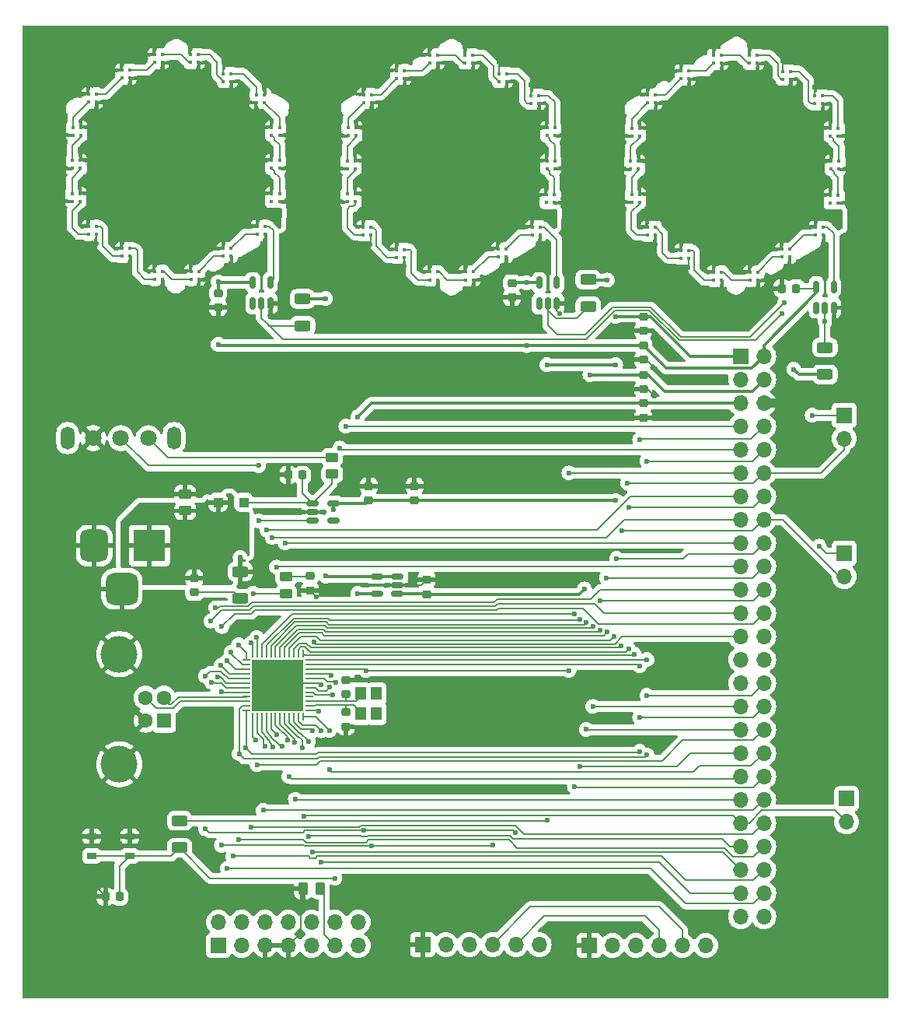
<source format=gbr>
%TF.GenerationSoftware,KiCad,Pcbnew,8.0.4*%
%TF.CreationDate,2024-08-23T11:03:50-07:00*%
%TF.ProjectId,GalaxySparkles,47616c61-7879-4537-9061-726b6c65732e,rev?*%
%TF.SameCoordinates,Original*%
%TF.FileFunction,Copper,L1,Top*%
%TF.FilePolarity,Positive*%
%FSLAX46Y46*%
G04 Gerber Fmt 4.6, Leading zero omitted, Abs format (unit mm)*
G04 Created by KiCad (PCBNEW 8.0.4) date 2024-08-23 11:03:50*
%MOMM*%
%LPD*%
G01*
G04 APERTURE LIST*
G04 Aperture macros list*
%AMRoundRect*
0 Rectangle with rounded corners*
0 $1 Rounding radius*
0 $2 $3 $4 $5 $6 $7 $8 $9 X,Y pos of 4 corners*
0 Add a 4 corners polygon primitive as box body*
4,1,4,$2,$3,$4,$5,$6,$7,$8,$9,$2,$3,0*
0 Add four circle primitives for the rounded corners*
1,1,$1+$1,$2,$3*
1,1,$1+$1,$4,$5*
1,1,$1+$1,$6,$7*
1,1,$1+$1,$8,$9*
0 Add four rect primitives between the rounded corners*
20,1,$1+$1,$2,$3,$4,$5,0*
20,1,$1+$1,$4,$5,$6,$7,0*
20,1,$1+$1,$6,$7,$8,$9,0*
20,1,$1+$1,$8,$9,$2,$3,0*%
G04 Aperture macros list end*
%TA.AperFunction,SMDPad,CuDef*%
%ADD10RoundRect,0.225000X0.225000X0.250000X-0.225000X0.250000X-0.225000X-0.250000X0.225000X-0.250000X0*%
%TD*%
%TA.AperFunction,SMDPad,CuDef*%
%ADD11RoundRect,0.250000X-0.450000X0.262500X-0.450000X-0.262500X0.450000X-0.262500X0.450000X0.262500X0*%
%TD*%
%TA.AperFunction,SMDPad,CuDef*%
%ADD12R,0.450000X0.450000*%
%TD*%
%TA.AperFunction,SMDPad,CuDef*%
%ADD13RoundRect,0.225000X-0.250000X0.225000X-0.250000X-0.225000X0.250000X-0.225000X0.250000X0.225000X0*%
%TD*%
%TA.AperFunction,ComponentPad*%
%ADD14R,1.700000X1.700000*%
%TD*%
%TA.AperFunction,ComponentPad*%
%ADD15O,1.700000X1.700000*%
%TD*%
%TA.AperFunction,SMDPad,CuDef*%
%ADD16RoundRect,0.250000X-0.625000X0.312500X-0.625000X-0.312500X0.625000X-0.312500X0.625000X0.312500X0*%
%TD*%
%TA.AperFunction,ComponentPad*%
%ADD17C,1.800000*%
%TD*%
%TA.AperFunction,ComponentPad*%
%ADD18O,1.500000X2.500000*%
%TD*%
%TA.AperFunction,SMDPad,CuDef*%
%ADD19RoundRect,0.150000X0.150000X-0.512500X0.150000X0.512500X-0.150000X0.512500X-0.150000X-0.512500X0*%
%TD*%
%TA.AperFunction,SMDPad,CuDef*%
%ADD20RoundRect,0.225000X0.250000X-0.225000X0.250000X0.225000X-0.250000X0.225000X-0.250000X-0.225000X0*%
%TD*%
%TA.AperFunction,SMDPad,CuDef*%
%ADD21RoundRect,0.150000X-0.512500X-0.150000X0.512500X-0.150000X0.512500X0.150000X-0.512500X0.150000X0*%
%TD*%
%TA.AperFunction,SMDPad,CuDef*%
%ADD22RoundRect,0.225000X-0.225000X-0.250000X0.225000X-0.250000X0.225000X0.250000X-0.225000X0.250000X0*%
%TD*%
%TA.AperFunction,ComponentPad*%
%ADD23R,1.600000X1.600000*%
%TD*%
%TA.AperFunction,ComponentPad*%
%ADD24C,1.600000*%
%TD*%
%TA.AperFunction,ComponentPad*%
%ADD25C,4.000000*%
%TD*%
%TA.AperFunction,SMDPad,CuDef*%
%ADD26RoundRect,0.062500X0.375000X0.062500X-0.375000X0.062500X-0.375000X-0.062500X0.375000X-0.062500X0*%
%TD*%
%TA.AperFunction,SMDPad,CuDef*%
%ADD27RoundRect,0.062500X0.062500X0.375000X-0.062500X0.375000X-0.062500X-0.375000X0.062500X-0.375000X0*%
%TD*%
%TA.AperFunction,HeatsinkPad*%
%ADD28R,5.600000X5.600000*%
%TD*%
%TA.AperFunction,SMDPad,CuDef*%
%ADD29RoundRect,0.218750X0.256250X-0.218750X0.256250X0.218750X-0.256250X0.218750X-0.256250X-0.218750X0*%
%TD*%
%TA.AperFunction,ComponentPad*%
%ADD30R,3.500000X3.500000*%
%TD*%
%TA.AperFunction,ComponentPad*%
%ADD31RoundRect,0.750000X-0.750000X-1.000000X0.750000X-1.000000X0.750000X1.000000X-0.750000X1.000000X0*%
%TD*%
%TA.AperFunction,ComponentPad*%
%ADD32RoundRect,0.875000X-0.875000X-0.875000X0.875000X-0.875000X0.875000X0.875000X-0.875000X0.875000X0*%
%TD*%
%TA.AperFunction,SMDPad,CuDef*%
%ADD33R,1.050000X0.650000*%
%TD*%
%TA.AperFunction,SMDPad,CuDef*%
%ADD34RoundRect,0.150000X0.512500X0.150000X-0.512500X0.150000X-0.512500X-0.150000X0.512500X-0.150000X0*%
%TD*%
%TA.AperFunction,SMDPad,CuDef*%
%ADD35RoundRect,0.250000X0.262500X0.450000X-0.262500X0.450000X-0.262500X-0.450000X0.262500X-0.450000X0*%
%TD*%
%TA.AperFunction,SMDPad,CuDef*%
%ADD36R,1.200000X1.400000*%
%TD*%
%TA.AperFunction,SMDPad,CuDef*%
%ADD37RoundRect,0.250000X0.625000X-0.312500X0.625000X0.312500X-0.625000X0.312500X-0.625000X-0.312500X0*%
%TD*%
%TA.AperFunction,SMDPad,CuDef*%
%ADD38RoundRect,0.250000X0.300000X0.300000X-0.300000X0.300000X-0.300000X-0.300000X0.300000X-0.300000X0*%
%TD*%
%TA.AperFunction,ViaPad*%
%ADD39C,0.600000*%
%TD*%
%TA.AperFunction,Conductor*%
%ADD40C,0.200000*%
%TD*%
%TA.AperFunction,Conductor*%
%ADD41C,1.000000*%
%TD*%
%TA.AperFunction,Conductor*%
%ADD42C,0.350000*%
%TD*%
G04 APERTURE END LIST*
D10*
%TO.P,C14,1*%
%TO.N,/NRST*%
X148075000Y-146390000D03*
%TO.P,C14,2*%
%TO.N,GND*%
X146525000Y-146390000D03*
%TD*%
D11*
%TO.P,R4,1*%
%TO.N,Net-(SW1-C)*%
X171200000Y-98577500D03*
%TO.P,R4,2*%
%TO.N,Net-(D3-K)*%
X171200000Y-100402500D03*
%TD*%
D12*
%TO.P,LED2-4,1,VDD*%
%TO.N,VBUS*%
X181850899Y-78410000D03*
%TO.P,LED2-4,2,DIN*%
%TO.N,Net-(LED2-3-DOUT)*%
X182700899Y-78410000D03*
%TO.P,LED2-4,3,VSS*%
%TO.N,GND*%
X182700899Y-79260000D03*
%TO.P,LED2-4,4,DOUT*%
%TO.N,Net-(LED2-4-DOUT)*%
X181850899Y-79260000D03*
%TD*%
%TO.P,LED3-11,1,VDD*%
%TO.N,VBUS*%
X210082534Y-57403237D03*
%TO.P,LED3-11,2,DIN*%
%TO.N,Net-(LED3-10-DOUT)*%
X209232534Y-57403237D03*
%TO.P,LED3-11,3,VSS*%
%TO.N,GND*%
X209232534Y-56553237D03*
%TO.P,LED3-11,4,DOUT*%
%TO.N,Net-(LED3-11-DOUT)*%
X210082534Y-56553237D03*
%TD*%
D13*
%TO.P,C12,1*%
%TO.N,GND*%
X172700000Y-122825000D03*
%TO.P,C12,2*%
%TO.N,/STM_OSC_OUT*%
X172700000Y-124375000D03*
%TD*%
D14*
%TO.P,J5,1,Pin_1*%
%TO.N,GND*%
X181070000Y-151590000D03*
D15*
%TO.P,J5,2,Pin_2*%
%TO.N,Net-(J5-Pin_2)*%
X183610000Y-151590000D03*
%TO.P,J5,3,Pin_3*%
%TO.N,Net-(J5-Pin_3)*%
X186150000Y-151590000D03*
%TO.P,J5,4,Pin_4*%
%TO.N,/STM_USART1_RX*%
X188690000Y-151590000D03*
%TO.P,J5,5,Pin_5*%
%TO.N,/STM_USART1_TX*%
X191230000Y-151590000D03*
%TO.P,J5,6,Pin_6*%
%TO.N,Net-(J5-Pin_6)*%
X193770000Y-151590000D03*
%TD*%
D16*
%TO.P,R2,1*%
%TO.N,+3.3V*%
X199100000Y-79237500D03*
%TO.P,R2,2*%
%TO.N,/LEDS_MOSI2*%
X199100000Y-82162500D03*
%TD*%
D14*
%TO.P,J7,1,Pin_1*%
%TO.N,/LEDS_MOSI1*%
X227000000Y-94000000D03*
D15*
%TO.P,J7,2,Pin_2*%
%TO.N,/PRE_LEDS_MOSI1*%
X227000000Y-96540000D03*
%TD*%
D12*
%TO.P,LED2-18,1,VDD*%
%TO.N,VBUS*%
X194550898Y-70010000D03*
%TO.P,LED2-18,2,DIN*%
%TO.N,Net-(LED2-17-DOUT)*%
X195400898Y-70010000D03*
%TO.P,LED2-18,3,VSS*%
%TO.N,GND*%
X195400898Y-70860000D03*
%TO.P,LED2-18,4,DOUT*%
%TO.N,unconnected-(LED2-18-DOUT-Pad4)*%
X194550898Y-70860000D03*
%TD*%
%TO.P,LED2-7,1,VDD*%
%TO.N,VBUS*%
X173700899Y-69910002D03*
%TO.P,LED2-7,2,DIN*%
%TO.N,Net-(LED2-6-DOUT)*%
X173700899Y-70760002D03*
%TO.P,LED2-7,3,VSS*%
%TO.N,GND*%
X172850899Y-70760002D03*
%TO.P,LED2-7,4,DOUT*%
%TO.N,Net-(LED2-7-DOUT)*%
X172850899Y-69910002D03*
%TD*%
D17*
%TO.P,SW1,1,A*%
%TO.N,GND*%
X145200000Y-96490000D03*
%TO.P,SW1,2,B*%
%TO.N,Net-(SW1-B)*%
X148200000Y-96490000D03*
%TO.P,SW1,3,C*%
%TO.N,Net-(SW1-C)*%
X151200000Y-96490000D03*
D18*
%TO.P,SW1,4*%
%TO.N,N/C*%
X154000000Y-96490000D03*
%TO.P,SW1,5*%
X142400000Y-96490000D03*
%TD*%
D19*
%TO.P,U5,1,NC*%
%TO.N,unconnected-(U5-NC-Pad1)*%
X223950000Y-82307501D03*
%TO.P,U5,2,A*%
%TO.N,/LEDS_MOSI3*%
X224900000Y-82307501D03*
%TO.P,U5,3,GND*%
%TO.N,GND*%
X225850000Y-82307501D03*
%TO.P,U5,4,Y*%
%TO.N,Net-(LED3-1-DIN)*%
X225850000Y-80032501D03*
%TO.P,U5,5,VCC*%
%TO.N,VBUS*%
X223950000Y-80032501D03*
%TD*%
D20*
%TO.P,C6,1*%
%TO.N,GND*%
X190800000Y-81175000D03*
%TO.P,C6,2*%
%TO.N,VBUS*%
X190800000Y-79625000D03*
%TD*%
D12*
%TO.P,LED3-8,1,VDD*%
%TO.N,VBUS*%
X204582536Y-66353237D03*
%TO.P,LED3-8,2,DIN*%
%TO.N,Net-(LED3-7-DOUT)*%
X204582536Y-67203237D03*
%TO.P,LED3-8,3,VSS*%
%TO.N,GND*%
X203732536Y-67203237D03*
%TO.P,LED3-8,4,DOUT*%
%TO.N,Net-(LED3-8-DOUT)*%
X203732536Y-66353237D03*
%TD*%
D21*
%TO.P,U4,1,VIN*%
%TO.N,Net-(D3-K)*%
X169062500Y-103590000D03*
%TO.P,U4,2,GND*%
%TO.N,GND*%
X169062500Y-104540000D03*
%TO.P,U4,3,EN*%
%TO.N,Net-(SW1-B)*%
X169062500Y-105490000D03*
%TO.P,U4,4,NC*%
%TO.N,unconnected-(U4-NC-Pad4)*%
X171337500Y-105490000D03*
%TO.P,U4,5,VOUT*%
%TO.N,+3.3V*%
X171337500Y-103590000D03*
%TD*%
D12*
%TO.P,LED3-14,1,VDD*%
%TO.N,VBUS*%
X221132535Y-57425000D03*
%TO.P,LED3-14,2,DIN*%
%TO.N,Net-(LED3-13-DOUT)*%
X220282535Y-57425000D03*
%TO.P,LED3-14,3,VSS*%
%TO.N,GND*%
X220282535Y-56575000D03*
%TO.P,LED3-14,4,DOUT*%
%TO.N,Net-(LED3-14-DOUT)*%
X221132535Y-56575000D03*
%TD*%
%TO.P,LED1-17,1,VDD*%
%TO.N,VBUS*%
X164624998Y-66265001D03*
%TO.P,LED1-17,2,DIN*%
%TO.N,Net-(LED1-16-DOUT)*%
X165474998Y-66265001D03*
%TO.P,LED1-17,3,VSS*%
%TO.N,GND*%
X165474998Y-67115001D03*
%TO.P,LED1-17,4,DOUT*%
%TO.N,Net-(LED1-17-DOUT)*%
X164624998Y-67115001D03*
%TD*%
%TO.P,LED3-2,1,VDD*%
%TO.N,VBUS*%
X220182531Y-75953237D03*
%TO.P,LED3-2,2,DIN*%
%TO.N,Net-(LED3-1-DOUT)*%
X221032531Y-75953237D03*
%TO.P,LED3-2,3,VSS*%
%TO.N,GND*%
X221032531Y-76803237D03*
%TO.P,LED3-2,4,DOUT*%
%TO.N,Net-(LED3-2-DOUT)*%
X220182531Y-76803237D03*
%TD*%
D14*
%TO.P,J2,1,Pin_1*%
%TO.N,unconnected-(J2-Pin_1-Pad1)*%
X158820000Y-151690000D03*
D15*
%TO.P,J2,2,Pin_2*%
%TO.N,unconnected-(J2-Pin_2-Pad2)*%
X158820000Y-149150000D03*
%TO.P,J2,3,Pin_3*%
%TO.N,VBUS*%
X161360000Y-151690000D03*
%TO.P,J2,4,Pin_4*%
%TO.N,/SWDIO*%
X161360001Y-149150000D03*
%TO.P,J2,5,Pin_5*%
%TO.N,GND*%
X163900000Y-151690000D03*
%TO.P,J2,6,Pin_6*%
%TO.N,/SWCLK*%
X163900000Y-149150000D03*
%TO.P,J2,7,Pin_7*%
%TO.N,GND*%
X166440000Y-151690000D03*
%TO.P,J2,8,Pin_8*%
%TO.N,unconnected-(J2-Pin_8-Pad8)*%
X166440001Y-149150000D03*
%TO.P,J2,9,Pin_9*%
%TO.N,unconnected-(J2-Pin_9-Pad9)*%
X168980000Y-151690000D03*
%TO.P,J2,10,Pin_10*%
%TO.N,unconnected-(J2-Pin_10-Pad10)*%
X168980000Y-149150000D03*
%TO.P,J2,11,Pin_11*%
%TO.N,Net-(J2-Pin_11)*%
X171520000Y-151690000D03*
%TO.P,J2,12,Pin_12*%
%TO.N,/NRST*%
X171520001Y-149150000D03*
%TO.P,J2,13,Pin_13*%
%TO.N,/STM_USART1_RX*%
X174060000Y-151690000D03*
%TO.P,J2,14,Pin_14*%
%TO.N,/STM_USART1_TX*%
X174060000Y-149150000D03*
%TD*%
D12*
%TO.P,LED2-9,1,VDD*%
%TO.N,VBUS*%
X173800898Y-62709999D03*
%TO.P,LED2-9,2,DIN*%
%TO.N,Net-(LED2-8-DOUT)*%
X173800898Y-63559999D03*
%TO.P,LED2-9,3,VSS*%
%TO.N,GND*%
X172950898Y-63559999D03*
%TO.P,LED2-9,4,DOUT*%
%TO.N,Net-(LED2-10-DIN)*%
X172950898Y-62709999D03*
%TD*%
%TO.P,LED1-10,1,VDD*%
%TO.N,VBUS*%
X145524999Y-59915002D03*
%TO.P,LED1-10,2,DIN*%
%TO.N,Net-(LED1-10-DIN)*%
X144674999Y-59915002D03*
%TO.P,LED1-10,3,VSS*%
%TO.N,GND*%
X144674999Y-59065002D03*
%TO.P,LED1-10,4,DOUT*%
%TO.N,Net-(LED1-10-DOUT)*%
X145524999Y-59065002D03*
%TD*%
D20*
%TO.P,C1,1*%
%TO.N,GND*%
X205100000Y-94265000D03*
%TO.P,C1,2*%
%TO.N,+3V0*%
X205100000Y-92715000D03*
%TD*%
D12*
%TO.P,LED1-18,1,VDD*%
%TO.N,VBUS*%
X164624998Y-69890000D03*
%TO.P,LED1-18,2,DIN*%
%TO.N,Net-(LED1-17-DOUT)*%
X165474998Y-69890000D03*
%TO.P,LED1-18,3,VSS*%
%TO.N,GND*%
X165474998Y-70740000D03*
%TO.P,LED1-18,4,DOUT*%
%TO.N,unconnected-(LED1-18-DOUT-Pad4)*%
X164624998Y-70740000D03*
%TD*%
D20*
%TO.P,C13,1*%
%TO.N,GND*%
X172700000Y-127875000D03*
%TO.P,C13,2*%
%TO.N,/STM_OSC_IN*%
X172700000Y-126325000D03*
%TD*%
D12*
%TO.P,LED1-2,1,VDD*%
%TO.N,VBUS*%
X159375000Y-75865000D03*
%TO.P,LED1-2,2,DIN*%
%TO.N,Net-(LED1-1-DOUT)*%
X160225000Y-75865000D03*
%TO.P,LED1-2,3,VSS*%
%TO.N,GND*%
X160225000Y-76715000D03*
%TO.P,LED1-2,4,DOUT*%
%TO.N,Net-(LED1-2-DOUT)*%
X159375000Y-76715000D03*
%TD*%
%TO.P,LED2-14,1,VDD*%
%TO.N,VBUS*%
X190200898Y-57675000D03*
%TO.P,LED2-14,2,DIN*%
%TO.N,Net-(LED2-13-DOUT)*%
X189350898Y-57675000D03*
%TO.P,LED2-14,3,VSS*%
%TO.N,GND*%
X189350898Y-56825000D03*
%TO.P,LED2-14,4,DOUT*%
%TO.N,Net-(LED2-14-DOUT)*%
X190200898Y-56825000D03*
%TD*%
%TO.P,LED1-5,1,VDD*%
%TO.N,VBUS*%
X148324999Y-75865002D03*
%TO.P,LED1-5,2,DIN*%
%TO.N,Net-(LED1-4-DOUT)*%
X149174999Y-75865002D03*
%TO.P,LED1-5,3,VSS*%
%TO.N,GND*%
X149174999Y-76715002D03*
%TO.P,LED1-5,4,DOUT*%
%TO.N,Net-(LED1-5-DOUT)*%
X148324999Y-76715002D03*
%TD*%
D13*
%TO.P,C9,1*%
%TO.N,GND*%
X175200000Y-101715000D03*
%TO.P,C9,2*%
%TO.N,+3.3V*%
X175200000Y-103265000D03*
%TD*%
D12*
%TO.P,LED3-12,1,VDD*%
%TO.N,VBUS*%
X213632532Y-55703236D03*
%TO.P,LED3-12,2,DIN*%
%TO.N,Net-(LED3-11-DOUT)*%
X212782532Y-55703236D03*
%TO.P,LED3-12,3,VSS*%
%TO.N,GND*%
X212782532Y-54853236D03*
%TO.P,LED3-12,4,DOUT*%
%TO.N,Net-(LED3-12-DOUT)*%
X213632532Y-54853236D03*
%TD*%
%TO.P,LED2-13,1,VDD*%
%TO.N,VBUS*%
X186550898Y-55660000D03*
%TO.P,LED2-13,2,DIN*%
%TO.N,Net-(LED2-12-DOUT)*%
X185700898Y-55660000D03*
%TO.P,LED2-13,3,VSS*%
%TO.N,GND*%
X185700898Y-54810000D03*
%TO.P,LED2-13,4,DOUT*%
%TO.N,Net-(LED2-13-DOUT)*%
X186550898Y-54810000D03*
%TD*%
D14*
%TO.P,J6,1,Pin_1*%
%TO.N,GND*%
X199200000Y-151690000D03*
D15*
%TO.P,J6,2,Pin_2*%
%TO.N,Net-(J6-Pin_2)*%
X201740000Y-151690000D03*
%TO.P,J6,3,Pin_3*%
%TO.N,Net-(J6-Pin_3)*%
X204280000Y-151690000D03*
%TO.P,J6,4,Pin_4*%
%TO.N,/STM_USART1_TX*%
X206820000Y-151690000D03*
%TO.P,J6,5,Pin_5*%
%TO.N,/STM_USART1_RX*%
X209360000Y-151690000D03*
%TO.P,J6,6,Pin_6*%
%TO.N,Net-(J6-Pin_6)*%
X211900000Y-151690000D03*
%TD*%
D12*
%TO.P,LED1-13,1,VDD*%
%TO.N,VBUS*%
X156624999Y-55615002D03*
%TO.P,LED1-13,2,DIN*%
%TO.N,Net-(LED1-12-DOUT)*%
X155774999Y-55615002D03*
%TO.P,LED1-13,3,VSS*%
%TO.N,GND*%
X155774999Y-54765002D03*
%TO.P,LED1-13,4,DOUT*%
%TO.N,Net-(LED1-13-DOUT)*%
X156624999Y-54765002D03*
%TD*%
D22*
%TO.P,C7,1*%
%TO.N,GND*%
X220225000Y-80200000D03*
%TO.P,C7,2*%
%TO.N,VBUS*%
X221775000Y-80200000D03*
%TD*%
D12*
%TO.P,LED2-8,1,VDD*%
%TO.N,VBUS*%
X173700899Y-66310000D03*
%TO.P,LED2-8,2,DIN*%
%TO.N,Net-(LED2-7-DOUT)*%
X173700899Y-67160000D03*
%TO.P,LED2-8,3,VSS*%
%TO.N,GND*%
X172850899Y-67160000D03*
%TO.P,LED2-8,4,DOUT*%
%TO.N,Net-(LED2-8-DOUT)*%
X172850899Y-66310000D03*
%TD*%
D23*
%TO.P,J4,1,VBUS*%
%TO.N,unconnected-(J4-VBUS-Pad1)*%
X152887500Y-127240000D03*
D24*
%TO.P,J4,2,D-*%
%TO.N,/STM_USB_N*%
X152887500Y-124740000D03*
%TO.P,J4,3,D+*%
%TO.N,/STM_USB_P*%
X150887500Y-124739999D03*
%TO.P,J4,4,GND*%
%TO.N,GND*%
X150887500Y-127240000D03*
D25*
%TO.P,J4,5,Shield*%
X148027500Y-131990001D03*
X148027500Y-119990000D03*
%TD*%
D20*
%TO.P,C5,1*%
%TO.N,GND*%
X158800000Y-82275000D03*
%TO.P,C5,2*%
%TO.N,VBUS*%
X158800000Y-80725000D03*
%TD*%
D11*
%TO.P,R3,1*%
%TO.N,GND*%
X155200000Y-102577500D03*
%TO.P,R3,2*%
%TO.N,VBUS*%
X155200000Y-104402500D03*
%TD*%
D12*
%TO.P,LED2-15,1,VDD*%
%TO.N,VBUS*%
X193750898Y-60060000D03*
%TO.P,LED2-15,2,DIN*%
%TO.N,Net-(LED2-14-DOUT)*%
X192900898Y-60060000D03*
%TO.P,LED2-15,3,VSS*%
%TO.N,GND*%
X192900898Y-59210000D03*
%TO.P,LED2-15,4,DOUT*%
%TO.N,Net-(LED2-15-DOUT)*%
X193750898Y-59210000D03*
%TD*%
%TO.P,LED1-15,1,VDD*%
%TO.N,VBUS*%
X162974999Y-59965001D03*
%TO.P,LED1-15,2,DIN*%
%TO.N,Net-(LED1-14-DOUT)*%
X162974999Y-59115001D03*
%TO.P,LED1-15,3,VSS*%
%TO.N,GND*%
X163824999Y-59115001D03*
%TO.P,LED1-15,4,DOUT*%
%TO.N,Net-(LED1-15-DOUT)*%
X163824999Y-59965001D03*
%TD*%
D22*
%TO.P,C8,1*%
%TO.N,GND*%
X166425000Y-100490000D03*
%TO.P,C8,2*%
%TO.N,Net-(D3-K)*%
X167975000Y-100490000D03*
%TD*%
D12*
%TO.P,LED2-2,1,VDD*%
%TO.N,VBUS*%
X189300898Y-75910001D03*
%TO.P,LED2-2,2,DIN*%
%TO.N,Net-(LED2-1-DOUT)*%
X190150898Y-75910001D03*
%TO.P,LED2-2,3,VSS*%
%TO.N,GND*%
X190150898Y-76760001D03*
%TO.P,LED2-2,4,DOUT*%
%TO.N,Net-(LED2-2-DOUT)*%
X189300898Y-76760001D03*
%TD*%
%TO.P,LED1-1,1,VDD*%
%TO.N,VBUS*%
X163075000Y-73465000D03*
%TO.P,LED1-1,2,DIN*%
%TO.N,Net-(LED1-1-DIN)*%
X163925000Y-73465000D03*
%TO.P,LED1-1,3,VSS*%
%TO.N,GND*%
X163925000Y-74315000D03*
%TO.P,LED1-1,4,DOUT*%
%TO.N,Net-(LED1-1-DOUT)*%
X163075000Y-74315000D03*
%TD*%
D26*
%TO.P,U1,1,PC13*%
%TO.N,/PC13*%
X168737500Y-126140000D03*
%TO.P,U1,2,PC14*%
%TO.N,/STM_OSC_IN*%
X168737500Y-125640000D03*
%TO.P,U1,3,PC15*%
%TO.N,/STM_OSC_OUT*%
X168737500Y-125139999D03*
%TO.P,U1,4,VBAT*%
%TO.N,VBAT*%
X168737500Y-124640000D03*
%TO.P,U1,5,VREF+*%
%TO.N,+3V0*%
X168737500Y-124140000D03*
%TO.P,U1,6,VDD*%
%TO.N,+3.3V*%
X168737500Y-123640000D03*
%TO.P,U1,7,VSS*%
%TO.N,GND*%
X168737500Y-123140000D03*
%TO.P,U1,8,PF0*%
%TO.N,/PF0*%
X168737500Y-122640000D03*
%TO.P,U1,9,PF1*%
%TO.N,/PF1*%
X168737500Y-122140000D03*
%TO.P,U1,10,PF2*%
%TO.N,/NRST*%
X168737499Y-121640000D03*
%TO.P,U1,11,PA0*%
%TO.N,/PA0*%
X168737500Y-121140000D03*
%TO.P,U1,12,PA1*%
%TO.N,/PA1*%
X168737500Y-120640000D03*
D27*
%TO.P,U1,13,PA2*%
%TO.N,/PRE_LEDS_MOSI1*%
X168050000Y-119952500D03*
%TO.P,U1,14,PA3*%
%TO.N,/PA3*%
X167550000Y-119952500D03*
%TO.P,U1,15,PA4*%
%TO.N,/PRE_LEDS_MOSI2*%
X167049999Y-119952500D03*
%TO.P,U1,16,PA5*%
%TO.N,/PA5*%
X166550000Y-119952500D03*
%TO.P,U1,17,PA6*%
%TO.N,/PA6*%
X166050000Y-119952500D03*
%TO.P,U1,18,PA7*%
%TO.N,/PA7*%
X165550000Y-119952500D03*
%TO.P,U1,19,PB0*%
%TO.N,/PB0*%
X165050000Y-119952500D03*
%TO.P,U1,20,PB1*%
%TO.N,/PB1*%
X164550000Y-119952500D03*
%TO.P,U1,21,PB2*%
%TO.N,/PB2*%
X164050000Y-119952500D03*
%TO.P,U1,22,PB10*%
%TO.N,/PB10*%
X163550000Y-119952501D03*
%TO.P,U1,23,PB11*%
%TO.N,/PB11*%
X163050000Y-119952500D03*
%TO.P,U1,24,PB12*%
%TO.N,/STM_LED*%
X162550000Y-119952500D03*
D26*
%TO.P,U1,25,PB13*%
%TO.N,/PB13*%
X161862500Y-120640000D03*
%TO.P,U1,26,PB14*%
%TO.N,/PB14*%
X161862500Y-121140000D03*
%TO.P,U1,27,PB15*%
%TO.N,/PB15*%
X161862500Y-121640001D03*
%TO.P,U1,28,PA8*%
%TO.N,/PA8*%
X161862500Y-122140000D03*
%TO.P,U1,29,PA9/UCPD1_DBCC1*%
%TO.N,/STM_USART1_TX*%
X161862500Y-122640000D03*
%TO.P,U1,30,PC6*%
%TO.N,/PC6*%
X161862500Y-123140000D03*
%TO.P,U1,31,PC7*%
%TO.N,/PC7*%
X161862500Y-123640000D03*
%TO.P,U1,32,PA10/UCPD1_DBCC2*%
%TO.N,/STM_USART1_RX*%
X161862500Y-124140000D03*
%TO.P,U1,33,PA11/PA9*%
%TO.N,/STM_USB_N*%
X161862500Y-124640000D03*
%TO.P,U1,34,PA12/PA10*%
%TO.N,/STM_USB_P*%
X161862501Y-125140000D03*
%TO.P,U1,35,PA13*%
%TO.N,/SWDIO*%
X161862500Y-125640000D03*
%TO.P,U1,36,PA14*%
%TO.N,/SWCLK*%
X161862500Y-126140000D03*
D27*
%TO.P,U1,37,PA15*%
%TO.N,/PA15*%
X162550000Y-126827500D03*
%TO.P,U1,38,PD0*%
%TO.N,/PD0*%
X163050000Y-126827500D03*
%TO.P,U1,39,PD1*%
%TO.N,/PD1*%
X163550001Y-126827500D03*
%TO.P,U1,40,PD2*%
%TO.N,/PD2*%
X164050000Y-126827500D03*
%TO.P,U1,41,PD3*%
%TO.N,/PD3*%
X164550000Y-126827500D03*
%TO.P,U1,42,PB3*%
%TO.N,/PB3*%
X165050000Y-126827500D03*
%TO.P,U1,43,PB4*%
%TO.N,/PB4*%
X165550000Y-126827500D03*
%TO.P,U1,44,PB5*%
%TO.N,/PRE_LEDS_MOSI3*%
X166050000Y-126827500D03*
%TO.P,U1,45,PB6*%
%TO.N,/PB6*%
X166550000Y-126827500D03*
%TO.P,U1,46,PB7*%
%TO.N,/PB7*%
X167050000Y-126827499D03*
%TO.P,U1,47,PB8*%
%TO.N,/PB8*%
X167550000Y-126827500D03*
%TO.P,U1,48,PB9*%
%TO.N,/PB9*%
X168050000Y-126827500D03*
D28*
%TO.P,U1,49,VSS*%
%TO.N,GND*%
X165300000Y-123390000D03*
%TD*%
D29*
%TO.P,D5,1,K*%
%TO.N,GND*%
X168800000Y-113077500D03*
%TO.P,D5,2,A*%
%TO.N,Net-(D5-A)*%
X168800000Y-111502500D03*
%TD*%
D30*
%TO.P,J1,1*%
%TO.N,VBUS*%
X151300000Y-108190000D03*
D31*
%TO.P,J1,2*%
%TO.N,GND*%
X145300000Y-108190000D03*
D32*
%TO.P,J1,3*%
X148300000Y-112890000D03*
%TD*%
D12*
%TO.P,LED3-13,1,VDD*%
%TO.N,VBUS*%
X217532532Y-55703236D03*
%TO.P,LED3-13,2,DIN*%
%TO.N,Net-(LED3-12-DOUT)*%
X216682532Y-55703236D03*
%TO.P,LED3-13,3,VSS*%
%TO.N,GND*%
X216682532Y-54853236D03*
%TO.P,LED3-13,4,DOUT*%
%TO.N,Net-(LED3-13-DOUT)*%
X217532532Y-54853236D03*
%TD*%
D13*
%TO.P,C15,1*%
%TO.N,GND*%
X181500000Y-111915000D03*
%TO.P,C15,2*%
%TO.N,+1V5*%
X181500000Y-113465000D03*
%TD*%
D12*
%TO.P,LED1-3,1,VDD*%
%TO.N,VBUS*%
X155824999Y-78365000D03*
%TO.P,LED1-3,2,DIN*%
%TO.N,Net-(LED1-2-DOUT)*%
X156674999Y-78365000D03*
%TO.P,LED1-3,3,VSS*%
%TO.N,GND*%
X156674999Y-79215000D03*
%TO.P,LED1-3,4,DOUT*%
%TO.N,Net-(LED1-3-DOUT)*%
X155824999Y-79215000D03*
%TD*%
D33*
%TO.P,SW2,1,1*%
%TO.N,/NRST*%
X149175000Y-141965000D03*
X145025000Y-141965000D03*
%TO.P,SW2,2,2*%
%TO.N,GND*%
X149175000Y-139815000D03*
X145025000Y-139815000D03*
%TD*%
D34*
%TO.P,U6,1,Vbias*%
%TO.N,+1V5*%
X178337500Y-113440000D03*
%TO.P,U6,2,GND*%
%TO.N,GND*%
X178337500Y-112490000D03*
%TO.P,U6,3,EN*%
%TO.N,+3.3V*%
X178337500Y-111540000D03*
%TO.P,U6,4,IN*%
X176062500Y-111540000D03*
%TO.P,U6,5,Vref*%
%TO.N,+3V0*%
X176062500Y-113440000D03*
%TD*%
D12*
%TO.P,LED3-15,1,VDD*%
%TO.N,VBUS*%
X224632535Y-60103238D03*
%TO.P,LED3-15,2,DIN*%
%TO.N,Net-(LED3-14-DOUT)*%
X223782535Y-60103238D03*
%TO.P,LED3-15,3,VSS*%
%TO.N,GND*%
X223782535Y-59253238D03*
%TO.P,LED3-15,4,DOUT*%
%TO.N,Net-(LED3-15-DOUT)*%
X224632535Y-59253238D03*
%TD*%
%TO.P,LED2-11,1,VDD*%
%TO.N,VBUS*%
X179100900Y-57360001D03*
%TO.P,LED2-11,2,DIN*%
%TO.N,Net-(LED2-10-DOUT)*%
X178250900Y-57360001D03*
%TO.P,LED2-11,3,VSS*%
%TO.N,GND*%
X178250900Y-56510001D03*
%TO.P,LED2-11,4,DOUT*%
%TO.N,Net-(LED2-11-DOUT)*%
X179100900Y-56510001D03*
%TD*%
D35*
%TO.P,R8,1*%
%TO.N,Net-(J2-Pin_11)*%
X169912500Y-145490000D03*
%TO.P,R8,2*%
%TO.N,GND*%
X168087500Y-145490000D03*
%TD*%
D12*
%TO.P,LED2-3,1,VDD*%
%TO.N,VBUS*%
X185750900Y-78410000D03*
%TO.P,LED2-3,2,DIN*%
%TO.N,Net-(LED2-2-DOUT)*%
X186600900Y-78410000D03*
%TO.P,LED2-3,3,VSS*%
%TO.N,GND*%
X186600900Y-79260000D03*
%TO.P,LED2-3,4,DOUT*%
%TO.N,Net-(LED2-3-DOUT)*%
X185750900Y-79260000D03*
%TD*%
%TO.P,LED1-16,1,VDD*%
%TO.N,VBUS*%
X164624999Y-62665001D03*
%TO.P,LED1-16,2,DIN*%
%TO.N,Net-(LED1-15-DOUT)*%
X165474999Y-62665001D03*
%TO.P,LED1-16,3,VSS*%
%TO.N,GND*%
X165474999Y-63515001D03*
%TO.P,LED1-16,4,DOUT*%
%TO.N,Net-(LED1-16-DOUT)*%
X164624999Y-63515001D03*
%TD*%
%TO.P,LED3-16,1,VDD*%
%TO.N,VBUS*%
X225482533Y-62753237D03*
%TO.P,LED3-16,2,DIN*%
%TO.N,Net-(LED3-15-DOUT)*%
X226332533Y-62753237D03*
%TO.P,LED3-16,3,VSS*%
%TO.N,GND*%
X226332533Y-63603237D03*
%TO.P,LED3-16,4,DOUT*%
%TO.N,Net-(LED3-16-DOUT)*%
X225482533Y-63603237D03*
%TD*%
%TO.P,LED1-6,1,VDD*%
%TO.N,VBUS*%
X144674999Y-73465002D03*
%TO.P,LED1-6,2,DIN*%
%TO.N,Net-(LED1-5-DOUT)*%
X145524999Y-73465002D03*
%TO.P,LED1-6,3,VSS*%
%TO.N,GND*%
X145524999Y-74315002D03*
%TO.P,LED1-6,4,DOUT*%
%TO.N,Net-(LED1-6-DOUT)*%
X144674999Y-74315002D03*
%TD*%
%TO.P,LED1-8,1,VDD*%
%TO.N,VBUS*%
X143775000Y-66265002D03*
%TO.P,LED1-8,2,DIN*%
%TO.N,Net-(LED1-7-DOUT)*%
X143775000Y-67115002D03*
%TO.P,LED1-8,3,VSS*%
%TO.N,GND*%
X142925000Y-67115002D03*
%TO.P,LED1-8,4,DOUT*%
%TO.N,Net-(LED1-8-DOUT)*%
X142925000Y-66265002D03*
%TD*%
%TO.P,LED2-12,1,VDD*%
%TO.N,VBUS*%
X182700899Y-55660002D03*
%TO.P,LED2-12,2,DIN*%
%TO.N,Net-(LED2-11-DOUT)*%
X181850899Y-55660002D03*
%TO.P,LED2-12,3,VSS*%
%TO.N,GND*%
X181850899Y-54810002D03*
%TO.P,LED2-12,4,DOUT*%
%TO.N,Net-(LED2-12-DOUT)*%
X182700899Y-54810002D03*
%TD*%
%TO.P,LED2-6,1,VDD*%
%TO.N,VBUS*%
X174600898Y-73510000D03*
%TO.P,LED2-6,2,DIN*%
%TO.N,Net-(LED2-5-DOUT)*%
X175450898Y-73510000D03*
%TO.P,LED2-6,3,VSS*%
%TO.N,GND*%
X175450898Y-74360000D03*
%TO.P,LED2-6,4,DOUT*%
%TO.N,Net-(LED2-6-DOUT)*%
X174600898Y-74360000D03*
%TD*%
D20*
%TO.P,C4,1*%
%TO.N,GND*%
X205100000Y-91165000D03*
%TO.P,C4,2*%
%TO.N,+1V5*%
X205100000Y-89615000D03*
%TD*%
D14*
%TO.P,J9,1,Pin_1*%
%TO.N,/LEDS_MOSI3*%
X227250000Y-135725000D03*
D15*
%TO.P,J9,2,Pin_2*%
%TO.N,/PRE_LEDS_MOSI3*%
X227250000Y-138265000D03*
%TD*%
D13*
%TO.P,C10,1*%
%TO.N,GND*%
X180200000Y-101715000D03*
%TO.P,C10,2*%
%TO.N,+3.3V*%
X180200000Y-103265000D03*
%TD*%
D14*
%TO.P,J8,1,Pin_1*%
%TO.N,/LEDS_MOSI2*%
X227000000Y-109000000D03*
D15*
%TO.P,J8,2,Pin_2*%
%TO.N,/PRE_LEDS_MOSI2*%
X227000000Y-111540000D03*
%TD*%
D36*
%TO.P,Y2,1,1*%
%TO.N,/STM_OSC_OUT*%
X174350000Y-124290000D03*
%TO.P,Y2,2,2*%
%TO.N,/STM_OSC_IN*%
X174350000Y-126490000D03*
%TO.P,Y2,3*%
%TO.N,N/C*%
X176050000Y-126490000D03*
%TO.P,Y2,4*%
X176050000Y-124290000D03*
%TD*%
D12*
%TO.P,LED3-1,1,VDD*%
%TO.N,VBUS*%
X223882532Y-73553236D03*
%TO.P,LED3-1,2,DIN*%
%TO.N,Net-(LED3-1-DIN)*%
X224732532Y-73553236D03*
%TO.P,LED3-1,3,VSS*%
%TO.N,GND*%
X224732532Y-74403236D03*
%TO.P,LED3-1,4,DOUT*%
%TO.N,Net-(LED3-1-DOUT)*%
X223882532Y-74403236D03*
%TD*%
D20*
%TO.P,C2,1*%
%TO.N,GND*%
X205100000Y-84790000D03*
%TO.P,C2,2*%
%TO.N,+3.3V*%
X205100000Y-83240000D03*
%TD*%
D12*
%TO.P,LED3-18,1,VDD*%
%TO.N,VBUS*%
X225482534Y-70053236D03*
%TO.P,LED3-18,2,DIN*%
%TO.N,Net-(LED3-17-DOUT)*%
X226332534Y-70053236D03*
%TO.P,LED3-18,3,VSS*%
%TO.N,GND*%
X226332534Y-70903236D03*
%TO.P,LED3-18,4,DOUT*%
%TO.N,unconnected-(LED3-18-DOUT-Pad4)*%
X225482534Y-70903236D03*
%TD*%
D19*
%TO.P,U3,1,NC*%
%TO.N,unconnected-(U3-NC-Pad1)*%
X193775898Y-81872500D03*
%TO.P,U3,2,A*%
%TO.N,/LEDS_MOSI2*%
X194725898Y-81872500D03*
%TO.P,U3,3,GND*%
%TO.N,GND*%
X195675898Y-81872500D03*
%TO.P,U3,4,Y*%
%TO.N,Net-(LED2-1-DIN)*%
X195675898Y-79597500D03*
%TO.P,U3,5,VCC*%
%TO.N,VBUS*%
X193775898Y-79597500D03*
%TD*%
D12*
%TO.P,LED3-9,1,VDD*%
%TO.N,VBUS*%
X204682533Y-62753237D03*
%TO.P,LED3-9,2,DIN*%
%TO.N,Net-(LED3-8-DOUT)*%
X204682533Y-63603237D03*
%TO.P,LED3-9,3,VSS*%
%TO.N,GND*%
X203832533Y-63603237D03*
%TO.P,LED3-9,4,DOUT*%
%TO.N,Net-(LED3-10-DIN)*%
X203832533Y-62753237D03*
%TD*%
D29*
%TO.P,D1,1,K*%
%TO.N,Net-(D1-K)*%
X156200000Y-113277500D03*
%TO.P,D1,2,A*%
%TO.N,VBUS*%
X156200000Y-111702500D03*
%TD*%
D12*
%TO.P,LED1-4,1,VDD*%
%TO.N,VBUS*%
X151874999Y-78365001D03*
%TO.P,LED1-4,2,DIN*%
%TO.N,Net-(LED1-3-DOUT)*%
X152724999Y-78365001D03*
%TO.P,LED1-4,3,VSS*%
%TO.N,GND*%
X152724999Y-79215001D03*
%TO.P,LED1-4,4,DOUT*%
%TO.N,Net-(LED1-4-DOUT)*%
X151874999Y-79215001D03*
%TD*%
%TO.P,LED1-14,1,VDD*%
%TO.N,VBUS*%
X160224999Y-57675000D03*
%TO.P,LED1-14,2,DIN*%
%TO.N,Net-(LED1-13-DOUT)*%
X159374999Y-57675000D03*
%TO.P,LED1-14,3,VSS*%
%TO.N,GND*%
X159374999Y-56825000D03*
%TO.P,LED1-14,4,DOUT*%
%TO.N,Net-(LED1-14-DOUT)*%
X160224999Y-56825000D03*
%TD*%
%TO.P,LED2-5,1,VDD*%
%TO.N,VBUS*%
X178250899Y-75960000D03*
%TO.P,LED2-5,2,DIN*%
%TO.N,Net-(LED2-4-DOUT)*%
X179100899Y-75960000D03*
%TO.P,LED2-5,3,VSS*%
%TO.N,GND*%
X179100899Y-76810000D03*
%TO.P,LED2-5,4,DOUT*%
%TO.N,Net-(LED2-5-DOUT)*%
X178250899Y-76810000D03*
%TD*%
%TO.P,LED3-6,1,VDD*%
%TO.N,VBUS*%
X205532536Y-73553239D03*
%TO.P,LED3-6,2,DIN*%
%TO.N,Net-(LED3-5-DOUT)*%
X206382536Y-73553239D03*
%TO.P,LED3-6,3,VSS*%
%TO.N,GND*%
X206382536Y-74403239D03*
%TO.P,LED3-6,4,DOUT*%
%TO.N,Net-(LED3-6-DOUT)*%
X205532536Y-74403239D03*
%TD*%
%TO.P,LED3-4,1,VDD*%
%TO.N,VBUS*%
X212782533Y-78453235D03*
%TO.P,LED3-4,2,DIN*%
%TO.N,Net-(LED3-3-DOUT)*%
X213632533Y-78453235D03*
%TO.P,LED3-4,3,VSS*%
%TO.N,GND*%
X213632533Y-79303235D03*
%TO.P,LED3-4,4,DOUT*%
%TO.N,Net-(LED3-4-DOUT)*%
X212782533Y-79303235D03*
%TD*%
%TO.P,LED2-17,1,VDD*%
%TO.N,VBUS*%
X194600898Y-66310000D03*
%TO.P,LED2-17,2,DIN*%
%TO.N,Net-(LED2-16-DOUT)*%
X195450898Y-66310000D03*
%TO.P,LED2-17,3,VSS*%
%TO.N,GND*%
X195450898Y-67160000D03*
%TO.P,LED2-17,4,DOUT*%
%TO.N,Net-(LED2-17-DOUT)*%
X194600898Y-67160000D03*
%TD*%
D14*
%TO.P,J3,1,Pin_1*%
%TO.N,+3.3V*%
X215700000Y-87590000D03*
D15*
%TO.P,J3,2,Pin_2*%
%TO.N,VBUS*%
X218240000Y-87590000D03*
%TO.P,J3,3,Pin_3*%
%TO.N,Net-(J3-Pin_3)*%
X215700000Y-90130000D03*
%TO.P,J3,4,Pin_4*%
%TO.N,+1V5*%
X218240000Y-90130000D03*
%TO.P,J3,5,Pin_5*%
%TO.N,+3V0*%
X215700000Y-92670000D03*
%TO.P,J3,6,Pin_6*%
%TO.N,GND*%
X218240000Y-92670000D03*
%TO.P,J3,7,Pin_7*%
%TO.N,/PF0*%
X215700000Y-95210000D03*
%TO.P,J3,8,Pin_8*%
%TO.N,/PA0*%
X218240000Y-95210000D03*
%TO.P,J3,9,Pin_9*%
%TO.N,/PF1*%
X215700000Y-97750000D03*
%TO.P,J3,10,Pin_10*%
%TO.N,/PA1*%
X218240000Y-97750000D03*
%TO.P,J3,11,Pin_11*%
%TO.N,/NRST*%
X215700000Y-100290000D03*
%TO.P,J3,12,Pin_12*%
%TO.N,/PRE_LEDS_MOSI1*%
X218240000Y-100290000D03*
%TO.P,J3,13,Pin_13*%
%TO.N,/PD0*%
X215700000Y-102830000D03*
%TO.P,J3,14,Pin_14*%
%TO.N,/PA3*%
X218240000Y-102830000D03*
%TO.P,J3,15,Pin_15*%
%TO.N,/PD1*%
X215700000Y-105370000D03*
%TO.P,J3,16,Pin_16*%
%TO.N,/PRE_LEDS_MOSI2*%
X218240000Y-105370000D03*
%TO.P,J3,17,Pin_17*%
%TO.N,/PD2*%
X215700000Y-107910000D03*
%TO.P,J3,18,Pin_18*%
%TO.N,/PA5*%
X218240000Y-107910000D03*
%TO.P,J3,19,Pin_19*%
%TO.N,/PD3*%
X215700000Y-110450000D03*
%TO.P,J3,20,Pin_20*%
%TO.N,/PA6*%
X218240000Y-110450000D03*
%TO.P,J3,21,Pin_21*%
%TO.N,/PC6*%
X215700000Y-112990000D03*
%TO.P,J3,22,Pin_22*%
%TO.N,/PA7*%
X218240000Y-112990000D03*
%TO.P,J3,23,Pin_23*%
%TO.N,/PC7*%
X215700000Y-115530000D03*
%TO.P,J3,24,Pin_24*%
%TO.N,/PA8*%
X218240000Y-115530000D03*
%TO.P,J3,25,Pin_25*%
%TO.N,/PC13*%
X215700000Y-118070000D03*
%TO.P,J3,26,Pin_26*%
%TO.N,Net-(J3-Pin_26)*%
X218240000Y-118070000D03*
%TO.P,J3,27,Pin_27*%
%TO.N,Net-(J3-Pin_27)*%
X215700000Y-120610000D03*
%TO.P,J3,28,Pin_28*%
%TO.N,Net-(J3-Pin_28)*%
X218240000Y-120610000D03*
%TO.P,J3,29,Pin_29*%
%TO.N,Net-(J3-Pin_29)*%
X215700000Y-123150000D03*
%TO.P,J3,30,Pin_30*%
%TO.N,/SWDIO*%
X218240000Y-123150000D03*
%TO.P,J3,31,Pin_31*%
%TO.N,/PB0*%
X215700000Y-125690000D03*
%TO.P,J3,32,Pin_32*%
%TO.N,/SWCLK*%
X218240000Y-125690000D03*
%TO.P,J3,33,Pin_33*%
%TO.N,/PB1*%
X215700000Y-128230000D03*
%TO.P,J3,34,Pin_34*%
%TO.N,/PA15*%
X218240000Y-128230000D03*
%TO.P,J3,35,Pin_35*%
%TO.N,/PB2*%
X215700000Y-130770000D03*
%TO.P,J3,36,Pin_36*%
%TO.N,/PB9*%
X218240000Y-130770000D03*
%TO.P,J3,37,Pin_37*%
%TO.N,/PB3*%
X215700000Y-133310000D03*
%TO.P,J3,38,Pin_38*%
%TO.N,/PB10*%
X218240000Y-133310000D03*
%TO.P,J3,39,Pin_39*%
%TO.N,/PB4*%
X215700000Y-135850000D03*
%TO.P,J3,40,Pin_40*%
%TO.N,/PB11*%
X218240000Y-135850000D03*
%TO.P,J3,41,Pin_41*%
%TO.N,/PRE_LEDS_MOSI3*%
X215700000Y-138390000D03*
%TO.P,J3,42,Pin_42*%
%TO.N,/STM_LED*%
X218240000Y-138390000D03*
%TO.P,J3,43,Pin_43*%
%TO.N,/PB6*%
X215700000Y-140930000D03*
%TO.P,J3,44,Pin_44*%
%TO.N,/PB13*%
X218240000Y-140930000D03*
%TO.P,J3,45,Pin_45*%
%TO.N,/PB7*%
X215700000Y-143470000D03*
%TO.P,J3,46,Pin_46*%
%TO.N,/PB14*%
X218240000Y-143470000D03*
%TO.P,J3,47,Pin_47*%
%TO.N,/PB8*%
X215700000Y-146010000D03*
%TO.P,J3,48,Pin_48*%
%TO.N,/PB15*%
X218240000Y-146010000D03*
%TO.P,J3,49,Pin_49*%
%TO.N,Net-(J3-Pin_49)*%
X215700000Y-148550000D03*
%TO.P,J3,50,Pin_50*%
%TO.N,Net-(J3-Pin_50)*%
X218240000Y-148550000D03*
%TD*%
D12*
%TO.P,LED3-3,1,VDD*%
%TO.N,VBUS*%
X216732534Y-78453234D03*
%TO.P,LED3-3,2,DIN*%
%TO.N,Net-(LED3-2-DOUT)*%
X217582534Y-78453234D03*
%TO.P,LED3-3,3,VSS*%
%TO.N,GND*%
X217582534Y-79303234D03*
%TO.P,LED3-3,4,DOUT*%
%TO.N,Net-(LED3-3-DOUT)*%
X216732534Y-79303234D03*
%TD*%
%TO.P,LED3-7,1,VDD*%
%TO.N,VBUS*%
X204682535Y-69953236D03*
%TO.P,LED3-7,2,DIN*%
%TO.N,Net-(LED3-6-DOUT)*%
X204682535Y-70803236D03*
%TO.P,LED3-7,3,VSS*%
%TO.N,GND*%
X203832535Y-70803236D03*
%TO.P,LED3-7,4,DOUT*%
%TO.N,Net-(LED3-7-DOUT)*%
X203832535Y-69953236D03*
%TD*%
D19*
%TO.P,U2,1,NC*%
%TO.N,unconnected-(U2-NC-Pad1)*%
X162575001Y-81852501D03*
%TO.P,U2,2,A*%
%TO.N,/LEDS_MOSI1*%
X163525001Y-81852501D03*
%TO.P,U2,3,GND*%
%TO.N,GND*%
X164475001Y-81852501D03*
%TO.P,U2,4,Y*%
%TO.N,Net-(LED1-1-DIN)*%
X164475001Y-79577501D03*
%TO.P,U2,5,VCC*%
%TO.N,VBUS*%
X162575001Y-79577501D03*
%TD*%
D12*
%TO.P,LED3-17,1,VDD*%
%TO.N,VBUS*%
X225582532Y-66353239D03*
%TO.P,LED3-17,2,DIN*%
%TO.N,Net-(LED3-16-DOUT)*%
X226432532Y-66353239D03*
%TO.P,LED3-17,3,VSS*%
%TO.N,GND*%
X226432532Y-67203239D03*
%TO.P,LED3-17,4,DOUT*%
%TO.N,Net-(LED3-17-DOUT)*%
X225582532Y-67203239D03*
%TD*%
D37*
%TO.P,R5,1*%
%TO.N,+3.3V*%
X224900000Y-89562500D03*
%TO.P,R5,2*%
%TO.N,/LEDS_MOSI3*%
X224900000Y-86637500D03*
%TD*%
D16*
%TO.P,R9,1*%
%TO.N,+3.3V*%
X154600000Y-138137500D03*
%TO.P,R9,2*%
%TO.N,/NRST*%
X154600000Y-141062500D03*
%TD*%
D37*
%TO.P,R1,1*%
%TO.N,Net-(D1-K)*%
X161200000Y-113952500D03*
%TO.P,R1,2*%
%TO.N,GND*%
X161200000Y-111027500D03*
%TD*%
D12*
%TO.P,LED1-9,1,VDD*%
%TO.N,VBUS*%
X143824999Y-62665001D03*
%TO.P,LED1-9,2,DIN*%
%TO.N,Net-(LED1-8-DOUT)*%
X143824999Y-63515001D03*
%TO.P,LED1-9,3,VSS*%
%TO.N,GND*%
X142974999Y-63515001D03*
%TO.P,LED1-9,4,DOUT*%
%TO.N,Net-(LED1-10-DIN)*%
X142974999Y-62665001D03*
%TD*%
%TO.P,LED3-5,1,VDD*%
%TO.N,VBUS*%
X209232537Y-76053236D03*
%TO.P,LED3-5,2,DIN*%
%TO.N,Net-(LED3-4-DOUT)*%
X210082537Y-76053236D03*
%TO.P,LED3-5,3,VSS*%
%TO.N,GND*%
X210082537Y-76903236D03*
%TO.P,LED3-5,4,DOUT*%
%TO.N,Net-(LED3-5-DOUT)*%
X209232537Y-76903236D03*
%TD*%
D38*
%TO.P,D3,1,K*%
%TO.N,Net-(D3-K)*%
X161600000Y-103490000D03*
%TO.P,D3,2,A*%
%TO.N,VBUS*%
X158800000Y-103490000D03*
%TD*%
D11*
%TO.P,R7,1*%
%TO.N,Net-(D5-A)*%
X166200000Y-111577500D03*
%TO.P,R7,2*%
%TO.N,/STM_LED*%
X166200000Y-113402500D03*
%TD*%
D12*
%TO.P,LED2-10,1,VDD*%
%TO.N,VBUS*%
X175500899Y-59960001D03*
%TO.P,LED2-10,2,DIN*%
%TO.N,Net-(LED2-10-DIN)*%
X174650899Y-59960001D03*
%TO.P,LED2-10,3,VSS*%
%TO.N,GND*%
X174650899Y-59110001D03*
%TO.P,LED2-10,4,DOUT*%
%TO.N,Net-(LED2-10-DOUT)*%
X175500899Y-59110001D03*
%TD*%
%TO.P,LED3-10,1,VDD*%
%TO.N,VBUS*%
X206432535Y-60003236D03*
%TO.P,LED3-10,2,DIN*%
%TO.N,Net-(LED3-10-DIN)*%
X205582535Y-60003236D03*
%TO.P,LED3-10,3,VSS*%
%TO.N,GND*%
X205582535Y-59153236D03*
%TO.P,LED3-10,4,DOUT*%
%TO.N,Net-(LED3-10-DOUT)*%
X206432535Y-59153236D03*
%TD*%
%TO.P,LED2-1,1,VDD*%
%TO.N,VBUS*%
X193000898Y-73510001D03*
%TO.P,LED2-1,2,DIN*%
%TO.N,Net-(LED2-1-DIN)*%
X193850898Y-73510001D03*
%TO.P,LED2-1,3,VSS*%
%TO.N,GND*%
X193850898Y-74360001D03*
%TO.P,LED2-1,4,DOUT*%
%TO.N,Net-(LED2-1-DOUT)*%
X193000898Y-74360001D03*
%TD*%
D13*
%TO.P,C3,1*%
%TO.N,VBUS*%
X205100000Y-86415000D03*
%TO.P,C3,2*%
%TO.N,GND*%
X205100000Y-87965000D03*
%TD*%
D12*
%TO.P,LED1-11,1,VDD*%
%TO.N,VBUS*%
X149174998Y-57315000D03*
%TO.P,LED1-11,2,DIN*%
%TO.N,Net-(LED1-10-DOUT)*%
X148324998Y-57315000D03*
%TO.P,LED1-11,3,VSS*%
%TO.N,GND*%
X148324998Y-56465000D03*
%TO.P,LED1-11,4,DOUT*%
%TO.N,Net-(LED1-11-DOUT)*%
X149174998Y-56465000D03*
%TD*%
%TO.P,LED1-12,1,VDD*%
%TO.N,VBUS*%
X152724999Y-55615002D03*
%TO.P,LED1-12,2,DIN*%
%TO.N,Net-(LED1-11-DOUT)*%
X151874999Y-55615002D03*
%TO.P,LED1-12,3,VSS*%
%TO.N,GND*%
X151874999Y-54765002D03*
%TO.P,LED1-12,4,DOUT*%
%TO.N,Net-(LED1-12-DOUT)*%
X152724999Y-54765002D03*
%TD*%
%TO.P,LED2-16,1,VDD*%
%TO.N,VBUS*%
X194600898Y-62709999D03*
%TO.P,LED2-16,2,DIN*%
%TO.N,Net-(LED2-15-DOUT)*%
X195450898Y-62709999D03*
%TO.P,LED2-16,3,VSS*%
%TO.N,GND*%
X195450898Y-63559999D03*
%TO.P,LED2-16,4,DOUT*%
%TO.N,Net-(LED2-16-DOUT)*%
X194600898Y-63559999D03*
%TD*%
%TO.P,LED1-7,1,VDD*%
%TO.N,VBUS*%
X143724998Y-69865001D03*
%TO.P,LED1-7,2,DIN*%
%TO.N,Net-(LED1-6-DOUT)*%
X143724998Y-70715001D03*
%TO.P,LED1-7,3,VSS*%
%TO.N,GND*%
X142874998Y-70715001D03*
%TO.P,LED1-7,4,DOUT*%
%TO.N,Net-(LED1-7-DOUT)*%
X142874998Y-69865001D03*
%TD*%
D16*
%TO.P,R6,1*%
%TO.N,+3.3V*%
X168000000Y-81337500D03*
%TO.P,R6,2*%
%TO.N,/LEDS_MOSI1*%
X168000000Y-84262500D03*
%TD*%
D39*
%TO.N,GND*%
X141800000Y-67090000D03*
X145500000Y-75290000D03*
X160200000Y-77490000D03*
X155800000Y-53790000D03*
X181800000Y-53790000D03*
X170031377Y-123359855D03*
X159400000Y-55590000D03*
X220300000Y-55390000D03*
X141700000Y-63490000D03*
X202699999Y-70789999D03*
X175350000Y-75407960D03*
X144600000Y-57990000D03*
X206400000Y-88990000D03*
X166300000Y-70690000D03*
X227400000Y-67190000D03*
X206400000Y-85390000D03*
X164500000Y-83290000D03*
X182700000Y-80290000D03*
X155200000Y-101490000D03*
X196300000Y-70890000D03*
X141800000Y-70690000D03*
X177500000Y-122800000D03*
X221000000Y-77790000D03*
X206400000Y-75390000D03*
X196025070Y-82914931D03*
X225900000Y-83790000D03*
X212800000Y-53790000D03*
X152800000Y-80190000D03*
X167150000Y-104490000D03*
X171900000Y-70790000D03*
X209957537Y-77951468D03*
X163800000Y-58190000D03*
X171900000Y-67190000D03*
X169500000Y-113790000D03*
X190200000Y-77790000D03*
X151800000Y-53690000D03*
X216700000Y-53790000D03*
X161200000Y-109490000D03*
X156700000Y-80190000D03*
X174600000Y-58090000D03*
X178200000Y-55490000D03*
X177200000Y-101490000D03*
X196300000Y-67090000D03*
X202600000Y-63590000D03*
X209200000Y-55490000D03*
X189400000Y-55490000D03*
X224700000Y-75390000D03*
X217600000Y-80390000D03*
X206300000Y-91890000D03*
X192900000Y-58090000D03*
X196400000Y-63490000D03*
X166300000Y-63590000D03*
X223800000Y-58290000D03*
X165200000Y-100490000D03*
X227400000Y-63590000D03*
X163900000Y-75090000D03*
X149200000Y-77690000D03*
X206300000Y-94290000D03*
X179100000Y-77790000D03*
X148200000Y-55390000D03*
X227500000Y-70990000D03*
X202600000Y-67190000D03*
X171900000Y-63590000D03*
X166300000Y-67090000D03*
X213700000Y-80390000D03*
X193900000Y-75290000D03*
X183900000Y-111890000D03*
X186600000Y-80390000D03*
X205600000Y-58090000D03*
X185700000Y-53890000D03*
%TO.N,VBUS*%
X192400000Y-79590000D03*
X155600000Y-109990000D03*
X158800000Y-86290000D03*
X162600000Y-65490000D03*
X191700000Y-65490000D03*
X176300000Y-65500000D03*
X208200000Y-65590000D03*
X158800000Y-105690000D03*
X158800000Y-79500000D03*
X192400000Y-86415000D03*
X158800000Y-71990000D03*
%TO.N,+3.3V*%
X194600000Y-88500000D03*
X201200000Y-79300000D03*
X221500000Y-89000000D03*
X202100000Y-88500000D03*
X202100000Y-103290000D03*
X170965168Y-123608725D03*
X170500000Y-81300000D03*
X202099998Y-83240000D03*
X171350000Y-104290000D03*
X194600000Y-138100000D03*
X170500001Y-111499998D03*
%TO.N,Net-(SW1-B)*%
X163200000Y-99490000D03*
X163200000Y-105490000D03*
%TO.N,/NRST*%
X197000000Y-100290000D03*
X197000000Y-121790000D03*
X174900000Y-121790000D03*
X171520001Y-144390000D03*
%TO.N,+1V5*%
X199300000Y-89590000D03*
X198700000Y-112900000D03*
%TO.N,/SWCLK*%
X204700000Y-126890000D03*
X204700000Y-130590000D03*
X161800000Y-130199163D03*
%TO.N,/SWDIO*%
X205500000Y-130965000D03*
X205499998Y-124490000D03*
X161085212Y-130849157D03*
%TO.N,/STM_USART1_RX*%
X159150000Y-124065000D03*
X175500000Y-140890000D03*
X188700000Y-140790000D03*
X159150000Y-140790000D03*
%TO.N,/STM_USART1_TX*%
X191200000Y-139440000D03*
X174700000Y-139190000D03*
X157400000Y-138990000D03*
X157400000Y-122390000D03*
%TO.N,/STM_LED*%
X162400000Y-138790000D03*
X162600000Y-113390000D03*
X162400000Y-118790000D03*
%TO.N,/PB10*%
X197600000Y-134390004D03*
X197600000Y-115590000D03*
%TO.N,/PD3*%
X165150000Y-110530380D03*
X165150218Y-128730451D03*
%TO.N,/PA0*%
X204700000Y-96690000D03*
X204700000Y-121290000D03*
%TO.N,/PB8*%
X169999998Y-142640000D03*
X170007621Y-128324946D03*
%TO.N,/PC6*%
X158521435Y-114949325D03*
X158734299Y-122502259D03*
%TO.N,/PD0*%
X164099998Y-106490000D03*
X163910091Y-130043008D03*
%TO.N,/PA5*%
X201903465Y-118052466D03*
X202200000Y-109590000D03*
%TO.N,/PF1*%
X171100000Y-122308725D03*
X172050000Y-97573406D03*
%TO.N,/PA15*%
X162860576Y-129310397D03*
X163050000Y-132040000D03*
%TO.N,/PB9*%
X170899994Y-132590004D03*
X170900000Y-128290000D03*
%TO.N,/PB2*%
X198200000Y-132190000D03*
X198200000Y-116190000D03*
%TO.N,/PD2*%
X166099998Y-107890000D03*
X165800000Y-129990000D03*
%TO.N,/PB7*%
X169100000Y-128340000D03*
X169101371Y-141538814D03*
%TO.N,/PA1*%
X205500000Y-98990000D03*
X205500000Y-120590000D03*
%TO.N,/PA6*%
X201175798Y-117613144D03*
X201100000Y-111690000D03*
%TO.N,/PA7*%
X200362847Y-117364923D03*
X200362847Y-114190004D03*
%TO.N,/PB3*%
X166339245Y-129362940D03*
X166500000Y-133290000D03*
%TO.N,/PB14*%
X160200000Y-119790000D03*
X160400000Y-141990000D03*
%TO.N,/PB15*%
X159800000Y-143290000D03*
X159787814Y-120702182D03*
%TO.N,/PB4*%
X167200000Y-135790000D03*
X167150000Y-129618245D03*
%TO.N,/PC7*%
X158100000Y-123040000D03*
X158000000Y-116390000D03*
%TO.N,/PC13*%
X169226801Y-118690000D03*
X169711840Y-126177500D03*
%TO.N,/PB6*%
X168627180Y-139840000D03*
X168624004Y-129517029D03*
%TO.N,/PF0*%
X172700000Y-95190000D03*
X171600000Y-123090000D03*
%TO.N,/PB0*%
X199600000Y-116990000D03*
X199600000Y-125690000D03*
%TO.N,/PA8*%
X159110457Y-121211112D03*
X159200000Y-116990000D03*
%TO.N,/PB1*%
X198900000Y-128190000D03*
X198900000Y-116590000D03*
%TO.N,/PB11*%
X163700000Y-137000000D03*
X163000000Y-118190000D03*
%TO.N,+3V0*%
X171300000Y-124390000D03*
X174000000Y-94190000D03*
X174000000Y-113390000D03*
%TO.N,/PA3*%
X203500000Y-103990000D03*
X203491074Y-119432317D03*
%TO.N,/PB13*%
X161000000Y-140190000D03*
X161000000Y-118990000D03*
%TO.N,/PD1*%
X164700000Y-107290000D03*
X164728920Y-130112184D03*
%TO.N,/LEDS_MOSI1*%
X223500000Y-94000000D03*
X220239276Y-82929963D03*
%TO.N,/LEDS_MOSI2*%
X224250000Y-108250000D03*
X220500000Y-81750000D03*
%TO.N,/LEDS_MOSI3*%
X224900000Y-83790000D03*
%TO.N,/PRE_LEDS_MOSI1*%
X204100000Y-119990000D03*
X203400000Y-101390000D03*
%TO.N,/PRE_LEDS_MOSI2*%
X202720180Y-119074229D03*
X202800000Y-106590006D03*
%TO.N,/PRE_LEDS_MOSI3*%
X168100000Y-137600000D03*
X167974004Y-130149196D03*
%TD*%
D40*
%TO.N,/STM_USB_N*%
X153405974Y-125484026D02*
X152887500Y-124965552D01*
X153697933Y-125484026D02*
X153405974Y-125484026D01*
X152887500Y-124965552D02*
X152887500Y-124740000D01*
X154516960Y-124664999D02*
X153697933Y-125484026D01*
X161837501Y-124664999D02*
X154516960Y-124664999D01*
X161862500Y-124640000D02*
X161837501Y-124664999D01*
%TO.N,GND*%
X144674999Y-58064999D02*
X144600000Y-57990000D01*
X163925000Y-75065000D02*
X163900000Y-75090000D01*
X195675898Y-81872500D02*
X195675898Y-82565759D01*
X221032531Y-77757469D02*
X221000000Y-77790000D01*
X213632533Y-80322533D02*
X213700000Y-80390000D01*
X205100000Y-84790000D02*
X205800000Y-84790000D01*
X168737500Y-123140000D02*
X165550000Y-123140000D01*
X190150898Y-77740898D02*
X190200000Y-77790000D01*
X171930001Y-63559999D02*
X171900000Y-63590000D01*
X169811522Y-123140000D02*
X170031377Y-123359855D01*
X145524999Y-74315002D02*
X145524999Y-75265001D01*
X167200000Y-104540000D02*
X167150000Y-104490000D01*
X165550000Y-123140000D02*
X165300000Y-123390000D01*
X227386761Y-67203239D02*
X227400000Y-67190000D01*
X142874998Y-70715001D02*
X141825001Y-70715001D01*
X225850000Y-82307501D02*
X225850000Y-83740000D01*
X166274999Y-67115001D02*
X166300000Y-67090000D01*
X209232534Y-55522534D02*
X209200000Y-55490000D01*
X165474998Y-70740000D02*
X166250000Y-70740000D01*
X220282535Y-56575000D02*
X220282535Y-55407465D01*
X166250000Y-70740000D02*
X166300000Y-70690000D01*
X178250900Y-56510001D02*
X178250900Y-55540900D01*
X156674999Y-79215000D02*
X156674999Y-80164999D01*
X168800000Y-113077500D02*
X169500000Y-113777500D01*
X179100899Y-77789101D02*
X179100000Y-77790000D01*
X202613237Y-67203237D02*
X202600000Y-67190000D01*
X203832533Y-63603237D02*
X202613237Y-63603237D01*
X178250900Y-55540900D02*
X178200000Y-55490000D01*
X160225000Y-76715000D02*
X160225000Y-77465000D01*
X206275000Y-94265000D02*
X206300000Y-94290000D01*
X155774999Y-54765002D02*
X155774999Y-53815001D01*
X195450898Y-63559999D02*
X196330001Y-63559999D01*
X195400898Y-70860000D02*
X196270000Y-70860000D01*
X172950898Y-63559999D02*
X171930001Y-63559999D01*
X189350898Y-56825000D02*
X189350898Y-55539102D01*
X205100000Y-94265000D02*
X206275000Y-94265000D01*
X144674999Y-59065002D02*
X144674999Y-58064999D01*
X216682532Y-54853236D02*
X216682532Y-53807468D01*
X174650899Y-58140899D02*
X174600000Y-58090000D01*
X152724999Y-80114999D02*
X152800000Y-80190000D01*
X225850000Y-83740000D02*
X225900000Y-83790000D01*
X182700899Y-80289101D02*
X182700000Y-80290000D01*
X185700898Y-54810000D02*
X185700898Y-53890898D01*
X165474999Y-63515001D02*
X166225001Y-63515001D01*
X149174999Y-77664999D02*
X149200000Y-77690000D01*
X148324998Y-55514998D02*
X148200000Y-55390000D01*
X149174999Y-76715002D02*
X149174999Y-77664999D01*
X226332534Y-70903236D02*
X227413236Y-70903236D01*
X196270000Y-70860000D02*
X196300000Y-70890000D01*
X143200000Y-140890000D02*
X143200000Y-143065000D01*
X210082537Y-77826468D02*
X209957537Y-77951468D01*
X141825001Y-70715001D02*
X141800000Y-70690000D01*
X163824999Y-59115001D02*
X163824999Y-58214999D01*
X159374999Y-56825000D02*
X159374999Y-55615001D01*
X174650899Y-59110001D02*
X174650899Y-58140899D01*
X210082537Y-76903236D02*
X210082537Y-77826468D01*
X169500000Y-113777500D02*
X169500000Y-113790000D01*
X189350898Y-55539102D02*
X189400000Y-55490000D01*
X155774999Y-53815001D02*
X155800000Y-53790000D01*
X195450898Y-67160000D02*
X196230000Y-67160000D01*
X164475001Y-83265001D02*
X164500000Y-83290000D01*
X175450898Y-75307062D02*
X175350000Y-75407960D01*
X180200000Y-101715000D02*
X177425000Y-101715000D01*
X160225000Y-77465000D02*
X160200000Y-77490000D01*
X142974999Y-63515001D02*
X141725001Y-63515001D01*
D41*
X218240000Y-92670000D02*
X220330000Y-92670000D01*
D40*
X181850899Y-53840899D02*
X181800000Y-53790000D01*
X179100899Y-76810000D02*
X179100899Y-77789101D01*
X196230000Y-67160000D02*
X196300000Y-67090000D01*
X176975000Y-101715000D02*
X177200000Y-101490000D01*
X216682532Y-53807468D02*
X216700000Y-53790000D01*
X205582535Y-58107465D02*
X205600000Y-58090000D01*
X181850899Y-54810002D02*
X181850899Y-53840899D01*
X193850898Y-75240898D02*
X193900000Y-75290000D01*
X172850899Y-70760002D02*
X171929998Y-70760002D01*
X172850899Y-67160000D02*
X171930000Y-67160000D01*
X224732532Y-74403236D02*
X224732532Y-75357468D01*
X223782535Y-59253238D02*
X223782535Y-58307465D01*
X165474998Y-67115001D02*
X166274999Y-67115001D01*
X212782532Y-54853236D02*
X212782532Y-53807468D01*
X202713236Y-70803236D02*
X202699999Y-70789999D01*
X148324998Y-56465000D02*
X148324998Y-55514998D01*
X227386763Y-63603237D02*
X227400000Y-63590000D01*
X221032531Y-76803237D02*
X221032531Y-77757469D01*
X143200000Y-143065000D02*
X146525000Y-146390000D01*
X177425000Y-101715000D02*
X177200000Y-101490000D01*
X166225001Y-63515001D02*
X166300000Y-63590000D01*
X220282535Y-55407465D02*
X220300000Y-55390000D01*
X166425000Y-100490000D02*
X165200000Y-100490000D01*
X163925000Y-74315000D02*
X163925000Y-75065000D01*
X159374999Y-55615001D02*
X159400000Y-55590000D01*
X178337500Y-112490000D02*
X180925000Y-112490000D01*
X195675898Y-82565759D02*
X196025070Y-82914931D01*
X212782532Y-53807468D02*
X212800000Y-53790000D01*
X206382536Y-74403239D02*
X206382536Y-75372536D01*
X217582534Y-79303234D02*
X217582534Y-80372534D01*
X205100000Y-87965000D02*
X205375000Y-87965000D01*
X151874999Y-53764999D02*
X151800000Y-53690000D01*
X167830000Y-145747500D02*
X167830000Y-150300000D01*
X175450898Y-74360000D02*
X175450898Y-75307062D01*
X205575000Y-91165000D02*
X206300000Y-91890000D01*
X217582534Y-80372534D02*
X217600000Y-80390000D01*
X192900898Y-59210000D02*
X192900898Y-58090898D01*
X205582535Y-59153236D02*
X205582535Y-58107465D01*
X209232534Y-56553237D02*
X209232534Y-55522534D01*
X202613237Y-63603237D02*
X202600000Y-63590000D01*
X206382536Y-75372536D02*
X206400000Y-75390000D01*
X205375000Y-87965000D02*
X206400000Y-88990000D01*
X196330001Y-63559999D02*
X196400000Y-63490000D01*
X151874999Y-54765002D02*
X151874999Y-53764999D01*
X143200000Y-140890000D02*
X143200000Y-136817501D01*
X227413236Y-70903236D02*
X227500000Y-70990000D01*
X145524999Y-75265001D02*
X145500000Y-75290000D01*
X213632533Y-79303235D02*
X213632533Y-80322533D01*
X186600900Y-80389100D02*
X186600000Y-80390000D01*
X168737500Y-123140000D02*
X169811522Y-123140000D01*
X142925000Y-67115002D02*
X141825002Y-67115002D01*
X141725001Y-63515001D02*
X141700000Y-63490000D01*
X152724999Y-79215001D02*
X152724999Y-80114999D01*
X164475001Y-81852501D02*
X164475001Y-83265001D01*
X156674999Y-80164999D02*
X156700000Y-80190000D01*
X168087500Y-145490000D02*
X167830000Y-145747500D01*
X205100000Y-91165000D02*
X205575000Y-91165000D01*
X180925000Y-112490000D02*
X181500000Y-111915000D01*
X224732532Y-75357468D02*
X224700000Y-75390000D01*
X171930000Y-67160000D02*
X171900000Y-67190000D01*
X155200000Y-102577500D02*
X155200000Y-101490000D01*
X171929998Y-70760002D02*
X171900000Y-70790000D01*
X169062500Y-104540000D02*
X167200000Y-104540000D01*
X226332533Y-63603237D02*
X227386763Y-63603237D01*
X190150898Y-76760001D02*
X190150898Y-77740898D01*
X183875000Y-111915000D02*
X183900000Y-111890000D01*
X205800000Y-84790000D02*
X206400000Y-85390000D01*
X203732536Y-67203237D02*
X202613237Y-67203237D01*
X223782535Y-58307465D02*
X223800000Y-58290000D01*
X186600900Y-79260000D02*
X186600900Y-80389100D01*
X141825002Y-67115002D02*
X141800000Y-67090000D01*
X185700898Y-53890898D02*
X185700000Y-53890000D01*
X181500000Y-111915000D02*
X183875000Y-111915000D01*
X175200000Y-101715000D02*
X176975000Y-101715000D01*
X143200000Y-136817501D02*
X148027500Y-131990001D01*
X163824999Y-58214999D02*
X163800000Y-58190000D01*
X193850898Y-74360001D02*
X193850898Y-75240898D01*
X161200000Y-111027500D02*
X161200000Y-109490000D01*
X192900898Y-58090898D02*
X192900000Y-58090000D01*
X226432532Y-67203239D02*
X227386761Y-67203239D01*
X203832535Y-70803236D02*
X202713236Y-70803236D01*
X167830000Y-150300000D02*
X166440000Y-151690000D01*
X182700899Y-79260000D02*
X182700899Y-80289101D01*
%TO.N,/STM_USB_P*%
X161837501Y-125115000D02*
X154703359Y-125115000D01*
X153934333Y-125884026D02*
X152031527Y-125884026D01*
X161862501Y-125140000D02*
X161837501Y-125115000D01*
X154703359Y-125115000D02*
X153934333Y-125884026D01*
X152031527Y-125884026D02*
X150887500Y-124739999D01*
%TO.N,VBUS*%
X223782501Y-80200000D02*
X223950000Y-80032501D01*
D42*
X193775898Y-79597500D02*
X192407500Y-79597500D01*
X192400000Y-79590000D02*
X190835000Y-79590000D01*
X158877501Y-79577501D02*
X158800000Y-79500000D01*
X205100000Y-86415000D02*
X158925000Y-86415000D01*
X190835000Y-79590000D02*
X190800000Y-79625000D01*
X158925000Y-86415000D02*
X158800000Y-86290000D01*
X218240000Y-86405000D02*
X218240000Y-87590000D01*
X223950000Y-80032501D02*
X223950000Y-80695000D01*
X205100000Y-86415000D02*
X207585000Y-88900000D01*
X192407500Y-79597500D02*
X192400000Y-79590000D01*
X207585000Y-88900000D02*
X216930000Y-88900000D01*
X158800000Y-79500000D02*
X158800000Y-80725000D01*
X216930000Y-88900000D02*
X218240000Y-87590000D01*
X162575001Y-79577501D02*
X158877501Y-79577501D01*
X223950000Y-80695000D02*
X218240000Y-86405000D01*
D40*
X221775000Y-80200000D02*
X223782501Y-80200000D01*
%TO.N,Net-(D1-K)*%
X156200000Y-113277500D02*
X160525000Y-113277500D01*
X160525000Y-113277500D02*
X161200000Y-113952500D01*
D42*
%TO.N,+3.3V*%
X210225000Y-87590000D02*
X215700000Y-87590000D01*
X180200000Y-103265000D02*
X202075000Y-103265000D01*
X222062500Y-89562500D02*
X224900000Y-89562500D01*
D40*
X194562500Y-138137500D02*
X154600000Y-138137500D01*
D42*
X176062500Y-111540000D02*
X178337500Y-111540000D01*
X168037500Y-81300000D02*
X168000000Y-81337500D01*
D40*
X168737500Y-123640000D02*
X169392283Y-123640000D01*
D42*
X175200000Y-103265000D02*
X180200000Y-103265000D01*
D40*
X194600000Y-138100000D02*
X194562500Y-138137500D01*
D42*
X176062500Y-111540000D02*
X170540003Y-111540000D01*
D40*
X170583893Y-123990000D02*
X170965168Y-123608725D01*
D42*
X201200000Y-79300000D02*
X199162500Y-79300000D01*
X202075000Y-103265000D02*
X202100000Y-103290000D01*
X170500000Y-81300000D02*
X168037500Y-81300000D01*
X202100000Y-88500000D02*
X194600000Y-88500000D01*
X171337500Y-103590000D02*
X174875000Y-103590000D01*
X205875000Y-83240000D02*
X210225000Y-87590000D01*
X199162500Y-79300000D02*
X199100000Y-79237500D01*
X205100000Y-83240000D02*
X205875000Y-83240000D01*
X174875000Y-103590000D02*
X175200000Y-103265000D01*
X221500000Y-89000000D02*
X222062500Y-89562500D01*
X171337500Y-103590000D02*
X171337500Y-104277500D01*
D40*
X169742283Y-123990000D02*
X170583893Y-123990000D01*
X169392283Y-123640000D02*
X169742283Y-123990000D01*
D42*
X205100000Y-83240000D02*
X202099998Y-83240000D01*
X170540003Y-111540000D02*
X170500001Y-111499998D01*
X171337500Y-104277500D02*
X171350000Y-104290000D01*
D40*
%TO.N,Net-(D3-K)*%
X169062500Y-103590000D02*
X168962500Y-103490000D01*
X168962500Y-103490000D02*
X161600000Y-103490000D01*
X167975000Y-102502500D02*
X169062500Y-103590000D01*
X171200000Y-101452500D02*
X169062500Y-103590000D01*
X167975000Y-100490000D02*
X167975000Y-102502500D01*
X171200000Y-100402500D02*
X171200000Y-101452500D01*
%TO.N,Net-(SW1-C)*%
X151200000Y-96490000D02*
X153287500Y-98577500D01*
X153287500Y-98577500D02*
X171200000Y-98577500D01*
%TO.N,Net-(SW1-B)*%
X151200000Y-99490000D02*
X163200000Y-99490000D01*
X148200000Y-96490000D02*
X151200000Y-99490000D01*
X169062500Y-105490000D02*
X163200000Y-105490000D01*
%TO.N,/NRST*%
X148075000Y-146390000D02*
X148075000Y-143065000D01*
X174750000Y-121640000D02*
X174900000Y-121790000D01*
X153697500Y-141965000D02*
X154600000Y-141062500D01*
X149175000Y-141965000D02*
X153697500Y-141965000D01*
X154600000Y-141062500D02*
X157927500Y-144390000D01*
X145025000Y-141965000D02*
X149175000Y-141965000D01*
X148075000Y-143065000D02*
X149175000Y-141965000D01*
X158100000Y-144390000D02*
X171520001Y-144390000D01*
X168737499Y-121640000D02*
X174750000Y-121640000D01*
X197000000Y-121790000D02*
X174900000Y-121790000D01*
X197000000Y-100290000D02*
X215700000Y-100290000D01*
X157927500Y-144390000D02*
X158100000Y-144390000D01*
%TO.N,/STM_OSC_IN*%
X169442601Y-125527500D02*
X172700000Y-125527500D01*
X168737500Y-125640000D02*
X169330101Y-125640000D01*
X172700000Y-125527500D02*
X173563750Y-125527500D01*
X174350000Y-126313750D02*
X174350000Y-126490000D01*
X173563750Y-125527500D02*
X174350000Y-126313750D01*
X169330101Y-125640000D02*
X169442601Y-125527500D01*
X172700000Y-126325000D02*
X172700000Y-125527500D01*
%TO.N,/STM_OSC_OUT*%
X174350000Y-124550000D02*
X174350000Y-124290000D01*
X173772500Y-125127500D02*
X174350000Y-124550000D01*
X168737500Y-125139999D02*
X168749999Y-125127500D01*
X172700000Y-124375000D02*
X172700000Y-125127500D01*
X172700000Y-125127500D02*
X173772500Y-125127500D01*
X168749999Y-125127500D02*
X172700000Y-125127500D01*
D42*
%TO.N,+1V5*%
X199300000Y-89590000D02*
X199325000Y-89615000D01*
X181500000Y-113465000D02*
X198135000Y-113465000D01*
X216970001Y-91400000D02*
X218240000Y-90130001D01*
X181475000Y-113440000D02*
X181500000Y-113465000D01*
X205100000Y-89615000D02*
X205615000Y-89615000D01*
X178337500Y-113440000D02*
X181475000Y-113440000D01*
X199325000Y-89615000D02*
X205100000Y-89615000D01*
X205615000Y-89615000D02*
X207400000Y-91400000D01*
X207400000Y-91400000D02*
X216970001Y-91400000D01*
X198135000Y-113465000D02*
X198700000Y-112900000D01*
D40*
%TO.N,Net-(D5-A)*%
X168725000Y-111577500D02*
X168800000Y-111502500D01*
X166200000Y-111577500D02*
X168725000Y-111577500D01*
%TO.N,Net-(J2-Pin_11)*%
X170370001Y-145947501D02*
X170370001Y-150540001D01*
X169912500Y-145490000D02*
X170370001Y-145947501D01*
X170370001Y-150540001D02*
X171520000Y-151690000D01*
%TO.N,/SWCLK*%
X217040000Y-126890000D02*
X204700000Y-126890000D01*
X169500000Y-130890000D02*
X162490837Y-130890000D01*
X161862500Y-126140000D02*
X161862500Y-130136663D01*
X162490837Y-130890000D02*
X161800000Y-130199163D01*
X161862500Y-130136663D02*
X161800000Y-130199163D01*
X169700000Y-130690000D02*
X169500000Y-130890000D01*
X204700000Y-130590000D02*
X204600000Y-130690000D01*
X218240000Y-125690000D02*
X217040000Y-126890000D01*
X204600000Y-130690000D02*
X169700000Y-130690000D01*
%TO.N,/SWDIO*%
X161862500Y-125640000D02*
X161410614Y-125640000D01*
X161626055Y-131390000D02*
X161085212Y-130849157D01*
X205500000Y-130965000D02*
X205275000Y-131190000D01*
X169765685Y-131190000D02*
X169565685Y-131390000D01*
X169565685Y-131390000D02*
X161626055Y-131390000D01*
X216900001Y-124490000D02*
X205499998Y-124490000D01*
X205275000Y-131190000D02*
X169765685Y-131190000D01*
X161410614Y-125640000D02*
X161085212Y-125965402D01*
X161085212Y-125965402D02*
X161085212Y-130849157D01*
X218240001Y-123150000D02*
X216900001Y-124490000D01*
%TO.N,/STM_USART1_RX*%
X188700000Y-140790000D02*
X188600000Y-140890000D01*
X188690000Y-151590000D02*
X192790000Y-147490000D01*
X161862500Y-124140000D02*
X159225000Y-124140000D01*
X175500000Y-140890000D02*
X168192255Y-140890000D01*
X159225000Y-124140000D02*
X159150000Y-124065000D01*
X168092256Y-140790000D02*
X159150000Y-140790000D01*
X192790000Y-147490000D02*
X206840000Y-147490000D01*
X168192255Y-140890000D02*
X168092256Y-140790000D01*
X188600000Y-140890000D02*
X175500000Y-140890000D01*
X206840000Y-147490000D02*
X209360000Y-150010000D01*
X209360000Y-150010000D02*
X209360000Y-151690000D01*
%TO.N,/STM_USART1_TX*%
X157800000Y-139390000D02*
X168065685Y-139390000D01*
X191230000Y-151590000D02*
X194330000Y-148490000D01*
X206820000Y-150010000D02*
X206820000Y-151690000D01*
X161862500Y-122640000D02*
X159901130Y-122640000D01*
X205300000Y-148490000D02*
X206820000Y-150010000D01*
X157400000Y-138990000D02*
X157800000Y-139390000D01*
X194330000Y-148490000D02*
X205300000Y-148490000D01*
X174700000Y-139190000D02*
X190950000Y-139190000D01*
X159122242Y-121861112D02*
X157928888Y-121861112D01*
X159901130Y-122640000D02*
X159122242Y-121861112D01*
X157928888Y-121861112D02*
X157400000Y-122390000D01*
X168265685Y-139190000D02*
X174700000Y-139190000D01*
X168065685Y-139390000D02*
X168265685Y-139190000D01*
X190950000Y-139190000D02*
X191200000Y-139440000D01*
%TO.N,/STM_LED*%
X174307761Y-138663000D02*
X191168291Y-138663000D01*
X191168291Y-138663000D02*
X192105291Y-139600000D01*
X162400000Y-138790000D02*
X174180761Y-138790000D01*
X162600000Y-113390000D02*
X162612500Y-113402500D01*
X162550000Y-118940000D02*
X162400000Y-118790000D01*
X162612500Y-113402500D02*
X166200000Y-113402500D01*
X192105291Y-139600000D02*
X217030001Y-139600000D01*
X174180761Y-138790000D02*
X174307761Y-138663000D01*
X162550000Y-119952500D02*
X162550000Y-118940000D01*
X217030001Y-139600000D02*
X218240000Y-138390001D01*
%TO.N,/PB10*%
X166900000Y-115590000D02*
X197600000Y-115590000D01*
X197600000Y-134390004D02*
X197699996Y-134490000D01*
X163550000Y-119952501D02*
X163550000Y-118940000D01*
X197699996Y-134490000D02*
X217060001Y-134490000D01*
X217060001Y-134490000D02*
X218240001Y-133310000D01*
X163550000Y-118940000D02*
X166900000Y-115590000D01*
%TO.N,/PD3*%
X164550000Y-128130233D02*
X165150218Y-128730451D01*
X165230380Y-110450000D02*
X165150000Y-110530380D01*
X215700000Y-110450000D02*
X165230380Y-110450000D01*
X164550000Y-126827500D02*
X164550000Y-128130233D01*
%TO.N,/PA0*%
X168737500Y-121140000D02*
X204550000Y-121140000D01*
X204700000Y-96690000D02*
X204790000Y-96600000D01*
X216850001Y-96600000D02*
X218240000Y-95210001D01*
X204550000Y-121140000D02*
X204700000Y-121290000D01*
X204790000Y-96600000D02*
X216850001Y-96600000D01*
%TO.N,/PB8*%
X169422675Y-127740000D02*
X170007621Y-128324946D01*
X210225000Y-146010000D02*
X206855000Y-142640000D01*
X168010614Y-127740000D02*
X169422675Y-127740000D01*
X167550000Y-127279386D02*
X168010614Y-127740000D01*
X167550000Y-126827500D02*
X167550000Y-127279386D01*
X215700000Y-146010000D02*
X210225000Y-146010000D01*
X206855000Y-142640000D02*
X169999998Y-142640000D01*
%TO.N,/PC6*%
X161862500Y-123140000D02*
X159707046Y-123140000D01*
X159069305Y-122502259D02*
X158734299Y-122502259D01*
X188802943Y-114390000D02*
X162484744Y-114390000D01*
X215700000Y-112990000D02*
X200419239Y-112990000D01*
X159707046Y-123140000D02*
X159069305Y-122502259D01*
X189192943Y-114000000D02*
X188802943Y-114390000D01*
X158558598Y-114986488D02*
X158521435Y-114949325D01*
X158837826Y-114986488D02*
X158558598Y-114986488D01*
X162059744Y-114815000D02*
X159009314Y-114815000D01*
X159009314Y-114815000D02*
X158837826Y-114986488D01*
X199409239Y-114000000D02*
X189192943Y-114000000D01*
X200419239Y-112990000D02*
X199409239Y-114000000D01*
X162484744Y-114390000D02*
X162059744Y-114815000D01*
%TO.N,/PD0*%
X200080761Y-106490000D02*
X164099998Y-106490000D01*
X163050000Y-126827500D02*
X163050000Y-128573088D01*
X203740761Y-102830000D02*
X200080761Y-106490000D01*
X163050000Y-128573088D02*
X163700000Y-129223088D01*
X215700000Y-102830000D02*
X203740761Y-102830000D01*
X163700000Y-129832917D02*
X163910091Y-130043008D01*
X163700000Y-129223088D02*
X163700000Y-129832917D01*
%TO.N,/PA5*%
X209958654Y-109090000D02*
X217060001Y-109090000D01*
X167829242Y-118090000D02*
X169500000Y-118090000D01*
X169900000Y-118490000D02*
X201465931Y-118490000D01*
X202200000Y-109590000D02*
X209458654Y-109590000D01*
X209458654Y-109590000D02*
X209958654Y-109090000D01*
X201465931Y-118490000D02*
X201903465Y-118052466D01*
X169500000Y-118090000D02*
X169900000Y-118490000D01*
X166550000Y-119952500D02*
X166550000Y-119369242D01*
X217060001Y-109090000D02*
X218240001Y-107910000D01*
X166550000Y-119369242D02*
X167829242Y-118090000D01*
%TO.N,/PF1*%
X172226594Y-97750000D02*
X172050000Y-97573406D01*
X215700000Y-97750000D02*
X172226594Y-97750000D01*
X168737500Y-122140000D02*
X170931275Y-122140000D01*
X170931275Y-122140000D02*
X171100000Y-122308725D01*
%TO.N,/PA15*%
X217090001Y-129380000D02*
X209344314Y-129380000D01*
X162550000Y-128999821D02*
X162860576Y-129310397D01*
X207134314Y-131590000D02*
X169931371Y-131590000D01*
X218240001Y-128230000D02*
X217090001Y-129380000D01*
X162550000Y-126827500D02*
X162550000Y-128999821D01*
X169931371Y-131590000D02*
X169481371Y-132040000D01*
X209344314Y-129380000D02*
X207134314Y-131590000D01*
X169481371Y-132040000D02*
X163050000Y-132040000D01*
%TO.N,/PB9*%
X168050000Y-126827500D02*
X169437500Y-126827500D01*
X171099990Y-132790000D02*
X210565686Y-132790000D01*
X216850000Y-132160000D02*
X218240000Y-130770000D01*
X170899994Y-132590004D02*
X171099990Y-132790000D01*
X211195686Y-132160000D02*
X216850000Y-132160000D01*
X169437500Y-126827500D02*
X170900000Y-128290000D01*
X210565686Y-132790000D02*
X211195686Y-132160000D01*
%TO.N,/PB2*%
X167000000Y-116090000D02*
X170734314Y-116090000D01*
X198100000Y-116290000D02*
X198200000Y-116190000D01*
X164050000Y-119040000D02*
X167000000Y-116090000D01*
X198200000Y-132190000D02*
X208805000Y-132190000D01*
X164050000Y-119952500D02*
X164050000Y-119040000D01*
X170934314Y-116290000D02*
X198100000Y-116290000D01*
X208805000Y-132190000D02*
X210225000Y-130770000D01*
X170734314Y-116090000D02*
X170934314Y-116290000D01*
X210225000Y-130770000D02*
X215700000Y-130770000D01*
%TO.N,/PD2*%
X164050000Y-126827500D02*
X164050000Y-128441718D01*
X164957716Y-129432164D02*
X165040446Y-129432164D01*
X165598282Y-129990000D02*
X165800000Y-129990000D01*
X215700000Y-107910000D02*
X166119998Y-107910000D01*
X166119998Y-107910000D02*
X166099998Y-107890000D01*
X164576955Y-128968673D02*
X164576955Y-129051403D01*
X164576955Y-129051403D02*
X164957716Y-129432164D01*
X164050000Y-128441718D02*
X164576955Y-128968673D01*
X165040446Y-129432164D02*
X165598282Y-129990000D01*
%TO.N,/PB7*%
X213768814Y-141538814D02*
X215700000Y-143470000D01*
X169100000Y-128340000D02*
X168928245Y-128168245D01*
X167828855Y-128168245D02*
X167050000Y-127389390D01*
X168928245Y-128168245D02*
X167828855Y-128168245D01*
X169101371Y-141538814D02*
X213768814Y-141538814D01*
X167050000Y-127389390D02*
X167050000Y-126827499D01*
%TO.N,/PA1*%
X205500000Y-98990000D02*
X217000000Y-98990000D01*
X168737500Y-120640000D02*
X205450000Y-120640000D01*
X217000000Y-98990000D02*
X218240000Y-97750000D01*
X205450000Y-120640000D02*
X205500000Y-120590000D01*
%TO.N,/PA6*%
X200798942Y-117990000D02*
X201175798Y-117613144D01*
X170071570Y-117690000D02*
X170371570Y-117990000D01*
X201100000Y-111690000D02*
X217000001Y-111690000D01*
X167663556Y-117690000D02*
X170071570Y-117690000D01*
X166050000Y-119952500D02*
X166050000Y-119303556D01*
X217000001Y-111690000D02*
X218240001Y-110450000D01*
X166050000Y-119303556D02*
X167663556Y-117690000D01*
X170371570Y-117990000D02*
X200798942Y-117990000D01*
%TO.N,/PA7*%
X170237256Y-117290000D02*
X170537256Y-117590000D01*
X167497870Y-117290000D02*
X170237256Y-117290000D01*
X217039997Y-114190004D02*
X200362847Y-114190004D01*
X165550000Y-119952500D02*
X165550000Y-119237870D01*
X170537256Y-117590000D02*
X200137770Y-117590000D01*
X200137770Y-117590000D02*
X200362847Y-117364923D01*
X165550000Y-119237870D02*
X167497870Y-117290000D01*
X218240001Y-112990000D02*
X217039997Y-114190004D01*
%TO.N,/PB3*%
X166500000Y-133290000D02*
X166750000Y-133540000D01*
X215470000Y-133540000D02*
X215700000Y-133310000D01*
X165050000Y-127720761D02*
X166339245Y-129010006D01*
X165050000Y-126827500D02*
X165050000Y-127720761D01*
X166750000Y-133540000D02*
X215470000Y-133540000D01*
X166339245Y-129010006D02*
X166339245Y-129362940D01*
%TO.N,/PB14*%
X169569424Y-141990000D02*
X207100000Y-141990000D01*
X168832132Y-142188814D02*
X169370610Y-142188814D01*
X168633318Y-141990000D02*
X168832132Y-142188814D01*
X160400000Y-141990000D02*
X168633318Y-141990000D01*
X209730000Y-144620000D02*
X217090001Y-144620000D01*
X161410614Y-121140000D02*
X160200000Y-119929386D01*
X217090001Y-144620000D02*
X218240000Y-143470001D01*
X160200000Y-119929386D02*
X160200000Y-119790000D01*
X169370610Y-142188814D02*
X169569424Y-141990000D01*
X207100000Y-141990000D02*
X209730000Y-144620000D01*
X161862500Y-121140000D02*
X161410614Y-121140000D01*
%TO.N,/PB15*%
X209748654Y-147160000D02*
X217090000Y-147160000D01*
X205878654Y-143290000D02*
X209748654Y-147160000D01*
X160725633Y-121640001D02*
X159787814Y-120702182D01*
X159800000Y-143290000D02*
X205878654Y-143290000D01*
X161862500Y-121640001D02*
X160725633Y-121640001D01*
X217090000Y-147160000D02*
X218240000Y-146010000D01*
%TO.N,/PB4*%
X167260000Y-135850000D02*
X215700000Y-135850000D01*
X165550000Y-127620761D02*
X167150000Y-129220761D01*
X165550000Y-126827500D02*
X165550000Y-127620761D01*
X167200000Y-135790000D02*
X167260000Y-135850000D01*
X167150000Y-129220761D02*
X167150000Y-129618245D01*
%TO.N,/PC7*%
X199793608Y-114540000D02*
X189218628Y-114540000D01*
X162225430Y-115215000D02*
X159175000Y-115215000D01*
X159003538Y-123152259D02*
X158465060Y-123152259D01*
X159641361Y-123640000D02*
X159078579Y-123077218D01*
X161862500Y-123640000D02*
X159641361Y-123640000D01*
X159175000Y-115215000D02*
X158000000Y-116390000D01*
X189218628Y-114540000D02*
X188968628Y-114790000D01*
X158352801Y-123040000D02*
X158100000Y-123040000D01*
X215700000Y-115530000D02*
X200783608Y-115530000D01*
X162650430Y-114790000D02*
X162225430Y-115215000D01*
X200783608Y-115530000D02*
X199793608Y-114540000D01*
X188968628Y-114790000D02*
X162650430Y-114790000D01*
X159078579Y-123077218D02*
X159003538Y-123152259D01*
X158465060Y-123152259D02*
X158352801Y-123040000D01*
%TO.N,/PC13*%
X169426801Y-118890000D02*
X201985170Y-118890000D01*
X169226801Y-118690000D02*
X169426801Y-118890000D01*
X201985170Y-118890000D02*
X202805170Y-118070000D01*
X169674340Y-126140000D02*
X169711840Y-126177500D01*
X202805170Y-118070000D02*
X215700000Y-118070000D01*
X168737500Y-126140000D02*
X169674340Y-126140000D01*
%TO.N,/PB6*%
X168627180Y-139840000D02*
X168730032Y-139737148D01*
X167745156Y-128568245D02*
X168624004Y-129447093D01*
X168730032Y-139737148D02*
X174327909Y-139737148D01*
X214497919Y-140930000D02*
X215700000Y-140930000D01*
X174327909Y-139737148D02*
X174430761Y-139840000D01*
X174969239Y-139840000D02*
X175072091Y-139737148D01*
X175072091Y-139737148D02*
X190577909Y-139737148D01*
X168624004Y-129447093D02*
X168624004Y-129517029D01*
X166550000Y-126827500D02*
X166550000Y-127455075D01*
X167663170Y-128568245D02*
X167745156Y-128568245D01*
X213657919Y-140090000D02*
X214497919Y-140930000D01*
X166550000Y-127455075D02*
X167663170Y-128568245D01*
X174430761Y-139840000D02*
X174969239Y-139840000D01*
X190930761Y-140090000D02*
X213657919Y-140090000D01*
X190577909Y-139737148D02*
X190930761Y-140090000D01*
%TO.N,/PF0*%
X172720000Y-95210000D02*
X215700000Y-95210000D01*
X170695929Y-122958725D02*
X171468725Y-122958725D01*
X172700000Y-95190000D02*
X172720000Y-95210000D01*
X170377204Y-122640000D02*
X170695929Y-122958725D01*
X168737500Y-122640000D02*
X170377204Y-122640000D01*
X171468725Y-122958725D02*
X171600000Y-123090000D01*
%TO.N,/PB0*%
X170702942Y-117190000D02*
X199400000Y-117190000D01*
X199600000Y-125690000D02*
X215700000Y-125690000D01*
X199400000Y-117190000D02*
X199600000Y-116990000D01*
X165050000Y-119172184D02*
X167332184Y-116890000D01*
X165050000Y-119952500D02*
X165050000Y-119172184D01*
X167332184Y-116890000D02*
X170402942Y-116890000D01*
X170402942Y-116890000D02*
X170702942Y-117190000D01*
%TO.N,/PA8*%
X162816116Y-115190000D02*
X162391116Y-115615000D01*
X189334314Y-114990000D02*
X189134314Y-115190000D01*
X218240001Y-115530000D02*
X217080001Y-116690000D01*
X162391116Y-115615000D02*
X160575000Y-115615000D01*
X160039345Y-122140000D02*
X159110457Y-121211112D01*
X189134314Y-115190000D02*
X162816116Y-115190000D01*
X217080001Y-116690000D02*
X200219239Y-116690000D01*
X161862500Y-122140000D02*
X160039345Y-122140000D01*
X198519239Y-114990000D02*
X189334314Y-114990000D01*
X200219239Y-116690000D02*
X198519239Y-114990000D01*
X160575000Y-115615000D02*
X159200000Y-116990000D01*
%TO.N,/PB1*%
X198700000Y-116790000D02*
X198900000Y-116590000D01*
X198900000Y-128190000D02*
X198940000Y-128230000D01*
X167165686Y-116490000D02*
X170568628Y-116490000D01*
X164550000Y-119105686D02*
X167165686Y-116490000D01*
X164550000Y-119952500D02*
X164550000Y-119105686D01*
X198940000Y-128230000D02*
X215700000Y-128230000D01*
X170868628Y-116790000D02*
X198700000Y-116790000D01*
X170568628Y-116490000D02*
X170868628Y-116790000D01*
%TO.N,/PB11*%
X163050000Y-119952500D02*
X163050000Y-118240000D01*
X163700000Y-137000000D02*
X217090000Y-137000000D01*
X217090000Y-137000000D02*
X218240000Y-135850000D01*
X163050000Y-118240000D02*
X163000000Y-118190000D01*
D42*
%TO.N,+3V0*%
X215655000Y-92715000D02*
X215700000Y-92670000D01*
X174050000Y-113440000D02*
X174000000Y-113390000D01*
D40*
X169189386Y-124140000D02*
X169439386Y-124390000D01*
X169439386Y-124390000D02*
X171300000Y-124390000D01*
D42*
X176062500Y-113440000D02*
X174050000Y-113440000D01*
X205100000Y-92715000D02*
X175475000Y-92715000D01*
D40*
X168737500Y-124140000D02*
X169189386Y-124140000D01*
D42*
X175475000Y-92715000D02*
X174000000Y-94190000D01*
X205100000Y-92715000D02*
X215655000Y-92715000D01*
D40*
%TO.N,/PA3*%
X168264386Y-119215000D02*
X168789384Y-119739998D01*
X218240000Y-102830000D02*
X217080000Y-103990000D01*
X168789384Y-119739998D02*
X203183393Y-119739998D01*
X167835614Y-119215000D02*
X168264386Y-119215000D01*
X203183393Y-119739998D02*
X203491074Y-119432317D01*
X167550000Y-119952500D02*
X167550000Y-119500614D01*
X217080000Y-103990000D02*
X203500000Y-103990000D01*
X167550000Y-119500614D02*
X167835614Y-119215000D01*
%TO.N,/PB13*%
X174884925Y-140490000D02*
X175184925Y-140190000D01*
X213934500Y-141138814D02*
X214875686Y-142080000D01*
X161862500Y-119852500D02*
X161000000Y-118990000D01*
X168057941Y-140190000D02*
X168357941Y-140490000D01*
X168357941Y-140490000D02*
X174884925Y-140490000D01*
X212214500Y-141138814D02*
X213934500Y-141138814D01*
X161862500Y-120640000D02*
X161862500Y-119852500D01*
X214875686Y-142080000D02*
X217090000Y-142080000D01*
X212165686Y-141090000D02*
X212214500Y-141138814D01*
X175184925Y-140190000D02*
X190465075Y-140190000D01*
X191365075Y-141090000D02*
X212165686Y-141090000D01*
X217090000Y-142080000D02*
X218240000Y-140930000D01*
X190465075Y-140190000D02*
X191365075Y-141090000D01*
X161000000Y-140190000D02*
X168057941Y-140190000D01*
%TO.N,/PD1*%
X164416385Y-129456519D02*
X164416385Y-129630063D01*
X164700000Y-107290000D02*
X201080761Y-107290000D01*
X164176955Y-129134359D02*
X164176955Y-129217089D01*
X163550001Y-128507405D02*
X164176955Y-129134359D01*
X164416385Y-129630063D02*
X164560091Y-129773769D01*
X201080761Y-107290000D02*
X203000761Y-105370000D01*
X203000761Y-105370000D02*
X215700000Y-105370000D01*
X163550001Y-126827500D02*
X163550001Y-128507405D01*
X164560091Y-129943355D02*
X164728920Y-130112184D01*
X164176955Y-129217089D02*
X164411270Y-129451403D01*
X164560091Y-129773769D02*
X164560091Y-129943355D01*
X164411270Y-129451403D02*
X164416385Y-129456519D01*
%TO.N,/LEDS_MOSI1*%
X165860000Y-85750000D02*
X198844707Y-85750000D01*
X163525001Y-83415001D02*
X164105000Y-83995000D01*
X227000000Y-94000000D02*
X223500000Y-94000000D01*
X209030514Y-85827000D02*
X217342239Y-85827000D01*
X164372500Y-84262500D02*
X164105000Y-83995000D01*
X205766514Y-82563000D02*
X209030514Y-85827000D01*
X198844707Y-85750000D02*
X202031707Y-82563000D01*
X168000000Y-84262500D02*
X164372500Y-84262500D01*
X163525001Y-81852501D02*
X163525001Y-83415001D01*
X202031707Y-82563000D02*
X205766514Y-82563000D01*
X217342239Y-85827000D02*
X220239276Y-82929963D01*
X164105000Y-83995000D02*
X165860000Y-85750000D01*
%TO.N,/LEDS_MOSI2*%
X198750000Y-85250000D02*
X195750000Y-85250000D01*
X195567829Y-83441931D02*
X194725898Y-82600000D01*
X205901962Y-82236000D02*
X201764000Y-82236000D01*
X194725898Y-82600000D02*
X194725898Y-81872500D01*
X209165962Y-85500000D02*
X205901962Y-82236000D01*
X197820569Y-83441931D02*
X195567829Y-83441931D01*
X201764000Y-82236000D02*
X198750000Y-85250000D01*
X216750000Y-85500000D02*
X209165962Y-85500000D01*
X220500000Y-81750000D02*
X216750000Y-85500000D01*
X195750000Y-85250000D02*
X194725898Y-84225898D01*
X227000000Y-109000000D02*
X225000000Y-109000000D01*
X199100000Y-82162500D02*
X197820569Y-83441931D01*
X194725898Y-84225898D02*
X194725898Y-81872500D01*
X225000000Y-109000000D02*
X224250000Y-108250000D01*
%TO.N,/LEDS_MOSI3*%
X224900000Y-83790000D02*
X224900000Y-86637500D01*
X224900000Y-83790000D02*
X224900000Y-82307501D01*
%TO.N,Net-(LED1-1-DIN)*%
X164800000Y-73915000D02*
X164350000Y-73465000D01*
X164475001Y-79577501D02*
X164800000Y-79252502D01*
X164350000Y-73465000D02*
X163925000Y-73465000D01*
X164800000Y-79252502D02*
X164800000Y-73915000D01*
%TO.N,Net-(LED1-1-DOUT)*%
X161775000Y-74315000D02*
X160225000Y-75865000D01*
X163075000Y-74315000D02*
X161775000Y-74315000D01*
%TO.N,Net-(LED1-2-DOUT)*%
X158324999Y-76715000D02*
X156674999Y-78365000D01*
X159375000Y-76715000D02*
X158324999Y-76715000D01*
%TO.N,Net-(LED1-3-DOUT)*%
X153774998Y-79215000D02*
X152924999Y-78365001D01*
X152924999Y-78365001D02*
X152724999Y-78365001D01*
X155824999Y-79215000D02*
X153774998Y-79215000D01*
%TO.N,Net-(LED1-4-DOUT)*%
X150000000Y-78400000D02*
X150815001Y-79215001D01*
X150000000Y-76090000D02*
X150000000Y-78400000D01*
X149174999Y-75865002D02*
X149775002Y-75865002D01*
X149775002Y-75865002D02*
X150000000Y-76090000D01*
X150815001Y-79215001D02*
X151874999Y-79215001D01*
%TO.N,Net-(LED1-5-DOUT)*%
X146200000Y-73715003D02*
X145949999Y-73465002D01*
X148324999Y-76715002D02*
X147325002Y-76715002D01*
X147325002Y-76715002D02*
X146200000Y-75590000D01*
X146200000Y-75590000D02*
X146200000Y-73715003D01*
X145949999Y-73465002D02*
X145524999Y-73465002D01*
%TO.N,Net-(LED1-6-DOUT)*%
X143615002Y-74315002D02*
X142900000Y-73600000D01*
X143724998Y-70915001D02*
X143724998Y-70715001D01*
X142900000Y-73600000D02*
X142900000Y-71739999D01*
X142900000Y-71739999D02*
X143724998Y-70915001D01*
X144674999Y-74315002D02*
X143615002Y-74315002D01*
%TO.N,Net-(LED1-7-DOUT)*%
X142874998Y-69865001D02*
X142874998Y-68215004D01*
X142874998Y-68215004D02*
X143775000Y-67315002D01*
X143775000Y-67315002D02*
X143775000Y-67115002D01*
%TO.N,Net-(LED1-8-DOUT)*%
X143824999Y-63715001D02*
X143824999Y-63515001D01*
X142925000Y-64615000D02*
X143824999Y-63715001D01*
X142925000Y-66265002D02*
X142925000Y-64615000D01*
%TO.N,Net-(LED1-10-DIN)*%
X142974999Y-61615002D02*
X144674999Y-59915002D01*
X142974999Y-62665001D02*
X142974999Y-61615002D01*
%TO.N,Net-(LED1-10-DOUT)*%
X146574996Y-59065002D02*
X148324998Y-57315000D01*
X145524999Y-59065002D02*
X146574996Y-59065002D01*
%TO.N,Net-(LED1-11-DOUT)*%
X149174998Y-56465000D02*
X151025001Y-56465000D01*
X151025001Y-56465000D02*
X151874999Y-55615002D01*
%TO.N,Net-(LED1-12-DOUT)*%
X152724999Y-54765002D02*
X154724999Y-54765002D01*
X154724999Y-54765002D02*
X155574999Y-55615002D01*
X155574999Y-55615002D02*
X155774999Y-55615002D01*
%TO.N,Net-(LED1-13-DOUT)*%
X157865002Y-54765002D02*
X158700000Y-55600000D01*
X158700000Y-55600000D02*
X158700000Y-56990000D01*
X156624999Y-54765002D02*
X157865002Y-54765002D01*
X159374999Y-57664999D02*
X159374999Y-57675000D01*
X158700000Y-56990000D02*
X159374999Y-57664999D01*
%TO.N,Net-(LED1-14-DOUT)*%
X160224999Y-56825000D02*
X161525000Y-56825000D01*
X162974999Y-58274999D02*
X162974999Y-59115001D01*
X161525000Y-56825000D02*
X162974999Y-58274999D01*
%TO.N,Net-(LED1-15-DOUT)*%
X165474999Y-61615001D02*
X165474999Y-62665001D01*
X163824999Y-59965001D02*
X165474999Y-61615001D01*
%TO.N,Net-(LED1-16-DOUT)*%
X164624999Y-63515001D02*
X164949999Y-63840001D01*
X164949999Y-64040001D02*
X165474998Y-64565000D01*
X164949999Y-63840001D02*
X164949999Y-64040001D01*
X165474998Y-64565000D02*
X165474998Y-66265001D01*
%TO.N,Net-(LED1-17-DOUT)*%
X164949998Y-67440001D02*
X164949998Y-67640001D01*
X164624998Y-67115001D02*
X164949998Y-67440001D01*
X164949998Y-67640001D02*
X165474998Y-68165001D01*
X165474998Y-68165001D02*
X165474998Y-69890000D01*
%TO.N,Net-(LED2-1-DIN)*%
X195675898Y-74910001D02*
X194275898Y-73510001D01*
X195675898Y-79597500D02*
X195675898Y-74910001D01*
X194275898Y-73510001D02*
X193850898Y-73510001D01*
%TO.N,Net-(LED2-1-DOUT)*%
X191700898Y-74360001D02*
X190150898Y-75910001D01*
X193000898Y-74360001D02*
X191700898Y-74360001D01*
%TO.N,Net-(LED2-2-DOUT)*%
X189300898Y-76760001D02*
X188250899Y-76760001D01*
X188250899Y-76760001D02*
X186600900Y-78410000D01*
%TO.N,Net-(LED2-3-DOUT)*%
X182900899Y-78410000D02*
X182700899Y-78410000D01*
X183750899Y-79260000D02*
X182900899Y-78410000D01*
X185750900Y-79260000D02*
X183750899Y-79260000D01*
%TO.N,Net-(LED2-4-DOUT)*%
X180560000Y-79260000D02*
X179800000Y-78500000D01*
X179800000Y-78500000D02*
X179800000Y-76090000D01*
X179670000Y-75960000D02*
X179100899Y-75960000D01*
X179800000Y-76090000D02*
X179670000Y-75960000D01*
X181850899Y-79260000D02*
X180560000Y-79260000D01*
%TO.N,Net-(LED2-5-DOUT)*%
X176000000Y-73890000D02*
X175620000Y-73510000D01*
X178250899Y-76810000D02*
X177210000Y-76810000D01*
X177210000Y-76810000D02*
X176000000Y-75600000D01*
X176000000Y-75600000D02*
X176000000Y-73890000D01*
X175620000Y-73510000D02*
X175450898Y-73510000D01*
%TO.N,Net-(LED2-6-DOUT)*%
X174600898Y-74360000D02*
X173660000Y-74360000D01*
X173514998Y-71285002D02*
X173700899Y-71099101D01*
X173660000Y-74360000D02*
X172900000Y-73600000D01*
X172900000Y-71560901D02*
X173175899Y-71285002D01*
X173700899Y-71099101D02*
X173700899Y-70760002D01*
X172900000Y-73600000D02*
X172900000Y-71560901D01*
X173175899Y-71285002D02*
X173514998Y-71285002D01*
%TO.N,Net-(LED2-7-DOUT)*%
X172850899Y-68210000D02*
X173700899Y-67360000D01*
X172850899Y-69910002D02*
X172850899Y-68210000D01*
X173700899Y-67360000D02*
X173700899Y-67160000D01*
%TO.N,Net-(LED2-8-DOUT)*%
X173800898Y-63759999D02*
X173800898Y-63559999D01*
X172850899Y-66310000D02*
X172850899Y-64709998D01*
X172850899Y-64709998D02*
X173800898Y-63759999D01*
%TO.N,Net-(LED2-10-DIN)*%
X172950898Y-62709999D02*
X172950898Y-61660002D01*
X172950898Y-61660002D02*
X174650899Y-59960001D01*
%TO.N,Net-(LED2-10-DOUT)*%
X175500899Y-59110001D02*
X176500900Y-59110001D01*
X176500900Y-59110001D02*
X178250900Y-57360001D01*
%TO.N,Net-(LED2-11-DOUT)*%
X179100900Y-56510001D02*
X181000900Y-56510001D01*
X181000900Y-56510001D02*
X181850899Y-55660002D01*
%TO.N,Net-(LED2-12-DOUT)*%
X182700899Y-54810002D02*
X184650900Y-54810002D01*
X184650900Y-54810002D02*
X185500898Y-55660000D01*
X185500898Y-55660000D02*
X185700898Y-55660000D01*
%TO.N,Net-(LED2-13-DOUT)*%
X187610000Y-54810000D02*
X188825898Y-56025898D01*
X188825898Y-56025898D02*
X188825898Y-57150000D01*
X186550898Y-54810000D02*
X187610000Y-54810000D01*
X188825898Y-57150000D02*
X189350898Y-57675000D01*
%TO.N,Net-(LED2-14-DOUT)*%
X190200898Y-56825000D02*
X191425000Y-56825000D01*
X192200000Y-57600000D02*
X192200000Y-59784102D01*
X192475898Y-60060000D02*
X192900898Y-60060000D01*
X191425000Y-56825000D02*
X192200000Y-57600000D01*
X192200000Y-59784102D02*
X192475898Y-60060000D01*
%TO.N,Net-(LED2-15-DOUT)*%
X193750898Y-59210000D02*
X194710000Y-59210000D01*
X194710000Y-59210000D02*
X195450898Y-59950898D01*
X195450898Y-59950898D02*
X195450898Y-62709999D01*
%TO.N,Net-(LED2-16-DOUT)*%
X194925898Y-64084999D02*
X195450898Y-64609999D01*
X194925898Y-63884999D02*
X194925898Y-64084999D01*
X195450898Y-64609999D02*
X195450898Y-66310000D01*
X194600898Y-63559999D02*
X194925898Y-63884999D01*
%TO.N,Net-(LED2-17-DOUT)*%
X194600898Y-67160000D02*
X194925898Y-67485000D01*
X195400898Y-68160000D02*
X195400898Y-70010000D01*
X194925898Y-67485000D02*
X194925898Y-67685000D01*
X194925898Y-67685000D02*
X195400898Y-68160000D01*
%TO.N,Net-(LED3-1-DOUT)*%
X222582532Y-74403236D02*
X221032531Y-75953237D01*
X223882532Y-74403236D02*
X222582532Y-74403236D01*
%TO.N,Net-(LED3-1-DIN)*%
X225850000Y-74245704D02*
X225157532Y-73553236D01*
X225157532Y-73553236D02*
X224732532Y-73553236D01*
X225850000Y-80032501D02*
X225850000Y-74245704D01*
%TO.N,Net-(LED3-2-DOUT)*%
X220182531Y-76803237D02*
X219232531Y-76803237D01*
X219232531Y-76803237D02*
X217582534Y-78453234D01*
%TO.N,Net-(LED3-3-DOUT)*%
X216732534Y-79303234D02*
X214682532Y-79303234D01*
X214682532Y-79303234D02*
X213832533Y-78453235D01*
X213832533Y-78453235D02*
X213632533Y-78453235D01*
%TO.N,Net-(LED3-4-DOUT)*%
X210607537Y-78207537D02*
X210607537Y-76153236D01*
X212782533Y-79303235D02*
X211703235Y-79303235D01*
X211703235Y-79303235D02*
X210607537Y-78207537D01*
X210507537Y-76053236D02*
X210082537Y-76053236D01*
X210607537Y-76153236D02*
X210507537Y-76053236D01*
%TO.N,Net-(LED3-5-DOUT)*%
X207200000Y-74290000D02*
X206463239Y-73553239D01*
X209232537Y-76903236D02*
X207803236Y-76903236D01*
X207200000Y-76300000D02*
X207200000Y-74290000D01*
X206463239Y-73553239D02*
X206382536Y-73553239D01*
X207803236Y-76903236D02*
X207200000Y-76300000D01*
%TO.N,Net-(LED3-6-DOUT)*%
X203800000Y-73800000D02*
X203800000Y-71885771D01*
X203800000Y-71885771D02*
X204682535Y-71003236D01*
X204682535Y-71003236D02*
X204682535Y-70803236D01*
X204403239Y-74403239D02*
X203800000Y-73800000D01*
X205532536Y-74403239D02*
X204403239Y-74403239D01*
%TO.N,Net-(LED3-7-DOUT)*%
X203832535Y-69953236D02*
X203832535Y-68153238D01*
X203832535Y-68153238D02*
X204582536Y-67403237D01*
X204582536Y-67403237D02*
X204582536Y-67203237D01*
%TO.N,Net-(LED3-8-DOUT)*%
X204682533Y-63803237D02*
X204682533Y-63603237D01*
X203732536Y-66353237D02*
X203732536Y-64753234D01*
X203732536Y-64753234D02*
X204682533Y-63803237D01*
%TO.N,Net-(LED3-10-DIN)*%
X203832533Y-62753237D02*
X203832533Y-61753238D01*
X203832533Y-61753238D02*
X205582535Y-60003236D01*
%TO.N,Net-(LED3-10-DOUT)*%
X206432535Y-59153236D02*
X207482535Y-59153236D01*
X207482535Y-59153236D02*
X209232534Y-57403237D01*
%TO.N,Net-(LED3-11-DOUT)*%
X211932531Y-56553237D02*
X212782532Y-55703236D01*
X210082534Y-56553237D02*
X211932531Y-56553237D01*
%TO.N,Net-(LED3-12-DOUT)*%
X216482532Y-55703236D02*
X216682532Y-55703236D01*
X213632532Y-54853236D02*
X215632532Y-54853236D01*
X215632532Y-54853236D02*
X216482532Y-55703236D01*
%TO.N,Net-(LED3-14-DOUT)*%
X223357535Y-60103238D02*
X223782535Y-60103238D01*
X221132535Y-56575000D02*
X222075000Y-56575000D01*
X223100000Y-57600000D02*
X223100000Y-59845703D01*
X222075000Y-56575000D02*
X223100000Y-57600000D01*
X223100000Y-59845703D02*
X223357535Y-60103238D01*
%TO.N,Net-(LED3-15-DOUT)*%
X225753238Y-59253238D02*
X226332533Y-59832533D01*
X224632535Y-59253238D02*
X225753238Y-59253238D01*
X226332533Y-59832533D02*
X226332533Y-62753237D01*
%TO.N,Net-(LED3-16-DOUT)*%
X225807533Y-64128237D02*
X226432532Y-64753236D01*
X225482533Y-63603237D02*
X225807533Y-63928237D01*
X226432532Y-64753236D02*
X226432532Y-66353239D01*
X225807533Y-63928237D02*
X225807533Y-64128237D01*
%TO.N,Net-(LED3-17-DOUT)*%
X225907532Y-67528239D02*
X225907532Y-67728239D01*
X225907532Y-67728239D02*
X226332534Y-68153241D01*
X225582532Y-67203239D02*
X225907532Y-67528239D01*
X226332534Y-68153241D02*
X226332534Y-70053236D01*
%TO.N,Net-(LED3-13-DOUT)*%
X220154303Y-57425000D02*
X220282535Y-57425000D01*
X218867887Y-54853236D02*
X219757535Y-55742884D01*
X217532532Y-54853236D02*
X218867887Y-54853236D01*
X219757535Y-57028232D02*
X220154303Y-57425000D01*
X219757535Y-55742884D02*
X219757535Y-57028232D01*
%TO.N,/PRE_LEDS_MOSI1*%
X217090001Y-101440000D02*
X203450000Y-101440000D01*
X168237498Y-120139998D02*
X203950002Y-120139998D01*
X203450000Y-101440000D02*
X203400000Y-101390000D01*
X218240000Y-100290001D02*
X224474999Y-100290001D01*
X227000000Y-97765000D02*
X227000000Y-96540000D01*
X218240000Y-100290001D02*
X217090001Y-101440000D01*
X168050000Y-119952500D02*
X168237498Y-120139998D01*
X203950002Y-120139998D02*
X204100000Y-119990000D01*
X224474999Y-100290001D02*
X227000000Y-97765000D01*
%TO.N,/PRE_LEDS_MOSI2*%
X202504409Y-119290000D02*
X202720180Y-119074229D01*
X167669928Y-118815000D02*
X168430072Y-118815000D01*
X167049999Y-119434929D02*
X167669928Y-118815000D01*
X168430072Y-118815000D02*
X168905072Y-119290000D01*
X167049999Y-119952500D02*
X167049999Y-119434929D01*
X217019995Y-106590006D02*
X202800000Y-106590006D01*
X220330001Y-105370001D02*
X226500000Y-111540000D01*
X218240000Y-105370001D02*
X217019995Y-106590006D01*
X218240000Y-105370001D02*
X220330001Y-105370001D01*
X168905072Y-119290000D02*
X202504409Y-119290000D01*
%TO.N,/PRE_LEDS_MOSI3*%
X215700000Y-138390000D02*
X216613655Y-138390000D01*
X216613655Y-138390000D02*
X218003655Y-137000000D01*
X214850000Y-137540000D02*
X168160000Y-137540000D01*
X167579470Y-128968245D02*
X167974004Y-129362779D01*
X218003655Y-137000000D02*
X225985000Y-137000000D01*
X167497484Y-128968245D02*
X167579470Y-128968245D01*
X215700000Y-138390000D02*
X214850000Y-137540000D01*
X168160000Y-137540000D02*
X168100000Y-137600000D01*
X225985000Y-137000000D02*
X227250000Y-138265000D01*
X167974004Y-129362779D02*
X167974004Y-130149196D01*
X166050000Y-126827500D02*
X166050000Y-127520761D01*
X166050000Y-127520761D02*
X167497484Y-128968245D01*
%TD*%
%TA.AperFunction,Conductor*%
%TO.N,VBUS*%
G36*
X160215677Y-102509685D02*
G01*
X160236319Y-102526319D01*
X160552511Y-102842511D01*
X160585996Y-102903834D01*
X160582536Y-102969194D01*
X160560003Y-103037195D01*
X160560000Y-103037209D01*
X160549500Y-103139983D01*
X160549500Y-103840001D01*
X160549501Y-103840019D01*
X160560000Y-103942796D01*
X160560001Y-103942799D01*
X160595384Y-104049577D01*
X160615186Y-104109334D01*
X160707288Y-104258656D01*
X160831344Y-104382712D01*
X160980666Y-104474814D01*
X161147203Y-104529999D01*
X161249991Y-104540500D01*
X161950008Y-104540499D01*
X161950016Y-104540498D01*
X161950019Y-104540498D01*
X162059533Y-104529311D01*
X162059737Y-104531316D01*
X162119707Y-104535799D01*
X162175505Y-104577850D01*
X162199712Y-104643392D01*
X162200000Y-104651841D01*
X162200000Y-109194314D01*
X162180315Y-109261353D01*
X162127511Y-109307108D01*
X162058353Y-109317052D01*
X161994797Y-109288027D01*
X161958959Y-109235269D01*
X161925790Y-109140480D01*
X161925789Y-109140478D01*
X161829816Y-108987738D01*
X161702262Y-108860184D01*
X161549523Y-108764211D01*
X161379254Y-108704631D01*
X161379249Y-108704630D01*
X161200004Y-108684435D01*
X161199996Y-108684435D01*
X161020750Y-108704630D01*
X161020745Y-108704631D01*
X160850476Y-108764211D01*
X160697737Y-108860184D01*
X160570184Y-108987737D01*
X160474211Y-109140476D01*
X160414631Y-109310745D01*
X160414630Y-109310750D01*
X160394435Y-109489996D01*
X160394435Y-109490003D01*
X160414630Y-109669249D01*
X160414632Y-109669257D01*
X160469646Y-109826478D01*
X160473207Y-109896256D01*
X160438478Y-109956884D01*
X160391609Y-109985138D01*
X160255666Y-110030186D01*
X160255663Y-110030187D01*
X160106342Y-110122289D01*
X159982289Y-110246342D01*
X159890187Y-110395663D01*
X159890185Y-110395668D01*
X159862349Y-110479670D01*
X159835001Y-110562203D01*
X159835001Y-110562204D01*
X159835000Y-110562204D01*
X159824500Y-110664983D01*
X159824500Y-111390001D01*
X159824501Y-111390019D01*
X159835000Y-111492796D01*
X159835001Y-111492799D01*
X159890185Y-111659331D01*
X159890186Y-111659334D01*
X159982288Y-111808656D01*
X160106344Y-111932712D01*
X160255666Y-112024814D01*
X160372432Y-112063506D01*
X160429875Y-112103277D01*
X160456698Y-112167793D01*
X160444383Y-112236569D01*
X160421107Y-112268892D01*
X160236319Y-112453681D01*
X160174996Y-112487166D01*
X160148638Y-112490000D01*
X157172094Y-112490000D01*
X157105055Y-112470315D01*
X157059300Y-112417511D01*
X157049356Y-112348353D01*
X157066555Y-112300903D01*
X157112091Y-112227077D01*
X157112093Y-112227072D01*
X157164942Y-112067583D01*
X157174999Y-111969150D01*
X157175000Y-111969137D01*
X157175000Y-111952500D01*
X155225001Y-111952500D01*
X155225001Y-111969152D01*
X155235056Y-112067583D01*
X155287906Y-112227072D01*
X155287908Y-112227077D01*
X155333445Y-112300903D01*
X155351885Y-112368296D01*
X155330962Y-112434959D01*
X155277320Y-112479729D01*
X155227906Y-112490000D01*
X150674500Y-112490000D01*
X150607461Y-112470315D01*
X150561706Y-112417511D01*
X150550500Y-112366000D01*
X150550500Y-111921386D01*
X150550498Y-111921347D01*
X150547705Y-111868759D01*
X150503245Y-111638874D01*
X150426627Y-111435849D01*
X155225000Y-111435849D01*
X155225000Y-111452500D01*
X155950000Y-111452500D01*
X156450000Y-111452500D01*
X157174999Y-111452500D01*
X157174999Y-111435864D01*
X157174998Y-111435847D01*
X157164943Y-111337416D01*
X157112093Y-111177927D01*
X157112091Y-111177922D01*
X157023885Y-111034919D01*
X156905080Y-110916114D01*
X156762077Y-110827908D01*
X156762072Y-110827906D01*
X156602583Y-110775057D01*
X156504150Y-110765000D01*
X156450000Y-110765000D01*
X156450000Y-111452500D01*
X155950000Y-111452500D01*
X155950000Y-110765000D01*
X155949999Y-110764999D01*
X155895864Y-110765000D01*
X155895847Y-110765001D01*
X155797415Y-110775057D01*
X155637927Y-110827906D01*
X155637922Y-110827908D01*
X155494919Y-110916114D01*
X155376114Y-111034919D01*
X155287908Y-111177922D01*
X155287906Y-111177927D01*
X155235057Y-111337416D01*
X155225000Y-111435849D01*
X150426627Y-111435849D01*
X150420574Y-111419810D01*
X150302070Y-111217868D01*
X150302065Y-111217861D01*
X150151143Y-111038858D01*
X150151141Y-111038856D01*
X149972138Y-110887934D01*
X149972131Y-110887929D01*
X149770189Y-110769425D01*
X149679832Y-110735326D01*
X149551126Y-110686755D01*
X149545899Y-110685744D01*
X149483817Y-110653688D01*
X149448922Y-110593156D01*
X149452291Y-110523368D01*
X149492856Y-110466480D01*
X149557738Y-110440554D01*
X149569445Y-110440000D01*
X151050000Y-110440000D01*
X151050000Y-109623012D01*
X151107007Y-109655925D01*
X151234174Y-109690000D01*
X151365826Y-109690000D01*
X151492993Y-109655925D01*
X151550000Y-109623012D01*
X151550000Y-110440000D01*
X153097828Y-110440000D01*
X153097844Y-110439999D01*
X153157372Y-110433598D01*
X153157379Y-110433596D01*
X153292086Y-110383354D01*
X153292093Y-110383350D01*
X153407187Y-110297190D01*
X153407190Y-110297187D01*
X153493350Y-110182093D01*
X153493354Y-110182086D01*
X153543596Y-110047379D01*
X153543598Y-110047372D01*
X153549999Y-109987844D01*
X153550000Y-109987827D01*
X153550000Y-108440000D01*
X151800000Y-108440000D01*
X151800000Y-107940000D01*
X153550000Y-107940000D01*
X153550000Y-106392172D01*
X153549999Y-106392155D01*
X153543598Y-106332627D01*
X153543596Y-106332620D01*
X153493354Y-106197913D01*
X153493350Y-106197906D01*
X153407190Y-106082812D01*
X153407187Y-106082809D01*
X153292093Y-105996649D01*
X153292086Y-105996645D01*
X153157379Y-105946403D01*
X153157372Y-105946401D01*
X153097844Y-105940000D01*
X151550000Y-105940000D01*
X151550000Y-106756988D01*
X151492993Y-106724075D01*
X151365826Y-106690000D01*
X151234174Y-106690000D01*
X151107007Y-106724075D01*
X151050000Y-106756988D01*
X151050000Y-105940000D01*
X149502155Y-105940000D01*
X149442627Y-105946401D01*
X149442620Y-105946403D01*
X149307913Y-105996645D01*
X149307906Y-105996649D01*
X149192812Y-106082809D01*
X149192809Y-106082812D01*
X149106649Y-106197906D01*
X149106645Y-106197913D01*
X149056403Y-106332620D01*
X149056401Y-106332627D01*
X149050000Y-106392155D01*
X149050000Y-107940000D01*
X150800000Y-107940000D01*
X150800000Y-108440000D01*
X149050000Y-108440000D01*
X149050000Y-109987844D01*
X149056401Y-110047372D01*
X149056403Y-110047379D01*
X149106645Y-110182086D01*
X149106649Y-110182093D01*
X149192809Y-110297187D01*
X149192812Y-110297190D01*
X149307906Y-110383350D01*
X149307911Y-110383353D01*
X149356605Y-110401515D01*
X149412538Y-110443387D01*
X149436955Y-110508851D01*
X149422103Y-110577124D01*
X149372698Y-110626529D01*
X149306692Y-110641522D01*
X149268652Y-110639501D01*
X149268629Y-110639500D01*
X149268622Y-110639500D01*
X148400862Y-110639500D01*
X148333823Y-110619815D01*
X148313181Y-110603181D01*
X148236319Y-110526319D01*
X148202834Y-110464996D01*
X148200000Y-110438638D01*
X148200000Y-105541362D01*
X148219685Y-105474323D01*
X148236319Y-105453681D01*
X148975014Y-104714986D01*
X154000001Y-104714986D01*
X154010494Y-104817697D01*
X154065641Y-104984119D01*
X154065643Y-104984124D01*
X154157684Y-105133345D01*
X154281654Y-105257315D01*
X154430875Y-105349356D01*
X154430880Y-105349358D01*
X154597302Y-105404505D01*
X154597309Y-105404506D01*
X154700019Y-105414999D01*
X154949999Y-105414999D01*
X155450000Y-105414999D01*
X155699972Y-105414999D01*
X155699986Y-105414998D01*
X155802697Y-105404505D01*
X155969119Y-105349358D01*
X155969124Y-105349356D01*
X156118345Y-105257315D01*
X156242315Y-105133345D01*
X156334356Y-104984124D01*
X156334358Y-104984119D01*
X156389505Y-104817697D01*
X156389506Y-104817690D01*
X156399999Y-104714986D01*
X156400000Y-104714973D01*
X156400000Y-104652500D01*
X155450000Y-104652500D01*
X155450000Y-105414999D01*
X154949999Y-105414999D01*
X154950000Y-105414998D01*
X154950000Y-104652500D01*
X154000001Y-104652500D01*
X154000001Y-104714986D01*
X148975014Y-104714986D01*
X150163681Y-103526319D01*
X150225004Y-103492834D01*
X150251362Y-103490000D01*
X154047555Y-103490000D01*
X154114594Y-103509685D01*
X154160349Y-103562489D01*
X154170293Y-103631647D01*
X154153094Y-103679097D01*
X154065643Y-103820875D01*
X154065641Y-103820880D01*
X154010494Y-103987302D01*
X154010493Y-103987309D01*
X154000000Y-104090013D01*
X154000000Y-104152500D01*
X156399999Y-104152500D01*
X156399999Y-104090028D01*
X156399998Y-104090013D01*
X156389505Y-103987302D01*
X156340689Y-103839986D01*
X157750001Y-103839986D01*
X157760494Y-103942697D01*
X157815641Y-104109119D01*
X157815643Y-104109124D01*
X157907684Y-104258345D01*
X158031654Y-104382315D01*
X158180875Y-104474356D01*
X158180880Y-104474358D01*
X158347302Y-104529505D01*
X158347309Y-104529506D01*
X158450019Y-104539999D01*
X159050000Y-104539999D01*
X159149972Y-104539999D01*
X159149986Y-104539998D01*
X159252697Y-104529505D01*
X159419119Y-104474358D01*
X159419124Y-104474356D01*
X159568345Y-104382315D01*
X159692315Y-104258345D01*
X159784356Y-104109124D01*
X159784358Y-104109119D01*
X159839505Y-103942697D01*
X159839506Y-103942690D01*
X159849999Y-103839986D01*
X159850000Y-103839973D01*
X159850000Y-103740000D01*
X159050000Y-103740000D01*
X159050000Y-104539999D01*
X158450019Y-104539999D01*
X158550000Y-104539998D01*
X158550000Y-103740000D01*
X157750001Y-103740000D01*
X157750001Y-103839986D01*
X156340689Y-103839986D01*
X156334358Y-103820880D01*
X156334356Y-103820875D01*
X156246906Y-103679097D01*
X156228466Y-103611705D01*
X156249388Y-103545041D01*
X156303030Y-103500271D01*
X156352445Y-103490000D01*
X157200000Y-103490000D01*
X157538321Y-103151678D01*
X157599642Y-103118195D01*
X157669333Y-103123179D01*
X157725267Y-103165050D01*
X157749684Y-103230515D01*
X157750000Y-103239361D01*
X157750000Y-103240000D01*
X159849999Y-103240000D01*
X159849999Y-103140028D01*
X159849998Y-103140013D01*
X159839505Y-103037302D01*
X159784358Y-102870880D01*
X159784356Y-102870875D01*
X159692315Y-102721654D01*
X159672342Y-102701681D01*
X159638857Y-102640358D01*
X159643841Y-102570666D01*
X159685713Y-102514733D01*
X159751177Y-102490316D01*
X159760023Y-102490000D01*
X160148638Y-102490000D01*
X160215677Y-102509685D01*
G37*
%TD.AperFunction*%
%TD*%
%TA.AperFunction,Conductor*%
%TO.N,GND*%
G36*
X165974075Y-151497007D02*
G01*
X165940000Y-151624174D01*
X165940000Y-151755826D01*
X165974075Y-151882993D01*
X166006988Y-151940000D01*
X164333012Y-151940000D01*
X164365925Y-151882993D01*
X164400000Y-151755826D01*
X164400000Y-151624174D01*
X164365925Y-151497007D01*
X164333012Y-151440000D01*
X166006988Y-151440000D01*
X165974075Y-151497007D01*
G37*
%TD.AperFunction*%
%TA.AperFunction,Conductor*%
G36*
X167794855Y-149816547D02*
G01*
X167811574Y-149835841D01*
X167941505Y-150021401D01*
X167941506Y-150021402D01*
X168108597Y-150188493D01*
X168108603Y-150188498D01*
X168294158Y-150318425D01*
X168337783Y-150373002D01*
X168344977Y-150442500D01*
X168313454Y-150504855D01*
X168294158Y-150521575D01*
X168108597Y-150651505D01*
X167941508Y-150818594D01*
X167811269Y-151004595D01*
X167756692Y-151048219D01*
X167687193Y-151055412D01*
X167624839Y-151023890D01*
X167608119Y-151004594D01*
X167478113Y-150818926D01*
X167478108Y-150818920D01*
X167311078Y-150651890D01*
X167125405Y-150521879D01*
X167081780Y-150467302D01*
X167074588Y-150397804D01*
X167106110Y-150335449D01*
X167125400Y-150318734D01*
X167311402Y-150188495D01*
X167478496Y-150021401D01*
X167608425Y-149835842D01*
X167663002Y-149792218D01*
X167732500Y-149785024D01*
X167794855Y-149816547D01*
G37*
%TD.AperFunction*%
%TA.AperFunction,Conductor*%
G36*
X214477948Y-118690185D02*
G01*
X214523292Y-118742097D01*
X214525965Y-118747830D01*
X214661501Y-118941396D01*
X214661506Y-118941402D01*
X214828597Y-119108493D01*
X214828603Y-119108498D01*
X215014158Y-119238425D01*
X215057783Y-119293002D01*
X215064977Y-119362500D01*
X215033454Y-119424855D01*
X215014158Y-119441575D01*
X214828597Y-119571505D01*
X214661505Y-119738597D01*
X214525965Y-119932169D01*
X214525964Y-119932171D01*
X214426098Y-120146335D01*
X214426094Y-120146344D01*
X214364938Y-120374586D01*
X214364936Y-120374596D01*
X214344341Y-120609999D01*
X214344341Y-120610000D01*
X214364936Y-120845403D01*
X214364938Y-120845413D01*
X214426094Y-121073655D01*
X214426096Y-121073659D01*
X214426097Y-121073663D01*
X214503382Y-121239400D01*
X214525965Y-121287830D01*
X214525967Y-121287834D01*
X214590918Y-121380593D01*
X214661501Y-121481396D01*
X214661506Y-121481402D01*
X214828597Y-121648493D01*
X214828603Y-121648498D01*
X215014158Y-121778425D01*
X215057783Y-121833002D01*
X215064977Y-121902500D01*
X215033454Y-121964855D01*
X215014158Y-121981575D01*
X214828597Y-122111505D01*
X214661505Y-122278597D01*
X214525965Y-122472169D01*
X214525964Y-122472171D01*
X214426098Y-122686335D01*
X214426094Y-122686344D01*
X214364938Y-122914586D01*
X214364936Y-122914596D01*
X214344341Y-123149999D01*
X214344341Y-123150000D01*
X214364936Y-123385403D01*
X214364938Y-123385413D01*
X214426094Y-123613655D01*
X214426096Y-123613659D01*
X214426097Y-123613663D01*
X214452281Y-123669815D01*
X214472463Y-123713095D01*
X214482955Y-123782173D01*
X214454435Y-123845957D01*
X214395959Y-123884196D01*
X214360081Y-123889500D01*
X206082410Y-123889500D01*
X206015371Y-123869815D01*
X206005095Y-123862445D01*
X206002261Y-123860185D01*
X206002260Y-123860184D01*
X205927376Y-123813131D01*
X205849521Y-123764211D01*
X205679252Y-123704631D01*
X205679247Y-123704630D01*
X205500002Y-123684435D01*
X205499994Y-123684435D01*
X205320748Y-123704630D01*
X205320743Y-123704631D01*
X205150474Y-123764211D01*
X204997735Y-123860184D01*
X204870182Y-123987737D01*
X204774209Y-124140476D01*
X204714629Y-124310745D01*
X204714628Y-124310750D01*
X204694433Y-124489996D01*
X204694433Y-124490003D01*
X204714628Y-124669249D01*
X204714629Y-124669254D01*
X204774209Y-124839523D01*
X204811913Y-124899528D01*
X204830913Y-124966765D01*
X204810545Y-125033600D01*
X204757277Y-125078814D01*
X204706919Y-125089500D01*
X200182412Y-125089500D01*
X200115373Y-125069815D01*
X200105097Y-125062445D01*
X200102263Y-125060185D01*
X200102262Y-125060184D01*
X199994165Y-124992262D01*
X199949523Y-124964211D01*
X199779254Y-124904631D01*
X199779249Y-124904630D01*
X199600004Y-124884435D01*
X199599996Y-124884435D01*
X199420750Y-124904630D01*
X199420745Y-124904631D01*
X199250476Y-124964211D01*
X199097737Y-125060184D01*
X198970184Y-125187737D01*
X198874211Y-125340476D01*
X198814631Y-125510745D01*
X198814630Y-125510750D01*
X198794435Y-125689996D01*
X198794435Y-125690003D01*
X198814630Y-125869249D01*
X198814631Y-125869254D01*
X198874211Y-126039523D01*
X198945931Y-126153664D01*
X198970184Y-126192262D01*
X199097738Y-126319816D01*
X199168925Y-126364546D01*
X199231806Y-126404057D01*
X199250478Y-126415789D01*
X199306872Y-126435522D01*
X199420745Y-126475368D01*
X199420750Y-126475369D01*
X199599996Y-126495565D01*
X199600000Y-126495565D01*
X199600004Y-126495565D01*
X199779249Y-126475369D01*
X199779252Y-126475368D01*
X199779255Y-126475368D01*
X199949522Y-126415789D01*
X200102262Y-126319816D01*
X200102267Y-126319810D01*
X200105097Y-126317555D01*
X200107275Y-126316665D01*
X200108158Y-126316111D01*
X200108255Y-126316265D01*
X200169783Y-126291145D01*
X200182412Y-126290500D01*
X203906921Y-126290500D01*
X203973960Y-126310185D01*
X204019715Y-126362989D01*
X204029659Y-126432147D01*
X204011915Y-126480472D01*
X203974211Y-126540476D01*
X203914631Y-126710745D01*
X203914630Y-126710750D01*
X203894435Y-126889996D01*
X203894435Y-126890003D01*
X203914630Y-127069249D01*
X203914631Y-127069254D01*
X203974211Y-127239523D01*
X204070184Y-127392262D01*
X204095741Y-127417819D01*
X204129226Y-127479142D01*
X204124242Y-127548834D01*
X204082370Y-127604767D01*
X204016906Y-127629184D01*
X204008060Y-127629500D01*
X199522940Y-127629500D01*
X199455901Y-127609815D01*
X199435259Y-127593181D01*
X199402262Y-127560184D01*
X199249523Y-127464211D01*
X199079254Y-127404631D01*
X199079249Y-127404630D01*
X198900004Y-127384435D01*
X198899996Y-127384435D01*
X198720750Y-127404630D01*
X198720745Y-127404631D01*
X198550476Y-127464211D01*
X198397737Y-127560184D01*
X198270184Y-127687737D01*
X198174211Y-127840476D01*
X198114631Y-128010745D01*
X198114630Y-128010750D01*
X198094435Y-128189996D01*
X198094435Y-128190003D01*
X198114630Y-128369249D01*
X198114631Y-128369254D01*
X198174211Y-128539523D01*
X198237045Y-128639522D01*
X198270184Y-128692262D01*
X198397738Y-128819816D01*
X198446070Y-128850185D01*
X198537817Y-128907834D01*
X198550478Y-128915789D01*
X198561984Y-128919815D01*
X198720745Y-128975368D01*
X198720750Y-128975369D01*
X198899996Y-128995565D01*
X198900000Y-128995565D01*
X198900004Y-128995565D01*
X199079249Y-128975369D01*
X199079251Y-128975368D01*
X199079255Y-128975368D01*
X199079258Y-128975366D01*
X199079262Y-128975366D01*
X199238013Y-128919816D01*
X199249522Y-128915789D01*
X199355011Y-128849505D01*
X199420983Y-128830500D01*
X208745216Y-128830500D01*
X208812255Y-128850185D01*
X208858010Y-128902989D01*
X208867954Y-128972147D01*
X208838929Y-129035703D01*
X208832896Y-129042181D01*
X207874894Y-130000185D01*
X206921898Y-130953181D01*
X206860575Y-130986666D01*
X206834217Y-130989500D01*
X206419139Y-130989500D01*
X206352100Y-130969815D01*
X206306345Y-130917011D01*
X206295919Y-130879383D01*
X206285369Y-130785750D01*
X206285368Y-130785745D01*
X206279858Y-130769999D01*
X206225789Y-130615478D01*
X206129816Y-130462738D01*
X206002262Y-130335184D01*
X205974244Y-130317579D01*
X205849523Y-130239211D01*
X205679254Y-130179631D01*
X205679249Y-130179630D01*
X205500004Y-130159435D01*
X205500002Y-130159435D01*
X205500000Y-130159435D01*
X205487011Y-130160898D01*
X205460560Y-130163878D01*
X205391739Y-130151821D01*
X205341687Y-130106630D01*
X205330923Y-130089500D01*
X205329816Y-130087738D01*
X205202262Y-129960184D01*
X205202260Y-129960183D01*
X205049523Y-129864211D01*
X204879254Y-129804631D01*
X204879249Y-129804630D01*
X204700004Y-129784435D01*
X204699996Y-129784435D01*
X204520750Y-129804630D01*
X204520745Y-129804631D01*
X204350476Y-129864211D01*
X204197739Y-129960183D01*
X204104740Y-130053182D01*
X204043416Y-130086666D01*
X204017059Y-130089500D01*
X169786670Y-130089500D01*
X169786654Y-130089499D01*
X169779058Y-130089499D01*
X169620943Y-130089499D01*
X169557011Y-130106630D01*
X169468214Y-130130423D01*
X169468211Y-130130425D01*
X169455182Y-130137947D01*
X169387281Y-130154416D01*
X169321255Y-130131561D01*
X169278067Y-130076638D01*
X169271429Y-130007084D01*
X169288192Y-129964587D01*
X169349793Y-129866551D01*
X169409372Y-129696284D01*
X169409373Y-129696278D01*
X169429569Y-129517032D01*
X169429569Y-129517025D01*
X169409373Y-129337779D01*
X169409371Y-129337769D01*
X169385130Y-129268495D01*
X169369915Y-129225014D01*
X169366353Y-129155238D01*
X169401082Y-129094610D01*
X169446013Y-129067016D01*
X169449522Y-129065789D01*
X169499816Y-129034187D01*
X169567052Y-129015186D01*
X169631761Y-129034186D01*
X169640982Y-129039980D01*
X169658099Y-129050735D01*
X169658102Y-129050736D01*
X169828358Y-129110312D01*
X169828364Y-129110313D01*
X169828366Y-129110314D01*
X169828367Y-129110314D01*
X169828371Y-129110315D01*
X170007617Y-129130511D01*
X170007621Y-129130511D01*
X170007625Y-129130511D01*
X170186870Y-129110315D01*
X170186873Y-129110314D01*
X170186876Y-129110314D01*
X170357143Y-129050735D01*
X170415646Y-129013974D01*
X170482880Y-128994974D01*
X170544115Y-129012954D01*
X170544205Y-129012769D01*
X170545329Y-129013310D01*
X170547589Y-129013974D01*
X170550478Y-129015789D01*
X170720745Y-129075368D01*
X170720750Y-129075369D01*
X170899996Y-129095565D01*
X170900000Y-129095565D01*
X170900004Y-129095565D01*
X171079249Y-129075369D01*
X171079252Y-129075368D01*
X171079255Y-129075368D01*
X171249522Y-129015789D01*
X171402262Y-128919816D01*
X171529816Y-128792262D01*
X171625789Y-128639522D01*
X171650293Y-128569492D01*
X171691015Y-128512717D01*
X171755967Y-128486969D01*
X171824529Y-128500425D01*
X171872873Y-128545349D01*
X171877426Y-128552731D01*
X171997267Y-128672572D01*
X171997271Y-128672575D01*
X172141507Y-128761542D01*
X172141518Y-128761547D01*
X172302393Y-128814855D01*
X172401683Y-128824999D01*
X172950000Y-128824999D01*
X172998308Y-128824999D01*
X172998322Y-128824998D01*
X173097607Y-128814855D01*
X173258481Y-128761547D01*
X173258492Y-128761542D01*
X173402728Y-128672575D01*
X173402732Y-128672572D01*
X173522572Y-128552732D01*
X173522575Y-128552728D01*
X173611542Y-128408492D01*
X173611547Y-128408481D01*
X173664855Y-128247606D01*
X173674999Y-128148322D01*
X173675000Y-128148309D01*
X173675000Y-128125000D01*
X172950000Y-128125000D01*
X172950000Y-128824999D01*
X172401683Y-128824999D01*
X172449999Y-128824998D01*
X172450000Y-128824998D01*
X172450000Y-127749000D01*
X172469685Y-127681961D01*
X172522489Y-127636206D01*
X172574000Y-127625000D01*
X173461713Y-127625000D01*
X173505046Y-127632818D01*
X173642517Y-127684091D01*
X173642516Y-127684091D01*
X173649444Y-127684835D01*
X173702127Y-127690500D01*
X174997872Y-127690499D01*
X175057483Y-127684091D01*
X175156669Y-127647096D01*
X175226358Y-127642113D01*
X175243319Y-127647092D01*
X175342517Y-127684091D01*
X175402127Y-127690500D01*
X176697872Y-127690499D01*
X176757483Y-127684091D01*
X176892331Y-127633796D01*
X177007546Y-127547546D01*
X177093796Y-127432331D01*
X177144091Y-127297483D01*
X177150500Y-127237873D01*
X177150499Y-125742128D01*
X177144091Y-125682517D01*
X177093796Y-125547669D01*
X177031393Y-125464310D01*
X177006977Y-125398847D01*
X177021828Y-125330574D01*
X177031394Y-125315689D01*
X177093796Y-125232331D01*
X177144091Y-125097483D01*
X177150500Y-125037873D01*
X177150499Y-123542128D01*
X177144091Y-123482517D01*
X177133591Y-123454366D01*
X177093797Y-123347671D01*
X177093793Y-123347664D01*
X177007547Y-123232455D01*
X177007544Y-123232452D01*
X176892335Y-123146206D01*
X176892328Y-123146202D01*
X176757482Y-123095908D01*
X176757483Y-123095908D01*
X176697883Y-123089501D01*
X176697881Y-123089500D01*
X176697873Y-123089500D01*
X176697864Y-123089500D01*
X175402129Y-123089500D01*
X175402123Y-123089501D01*
X175342515Y-123095909D01*
X175243332Y-123132901D01*
X175173640Y-123137885D01*
X175156668Y-123132901D01*
X175057485Y-123095909D01*
X175057483Y-123095908D01*
X174997883Y-123089501D01*
X174997881Y-123089500D01*
X174997873Y-123089500D01*
X174997865Y-123089500D01*
X173740864Y-123089500D01*
X173691483Y-123075000D01*
X172574000Y-123075000D01*
X172506961Y-123055315D01*
X172461206Y-123002511D01*
X172450000Y-122951000D01*
X172450000Y-122699000D01*
X172469685Y-122631961D01*
X172522489Y-122586206D01*
X172574000Y-122575000D01*
X173674999Y-122575000D01*
X173674999Y-122551692D01*
X173674998Y-122551677D01*
X173664855Y-122452391D01*
X173648656Y-122403503D01*
X173646254Y-122333675D01*
X173681986Y-122273633D01*
X173744507Y-122242441D01*
X173766362Y-122240500D01*
X174169190Y-122240500D01*
X174236229Y-122260185D01*
X174266135Y-122287185D01*
X174270183Y-122292261D01*
X174270184Y-122292262D01*
X174397738Y-122419816D01*
X174446691Y-122450575D01*
X174549185Y-122514977D01*
X174550478Y-122515789D01*
X174621381Y-122540599D01*
X174720745Y-122575368D01*
X174720750Y-122575369D01*
X174899996Y-122595565D01*
X174900000Y-122595565D01*
X174900004Y-122595565D01*
X175079249Y-122575369D01*
X175079252Y-122575368D01*
X175079255Y-122575368D01*
X175249522Y-122515789D01*
X175402262Y-122419816D01*
X175402267Y-122419810D01*
X175405097Y-122417555D01*
X175407275Y-122416665D01*
X175408158Y-122416111D01*
X175408255Y-122416265D01*
X175469783Y-122391145D01*
X175482412Y-122390500D01*
X196417588Y-122390500D01*
X196484627Y-122410185D01*
X196494903Y-122417555D01*
X196497736Y-122419814D01*
X196497738Y-122419816D01*
X196609435Y-122490000D01*
X196649185Y-122514977D01*
X196650478Y-122515789D01*
X196721381Y-122540599D01*
X196820745Y-122575368D01*
X196820750Y-122575369D01*
X196999996Y-122595565D01*
X197000000Y-122595565D01*
X197000004Y-122595565D01*
X197179249Y-122575369D01*
X197179252Y-122575368D01*
X197179255Y-122575368D01*
X197349522Y-122515789D01*
X197502262Y-122419816D01*
X197629816Y-122292262D01*
X197725789Y-122139522D01*
X197785368Y-121969255D01*
X197785864Y-121964855D01*
X197798736Y-121850616D01*
X197825803Y-121786202D01*
X197883397Y-121746647D01*
X197921956Y-121740500D01*
X203969190Y-121740500D01*
X204036229Y-121760185D01*
X204066135Y-121787185D01*
X204070183Y-121792261D01*
X204070184Y-121792262D01*
X204197738Y-121919816D01*
X204350478Y-122015789D01*
X204421381Y-122040599D01*
X204520745Y-122075368D01*
X204520750Y-122075369D01*
X204699996Y-122095565D01*
X204700000Y-122095565D01*
X204700004Y-122095565D01*
X204879249Y-122075369D01*
X204879252Y-122075368D01*
X204879255Y-122075368D01*
X205049522Y-122015789D01*
X205202262Y-121919816D01*
X205329816Y-121792262D01*
X205425789Y-121639522D01*
X205485368Y-121469255D01*
X205485368Y-121469252D01*
X205485877Y-121467799D01*
X205526599Y-121411023D01*
X205589037Y-121385533D01*
X205679249Y-121375369D01*
X205679252Y-121375368D01*
X205679255Y-121375368D01*
X205849522Y-121315789D01*
X206002262Y-121219816D01*
X206129816Y-121092262D01*
X206225789Y-120939522D01*
X206285368Y-120769255D01*
X206292174Y-120708849D01*
X206305565Y-120590003D01*
X206305565Y-120589996D01*
X206285369Y-120410750D01*
X206285368Y-120410745D01*
X206272719Y-120374596D01*
X206225789Y-120240478D01*
X206129816Y-120087738D01*
X206002262Y-119960184D01*
X205849523Y-119864211D01*
X205679254Y-119804631D01*
X205679249Y-119804630D01*
X205500004Y-119784435D01*
X205499996Y-119784435D01*
X205320750Y-119804630D01*
X205320745Y-119804631D01*
X205150476Y-119864211D01*
X205075618Y-119911248D01*
X205008381Y-119930248D01*
X204941546Y-119909880D01*
X204896332Y-119856612D01*
X204886425Y-119820134D01*
X204885368Y-119810745D01*
X204825789Y-119640478D01*
X204807106Y-119610745D01*
X204729815Y-119487737D01*
X204602262Y-119360184D01*
X204449521Y-119264210D01*
X204313103Y-119216476D01*
X204256327Y-119175754D01*
X204237015Y-119140388D01*
X204225856Y-119108498D01*
X204216863Y-119082795D01*
X204120890Y-118930055D01*
X204073016Y-118882181D01*
X204039531Y-118820858D01*
X204044515Y-118751166D01*
X204086387Y-118695233D01*
X204151851Y-118670816D01*
X204160697Y-118670500D01*
X214410909Y-118670500D01*
X214477948Y-118690185D01*
G37*
%TD.AperFunction*%
%TA.AperFunction,Conductor*%
G36*
X166832510Y-120874510D02*
G01*
X166832673Y-120873905D01*
X166840523Y-120876008D01*
X166840525Y-120876008D01*
X166840527Y-120876009D01*
X166950598Y-120890500D01*
X167149399Y-120890499D01*
X167149400Y-120890499D01*
X167170023Y-120887784D01*
X167259471Y-120876009D01*
X167259474Y-120876007D01*
X167267325Y-120873905D01*
X167268209Y-120877207D01*
X167321924Y-120871392D01*
X167332515Y-120874498D01*
X167332674Y-120873905D01*
X167340524Y-120876008D01*
X167340526Y-120876008D01*
X167340528Y-120876009D01*
X167450599Y-120890500D01*
X167649400Y-120890499D01*
X167662039Y-120888835D01*
X167731073Y-120899600D01*
X167783329Y-120945980D01*
X167802215Y-121013249D01*
X167801164Y-121027952D01*
X167799500Y-121040596D01*
X167799500Y-121239403D01*
X167813989Y-121349468D01*
X167816094Y-121357322D01*
X167812802Y-121358203D01*
X167818594Y-121411998D01*
X167815507Y-121422516D01*
X167816094Y-121422674D01*
X167813990Y-121430525D01*
X167799499Y-121540598D01*
X167799499Y-121739403D01*
X167813988Y-121849470D01*
X167816092Y-121857319D01*
X167812808Y-121858198D01*
X167818586Y-121912043D01*
X167815511Y-121922517D01*
X167816095Y-121922674D01*
X167813991Y-121930525D01*
X167799500Y-122040598D01*
X167799500Y-122239403D01*
X167813989Y-122349468D01*
X167816094Y-122357322D01*
X167812814Y-122358200D01*
X167818581Y-122412073D01*
X167815517Y-122422522D01*
X167816095Y-122422677D01*
X167813990Y-122430529D01*
X167799500Y-122540598D01*
X167799500Y-122739403D01*
X167813989Y-122849468D01*
X167816094Y-122857322D01*
X167813010Y-122858148D01*
X167818849Y-122912737D01*
X167816014Y-122922653D01*
X167816582Y-122922806D01*
X167814478Y-122930658D01*
X167803373Y-123015000D01*
X167831494Y-123015000D01*
X167898533Y-123034685D01*
X167929885Y-123063534D01*
X167930652Y-123064534D01*
X167955833Y-123129708D01*
X167941781Y-123198150D01*
X167930652Y-123215466D01*
X167929885Y-123216466D01*
X167873466Y-123257681D01*
X167831494Y-123265000D01*
X167803374Y-123265000D01*
X167814478Y-123349346D01*
X167816582Y-123357197D01*
X167813313Y-123358072D01*
X167818648Y-123412512D01*
X167815650Y-123422554D01*
X167816095Y-123422673D01*
X167813991Y-123430524D01*
X167799500Y-123540598D01*
X167799500Y-123739403D01*
X167813989Y-123849468D01*
X167816094Y-123857322D01*
X167812814Y-123858200D01*
X167818581Y-123912073D01*
X167815517Y-123922522D01*
X167816095Y-123922677D01*
X167813990Y-123930529D01*
X167799500Y-124040598D01*
X167799500Y-124239403D01*
X167813989Y-124349468D01*
X167816094Y-124357322D01*
X167812814Y-124358200D01*
X167818581Y-124412073D01*
X167815517Y-124422522D01*
X167816095Y-124422677D01*
X167813990Y-124430529D01*
X167799500Y-124540598D01*
X167799500Y-124739403D01*
X167813988Y-124849463D01*
X167816094Y-124857318D01*
X167812818Y-124858195D01*
X167818575Y-124912103D01*
X167815519Y-124922521D01*
X167816095Y-124922676D01*
X167813990Y-124930528D01*
X167799500Y-125040597D01*
X167799500Y-125239402D01*
X167813989Y-125349467D01*
X167816094Y-125357321D01*
X167812814Y-125358199D01*
X167818581Y-125412072D01*
X167815516Y-125422518D01*
X167816095Y-125422673D01*
X167813991Y-125430524D01*
X167799500Y-125540598D01*
X167799500Y-125739400D01*
X167801165Y-125752045D01*
X167790396Y-125821080D01*
X167744013Y-125873333D01*
X167676743Y-125892215D01*
X167662046Y-125891164D01*
X167649401Y-125889500D01*
X167450596Y-125889500D01*
X167340529Y-125903989D01*
X167332681Y-125906093D01*
X167331802Y-125902813D01*
X167277928Y-125908581D01*
X167267483Y-125905509D01*
X167267327Y-125906094D01*
X167259475Y-125903990D01*
X167149401Y-125889499D01*
X166950597Y-125889499D01*
X166840531Y-125903988D01*
X166832679Y-125906093D01*
X166831799Y-125902808D01*
X166777957Y-125908586D01*
X166767484Y-125905508D01*
X166767327Y-125906095D01*
X166759475Y-125903991D01*
X166649401Y-125889500D01*
X166450596Y-125889500D01*
X166340531Y-125903989D01*
X166332678Y-125906094D01*
X166331802Y-125902824D01*
X166277853Y-125908567D01*
X166267477Y-125905518D01*
X166267323Y-125906095D01*
X166259470Y-125903990D01*
X166149401Y-125889500D01*
X165950596Y-125889500D01*
X165840531Y-125903989D01*
X165832678Y-125906094D01*
X165831802Y-125902824D01*
X165777853Y-125908567D01*
X165767477Y-125905518D01*
X165767323Y-125906095D01*
X165759470Y-125903990D01*
X165649401Y-125889500D01*
X165450596Y-125889500D01*
X165340531Y-125903989D01*
X165332678Y-125906094D01*
X165331802Y-125902824D01*
X165277853Y-125908567D01*
X165267477Y-125905518D01*
X165267323Y-125906095D01*
X165259470Y-125903990D01*
X165149401Y-125889500D01*
X164950596Y-125889500D01*
X164840531Y-125903989D01*
X164832678Y-125906094D01*
X164831802Y-125902824D01*
X164777853Y-125908567D01*
X164767477Y-125905518D01*
X164767323Y-125906095D01*
X164759470Y-125903990D01*
X164649401Y-125889500D01*
X164450596Y-125889500D01*
X164340531Y-125903989D01*
X164332678Y-125906094D01*
X164331802Y-125902824D01*
X164277853Y-125908567D01*
X164267477Y-125905518D01*
X164267323Y-125906095D01*
X164259470Y-125903990D01*
X164149401Y-125889500D01*
X163950596Y-125889500D01*
X163840531Y-125903989D01*
X163832678Y-125906094D01*
X163831802Y-125902824D01*
X163777853Y-125908567D01*
X163767479Y-125905515D01*
X163767324Y-125906095D01*
X163759471Y-125903990D01*
X163649402Y-125889500D01*
X163450597Y-125889500D01*
X163340530Y-125903989D01*
X163332682Y-125906093D01*
X163331802Y-125902809D01*
X163277958Y-125908587D01*
X163267480Y-125905508D01*
X163267323Y-125906095D01*
X163259470Y-125903990D01*
X163149401Y-125889500D01*
X162950598Y-125889500D01*
X162937953Y-125891165D01*
X162868918Y-125880395D01*
X162816665Y-125834012D01*
X162797784Y-125766742D01*
X162798836Y-125752039D01*
X162798865Y-125751819D01*
X162800500Y-125739401D01*
X162800499Y-125540600D01*
X162800499Y-125540598D01*
X162800499Y-125540596D01*
X162786011Y-125430536D01*
X162783906Y-125422682D01*
X162787208Y-125421796D01*
X162781392Y-125368076D01*
X162784505Y-125357486D01*
X162783906Y-125357326D01*
X162786009Y-125349475D01*
X162786009Y-125349474D01*
X162786010Y-125349472D01*
X162800501Y-125239401D01*
X162800500Y-125040600D01*
X162800500Y-125040597D01*
X162800500Y-125040596D01*
X162786012Y-124930536D01*
X162783907Y-124922682D01*
X162787212Y-124921796D01*
X162781386Y-124868104D01*
X162784505Y-124857486D01*
X162783905Y-124857326D01*
X162786008Y-124849475D01*
X162786008Y-124849474D01*
X162786009Y-124849472D01*
X162800500Y-124739401D01*
X162800499Y-124540600D01*
X162786009Y-124430528D01*
X162786008Y-124430525D01*
X162783905Y-124422674D01*
X162787207Y-124421789D01*
X162781392Y-124368075D01*
X162784501Y-124357485D01*
X162783905Y-124357326D01*
X162786008Y-124349475D01*
X162786008Y-124349474D01*
X162786009Y-124349472D01*
X162800500Y-124239401D01*
X162800499Y-124040600D01*
X162786009Y-123930528D01*
X162786008Y-123930525D01*
X162783905Y-123922674D01*
X162787207Y-123921789D01*
X162781392Y-123868075D01*
X162784501Y-123857485D01*
X162783905Y-123857326D01*
X162786008Y-123849475D01*
X162786008Y-123849474D01*
X162786009Y-123849472D01*
X162800500Y-123739401D01*
X162800499Y-123540600D01*
X162786009Y-123430528D01*
X162786008Y-123430525D01*
X162783905Y-123422674D01*
X162787207Y-123421789D01*
X162781392Y-123368075D01*
X162784501Y-123357485D01*
X162783905Y-123357326D01*
X162786008Y-123349475D01*
X162786008Y-123349474D01*
X162786009Y-123349472D01*
X162800500Y-123239401D01*
X162800499Y-123040600D01*
X162799720Y-123034685D01*
X162786026Y-122930658D01*
X162786009Y-122930528D01*
X162786008Y-122930525D01*
X162783905Y-122922674D01*
X162787207Y-122921789D01*
X162781392Y-122868075D01*
X162784501Y-122857485D01*
X162783905Y-122857326D01*
X162786008Y-122849475D01*
X162786008Y-122849474D01*
X162786009Y-122849472D01*
X162800500Y-122739401D01*
X162800499Y-122540600D01*
X162786009Y-122430528D01*
X162786008Y-122430525D01*
X162783905Y-122422674D01*
X162787207Y-122421789D01*
X162781392Y-122368075D01*
X162784501Y-122357485D01*
X162783905Y-122357326D01*
X162786008Y-122349475D01*
X162786008Y-122349474D01*
X162786009Y-122349472D01*
X162800500Y-122239401D01*
X162800499Y-122040600D01*
X162786009Y-121930528D01*
X162786008Y-121930525D01*
X162783905Y-121922674D01*
X162787207Y-121921789D01*
X162781392Y-121868075D01*
X162784507Y-121857489D01*
X162783905Y-121857328D01*
X162786008Y-121849477D01*
X162793161Y-121795145D01*
X162800500Y-121739402D01*
X162800499Y-121540601D01*
X162800499Y-121540598D01*
X162800499Y-121540597D01*
X162786011Y-121430537D01*
X162783906Y-121422683D01*
X162787185Y-121421804D01*
X162781418Y-121367927D01*
X162784491Y-121357483D01*
X162783905Y-121357326D01*
X162786008Y-121349475D01*
X162786008Y-121349474D01*
X162786009Y-121349472D01*
X162800500Y-121239401D01*
X162800499Y-121040600D01*
X162800498Y-121040596D01*
X162798835Y-121027960D01*
X162809601Y-120958925D01*
X162855981Y-120906669D01*
X162923249Y-120887784D01*
X162937959Y-120888836D01*
X162938945Y-120888965D01*
X162950599Y-120890500D01*
X163149400Y-120890499D01*
X163149403Y-120890499D01*
X163259468Y-120876010D01*
X163267321Y-120873906D01*
X163268208Y-120877219D01*
X163321850Y-120871378D01*
X163332515Y-120874507D01*
X163332677Y-120873906D01*
X163340526Y-120876009D01*
X163340528Y-120876010D01*
X163450599Y-120890501D01*
X163649400Y-120890500D01*
X163649403Y-120890500D01*
X163759463Y-120876012D01*
X163759468Y-120876010D01*
X163759472Y-120876010D01*
X163759474Y-120876008D01*
X163767318Y-120873907D01*
X163768203Y-120877212D01*
X163821896Y-120871386D01*
X163832516Y-120874503D01*
X163832677Y-120873905D01*
X163840526Y-120876008D01*
X163840528Y-120876009D01*
X163950599Y-120890500D01*
X164149400Y-120890499D01*
X164149401Y-120890499D01*
X164170024Y-120887784D01*
X164259472Y-120876009D01*
X164259475Y-120876007D01*
X164267326Y-120873905D01*
X164268210Y-120877207D01*
X164321925Y-120871392D01*
X164332514Y-120874501D01*
X164332674Y-120873905D01*
X164340524Y-120876008D01*
X164340526Y-120876008D01*
X164340528Y-120876009D01*
X164450599Y-120890500D01*
X164649400Y-120890499D01*
X164649401Y-120890499D01*
X164670024Y-120887784D01*
X164759472Y-120876009D01*
X164759475Y-120876007D01*
X164767326Y-120873905D01*
X164768210Y-120877207D01*
X164821925Y-120871392D01*
X164832514Y-120874501D01*
X164832674Y-120873905D01*
X164840524Y-120876008D01*
X164840526Y-120876008D01*
X164840528Y-120876009D01*
X164950599Y-120890500D01*
X165149400Y-120890499D01*
X165149401Y-120890499D01*
X165170024Y-120887784D01*
X165259472Y-120876009D01*
X165259475Y-120876007D01*
X165267326Y-120873905D01*
X165268210Y-120877207D01*
X165321925Y-120871392D01*
X165332514Y-120874501D01*
X165332674Y-120873905D01*
X165340524Y-120876008D01*
X165340526Y-120876008D01*
X165340528Y-120876009D01*
X165450599Y-120890500D01*
X165649400Y-120890499D01*
X165649401Y-120890499D01*
X165670024Y-120887784D01*
X165759472Y-120876009D01*
X165759475Y-120876007D01*
X165767326Y-120873905D01*
X165768210Y-120877207D01*
X165821925Y-120871392D01*
X165832514Y-120874501D01*
X165832674Y-120873905D01*
X165840524Y-120876008D01*
X165840526Y-120876008D01*
X165840528Y-120876009D01*
X165950599Y-120890500D01*
X166149400Y-120890499D01*
X166149401Y-120890499D01*
X166170024Y-120887784D01*
X166259472Y-120876009D01*
X166259475Y-120876007D01*
X166267326Y-120873905D01*
X166268210Y-120877207D01*
X166321925Y-120871392D01*
X166332514Y-120874501D01*
X166332674Y-120873905D01*
X166340524Y-120876008D01*
X166340526Y-120876008D01*
X166340528Y-120876009D01*
X166450599Y-120890500D01*
X166649400Y-120890499D01*
X166649401Y-120890499D01*
X166670024Y-120887784D01*
X166759472Y-120876009D01*
X166759478Y-120876006D01*
X166767329Y-120873904D01*
X166768220Y-120877229D01*
X166821775Y-120871365D01*
X166832510Y-120874510D01*
G37*
%TD.AperFunction*%
%TA.AperFunction,Conductor*%
G36*
X180637491Y-111070185D02*
G01*
X180683246Y-111122989D01*
X180693190Y-111192147D01*
X180675990Y-111239597D01*
X180588457Y-111381507D01*
X180588452Y-111381518D01*
X180535144Y-111542393D01*
X180525000Y-111641677D01*
X180525000Y-111665000D01*
X182474999Y-111665000D01*
X182474999Y-111641692D01*
X182474998Y-111641677D01*
X182464855Y-111542392D01*
X182411547Y-111381518D01*
X182411542Y-111381507D01*
X182324010Y-111239597D01*
X182305569Y-111172205D01*
X182326491Y-111105541D01*
X182380133Y-111060772D01*
X182429548Y-111050500D01*
X200332055Y-111050500D01*
X200399094Y-111070185D01*
X200444849Y-111122989D01*
X200454793Y-111192147D01*
X200437049Y-111240472D01*
X200374211Y-111340476D01*
X200314631Y-111510745D01*
X200314630Y-111510750D01*
X200294435Y-111689996D01*
X200294435Y-111690003D01*
X200314630Y-111869249D01*
X200314631Y-111869254D01*
X200374211Y-112039523D01*
X200421405Y-112114631D01*
X200467708Y-112188322D01*
X200473889Y-112198158D01*
X200471591Y-112199601D01*
X200493341Y-112252859D01*
X200480593Y-112321556D01*
X200432728Y-112372455D01*
X200369987Y-112389499D01*
X200340182Y-112389499D01*
X200263975Y-112409919D01*
X200187453Y-112430423D01*
X200187448Y-112430426D01*
X200050529Y-112509475D01*
X200050521Y-112509481D01*
X199703275Y-112856726D01*
X199641952Y-112890211D01*
X199572260Y-112885227D01*
X199516327Y-112843355D01*
X199492374Y-112782931D01*
X199485368Y-112720745D01*
X199425789Y-112550478D01*
X199409759Y-112524967D01*
X199361700Y-112448481D01*
X199329816Y-112397738D01*
X199202262Y-112270184D01*
X199181106Y-112256891D01*
X199049523Y-112174211D01*
X198879254Y-112114631D01*
X198879249Y-112114630D01*
X198700004Y-112094435D01*
X198699996Y-112094435D01*
X198520750Y-112114630D01*
X198520745Y-112114631D01*
X198350476Y-112174211D01*
X198197737Y-112270184D01*
X198070184Y-112397737D01*
X197974210Y-112550478D01*
X197947668Y-112626334D01*
X197922939Y-112697007D01*
X197919633Y-112706454D01*
X197878911Y-112763230D01*
X197813959Y-112788978D01*
X197802591Y-112789500D01*
X182423115Y-112789500D01*
X182356076Y-112769815D01*
X182310321Y-112717011D01*
X182300377Y-112647853D01*
X182320871Y-112600167D01*
X182318782Y-112598879D01*
X182411542Y-112448492D01*
X182411547Y-112448481D01*
X182464855Y-112287606D01*
X182474999Y-112188322D01*
X182475000Y-112188309D01*
X182475000Y-112165000D01*
X180525001Y-112165000D01*
X180525001Y-112188322D01*
X180535144Y-112287607D01*
X180588452Y-112448481D01*
X180588457Y-112448492D01*
X180666738Y-112575403D01*
X180685179Y-112642795D01*
X180664257Y-112709458D01*
X180610615Y-112754228D01*
X180561200Y-112764500D01*
X179574182Y-112764500D01*
X179507143Y-112744815D01*
X179501402Y-112740000D01*
X179231815Y-112740000D01*
X179168694Y-112722732D01*
X179110396Y-112688255D01*
X179110393Y-112688254D01*
X178952573Y-112642402D01*
X178952567Y-112642401D01*
X178915701Y-112639500D01*
X178915694Y-112639500D01*
X177759306Y-112639500D01*
X177759298Y-112639500D01*
X177722432Y-112642401D01*
X177722426Y-112642402D01*
X177564606Y-112688254D01*
X177564603Y-112688255D01*
X177506306Y-112722732D01*
X177443185Y-112740000D01*
X177177704Y-112740000D01*
X177153440Y-112766248D01*
X177093479Y-112802114D01*
X177023645Y-112799869D01*
X176983987Y-112775468D01*
X176983031Y-112776702D01*
X176976862Y-112771917D01*
X176876374Y-112712489D01*
X176835398Y-112688256D01*
X176835397Y-112688255D01*
X176835396Y-112688255D01*
X176835393Y-112688254D01*
X176677573Y-112642402D01*
X176677567Y-112642401D01*
X176640701Y-112639500D01*
X176640694Y-112639500D01*
X175484306Y-112639500D01*
X175484298Y-112639500D01*
X175447432Y-112642401D01*
X175447426Y-112642402D01*
X175289606Y-112688254D01*
X175289603Y-112688255D01*
X175235909Y-112720010D01*
X175192818Y-112745494D01*
X175189879Y-112747232D01*
X175126758Y-112764500D01*
X174544855Y-112764500D01*
X174478883Y-112745494D01*
X174349523Y-112664211D01*
X174179254Y-112604631D01*
X174179249Y-112604630D01*
X174000004Y-112584435D01*
X173999996Y-112584435D01*
X173820750Y-112604630D01*
X173820745Y-112604631D01*
X173650476Y-112664211D01*
X173497737Y-112760184D01*
X173370184Y-112887737D01*
X173274211Y-113040476D01*
X173214631Y-113210745D01*
X173214630Y-113210750D01*
X173194435Y-113389996D01*
X173194435Y-113390003D01*
X173214630Y-113569249D01*
X173214633Y-113569262D01*
X173233978Y-113624545D01*
X173237540Y-113694324D01*
X173202812Y-113754951D01*
X173140818Y-113787179D01*
X173116937Y-113789500D01*
X169818663Y-113789500D01*
X169751624Y-113769815D01*
X169705869Y-113717011D01*
X169695925Y-113647853D01*
X169709984Y-113609063D01*
X169709039Y-113608623D01*
X169712093Y-113602072D01*
X169764942Y-113442583D01*
X169774999Y-113344150D01*
X169775000Y-113344137D01*
X169775000Y-113327500D01*
X167825001Y-113327500D01*
X167825001Y-113344152D01*
X167835056Y-113442583D01*
X167887906Y-113602072D01*
X167890961Y-113608623D01*
X167889333Y-113609381D01*
X167905316Y-113667800D01*
X167884391Y-113734463D01*
X167830748Y-113779230D01*
X167781337Y-113789500D01*
X167524500Y-113789500D01*
X167457461Y-113769815D01*
X167411706Y-113717011D01*
X167400500Y-113665500D01*
X167400499Y-113089998D01*
X167400498Y-113089980D01*
X167389999Y-112987203D01*
X167389998Y-112987200D01*
X167379440Y-112955338D01*
X167334814Y-112820666D01*
X167242712Y-112671344D01*
X167149049Y-112577681D01*
X167115564Y-112516358D01*
X167120548Y-112446666D01*
X167149049Y-112402319D01*
X167185368Y-112366000D01*
X167242712Y-112308656D01*
X167286970Y-112236902D01*
X167338917Y-112190179D01*
X167392508Y-112178000D01*
X167908672Y-112178000D01*
X167975711Y-112197685D01*
X168021466Y-112250489D01*
X168031410Y-112319647D01*
X168002385Y-112383203D01*
X167996353Y-112389681D01*
X167976114Y-112409919D01*
X167887908Y-112552922D01*
X167887906Y-112552927D01*
X167835057Y-112712416D01*
X167825000Y-112810849D01*
X167825000Y-112827500D01*
X169774999Y-112827500D01*
X169774999Y-112810864D01*
X169774998Y-112810847D01*
X169764943Y-112712416D01*
X169712093Y-112552927D01*
X169712091Y-112552922D01*
X169623885Y-112409919D01*
X169592000Y-112378034D01*
X169558515Y-112316711D01*
X169563499Y-112247019D01*
X169592000Y-112202672D01*
X169606363Y-112188309D01*
X169624281Y-112170391D01*
X169699907Y-112047781D01*
X169751853Y-112001060D01*
X169820816Y-111989837D01*
X169884898Y-112017681D01*
X169893125Y-112025200D01*
X169997739Y-112129814D01*
X170068396Y-112174211D01*
X170137815Y-112217830D01*
X170150479Y-112225787D01*
X170320740Y-112285364D01*
X170320746Y-112285366D01*
X170320751Y-112285367D01*
X170499997Y-112305563D01*
X170500001Y-112305563D01*
X170500005Y-112305563D01*
X170679250Y-112285367D01*
X170679252Y-112285366D01*
X170679256Y-112285366D01*
X170679259Y-112285364D01*
X170679263Y-112285364D01*
X170856095Y-112223488D01*
X170856693Y-112225197D01*
X170899187Y-112215500D01*
X175126758Y-112215500D01*
X175189878Y-112232767D01*
X175289602Y-112291744D01*
X175331224Y-112303836D01*
X175447426Y-112337597D01*
X175447429Y-112337597D01*
X175447431Y-112337598D01*
X175484306Y-112340500D01*
X175484314Y-112340500D01*
X176640686Y-112340500D01*
X176640694Y-112340500D01*
X176677569Y-112337598D01*
X176677571Y-112337597D01*
X176677573Y-112337597D01*
X176739356Y-112319647D01*
X176835398Y-112291744D01*
X176935121Y-112232767D01*
X176998242Y-112215500D01*
X177100818Y-112215500D01*
X177167857Y-112235185D01*
X177173598Y-112240000D01*
X177443185Y-112240000D01*
X177506306Y-112257268D01*
X177564602Y-112291744D01*
X177606224Y-112303836D01*
X177722426Y-112337597D01*
X177722429Y-112337597D01*
X177722431Y-112337598D01*
X177759306Y-112340500D01*
X177759314Y-112340500D01*
X178915686Y-112340500D01*
X178915694Y-112340500D01*
X178952569Y-112337598D01*
X178952571Y-112337597D01*
X178952573Y-112337597D01*
X179014356Y-112319647D01*
X179110398Y-112291744D01*
X179168694Y-112257268D01*
X179231815Y-112240000D01*
X179497295Y-112240000D01*
X179497295Y-112239998D01*
X179497100Y-112237511D01*
X179497099Y-112237505D01*
X179451283Y-112079806D01*
X179451281Y-112079801D01*
X179450578Y-112078612D01*
X179450310Y-112077558D01*
X179448184Y-112072644D01*
X179448976Y-112072300D01*
X179433395Y-112010888D01*
X179449009Y-111957714D01*
X179448646Y-111957557D01*
X179449921Y-111954610D01*
X179450579Y-111952369D01*
X179451742Y-111950401D01*
X179451744Y-111950398D01*
X179497598Y-111792569D01*
X179500500Y-111755694D01*
X179500500Y-111324306D01*
X179497598Y-111287431D01*
X179474839Y-111209094D01*
X179475039Y-111139225D01*
X179512982Y-111080555D01*
X179576620Y-111051712D01*
X179593916Y-111050500D01*
X180570452Y-111050500D01*
X180637491Y-111070185D01*
G37*
%TD.AperFunction*%
%TA.AperFunction,Conductor*%
G36*
X162870455Y-106222780D02*
G01*
X163020737Y-106275366D01*
X163020749Y-106275369D01*
X163116705Y-106286180D01*
X163191662Y-106294625D01*
X163256075Y-106321691D01*
X163295630Y-106379286D01*
X163300998Y-106431728D01*
X163294433Y-106489996D01*
X163294433Y-106490003D01*
X163314628Y-106669249D01*
X163314629Y-106669254D01*
X163374209Y-106839523D01*
X163470182Y-106992262D01*
X163597736Y-107119816D01*
X163607287Y-107125817D01*
X163750475Y-107215789D01*
X163750479Y-107215790D01*
X163818096Y-107239451D01*
X163874872Y-107280172D01*
X163900361Y-107342608D01*
X163914630Y-107469250D01*
X163914631Y-107469254D01*
X163974211Y-107639523D01*
X164028013Y-107725147D01*
X164070184Y-107792262D01*
X164197738Y-107919816D01*
X164275622Y-107968754D01*
X164350474Y-108015787D01*
X164350478Y-108015789D01*
X164476434Y-108059863D01*
X164520745Y-108075368D01*
X164520750Y-108075369D01*
X164699996Y-108095565D01*
X164700000Y-108095565D01*
X164700004Y-108095565D01*
X164879249Y-108075369D01*
X164879252Y-108075368D01*
X164879255Y-108075368D01*
X165049522Y-108015789D01*
X165049524Y-108015787D01*
X165049526Y-108015787D01*
X165124379Y-107968754D01*
X165191615Y-107949753D01*
X165258450Y-107970120D01*
X165303665Y-108023388D01*
X165313571Y-108059863D01*
X165314628Y-108069249D01*
X165374208Y-108239521D01*
X165374209Y-108239522D01*
X165470182Y-108392262D01*
X165597736Y-108519816D01*
X165614617Y-108530423D01*
X165705979Y-108587830D01*
X165750476Y-108615789D01*
X165920743Y-108675368D01*
X165920748Y-108675369D01*
X166099994Y-108695565D01*
X166099998Y-108695565D01*
X166100002Y-108695565D01*
X166279247Y-108675369D01*
X166279250Y-108675368D01*
X166279253Y-108675368D01*
X166449520Y-108615789D01*
X166586838Y-108529505D01*
X166652810Y-108510500D01*
X209389556Y-108510500D01*
X209456595Y-108530185D01*
X209502350Y-108582989D01*
X209512294Y-108652147D01*
X209483269Y-108715703D01*
X209477237Y-108722181D01*
X209246238Y-108953181D01*
X209184915Y-108986666D01*
X209158557Y-108989500D01*
X202782412Y-108989500D01*
X202715373Y-108969815D01*
X202705097Y-108962445D01*
X202702263Y-108960185D01*
X202702262Y-108960184D01*
X202645496Y-108924515D01*
X202549523Y-108864211D01*
X202379254Y-108804631D01*
X202379249Y-108804630D01*
X202200004Y-108784435D01*
X202199996Y-108784435D01*
X202020750Y-108804630D01*
X202020745Y-108804631D01*
X201850476Y-108864211D01*
X201697737Y-108960184D01*
X201570184Y-109087737D01*
X201474211Y-109240476D01*
X201414631Y-109410745D01*
X201414630Y-109410750D01*
X201394435Y-109589996D01*
X201394435Y-109590003D01*
X201408137Y-109711617D01*
X201396082Y-109780439D01*
X201348733Y-109831818D01*
X201284917Y-109849500D01*
X165606718Y-109849500D01*
X165540745Y-109830493D01*
X165499524Y-109804591D01*
X165329254Y-109745011D01*
X165329249Y-109745010D01*
X165150004Y-109724815D01*
X165149996Y-109724815D01*
X164970750Y-109745010D01*
X164970745Y-109745011D01*
X164800476Y-109804591D01*
X164647737Y-109900564D01*
X164520184Y-110028117D01*
X164424211Y-110180856D01*
X164364631Y-110351125D01*
X164364630Y-110351130D01*
X164344435Y-110530376D01*
X164344435Y-110530383D01*
X164364630Y-110709629D01*
X164364631Y-110709634D01*
X164424211Y-110879903D01*
X164429512Y-110888339D01*
X164520184Y-111032642D01*
X164647738Y-111160196D01*
X164800478Y-111256169D01*
X164916456Y-111296751D01*
X164973230Y-111337471D01*
X164998978Y-111402424D01*
X164999500Y-111413792D01*
X164999500Y-111890001D01*
X164999501Y-111890019D01*
X165010000Y-111992796D01*
X165010001Y-111992799D01*
X165065185Y-112159331D01*
X165065187Y-112159336D01*
X165074362Y-112174211D01*
X165155380Y-112305563D01*
X165157289Y-112308657D01*
X165250951Y-112402319D01*
X165284436Y-112463642D01*
X165279452Y-112533334D01*
X165250951Y-112577681D01*
X165157289Y-112671342D01*
X165157288Y-112671344D01*
X165115250Y-112739500D01*
X165113031Y-112743097D01*
X165061083Y-112789821D01*
X165007492Y-112802000D01*
X163195440Y-112802000D01*
X163128401Y-112782315D01*
X163107759Y-112765681D01*
X163102262Y-112760184D01*
X162949523Y-112664211D01*
X162779254Y-112604631D01*
X162779249Y-112604630D01*
X162600004Y-112584435D01*
X162599996Y-112584435D01*
X162420750Y-112604630D01*
X162420745Y-112604631D01*
X162250476Y-112664211D01*
X162097737Y-112760184D01*
X162097736Y-112760185D01*
X162001427Y-112856493D01*
X161940104Y-112889977D01*
X161901148Y-112892169D01*
X161875026Y-112889501D01*
X161875013Y-112889500D01*
X161875009Y-112889500D01*
X161875004Y-112889500D01*
X161037598Y-112889500D01*
X160970559Y-112869815D01*
X160949917Y-112853181D01*
X160893717Y-112796981D01*
X160893709Y-112796975D01*
X160847984Y-112770576D01*
X160799768Y-112720010D01*
X160786544Y-112651403D01*
X160812512Y-112586538D01*
X160815480Y-112582908D01*
X160831317Y-112564287D01*
X160854593Y-112531964D01*
X160896712Y-112462244D01*
X160941969Y-112325667D01*
X160954284Y-112256891D01*
X160959230Y-112113096D01*
X160953892Y-112092295D01*
X160953602Y-112089999D01*
X161450000Y-112089999D01*
X161874972Y-112089999D01*
X161874986Y-112089998D01*
X161977697Y-112079505D01*
X162144119Y-112024358D01*
X162144124Y-112024356D01*
X162293345Y-111932315D01*
X162417315Y-111808345D01*
X162509356Y-111659124D01*
X162509358Y-111659119D01*
X162564505Y-111492697D01*
X162564506Y-111492690D01*
X162574999Y-111389986D01*
X162575000Y-111389973D01*
X162575000Y-111277500D01*
X161450000Y-111277500D01*
X161450000Y-112089999D01*
X160953602Y-112089999D01*
X160950000Y-112061473D01*
X160950000Y-110074930D01*
X160958725Y-110029239D01*
X160964859Y-110013767D01*
X160978050Y-109870492D01*
X160977445Y-109858646D01*
X160974650Y-109803868D01*
X160974598Y-109801833D01*
X160974489Y-109800714D01*
X160974489Y-109800709D01*
X160946779Y-109659522D01*
X160941132Y-109643384D01*
X160915191Y-109569249D01*
X160909012Y-109542176D01*
X160904697Y-109503875D01*
X160904697Y-109476111D01*
X160909010Y-109437829D01*
X160915186Y-109410761D01*
X160927919Y-109374373D01*
X160939966Y-109349361D01*
X160960469Y-109316731D01*
X160977777Y-109295026D01*
X161005026Y-109267777D01*
X161026731Y-109250469D01*
X161059361Y-109229966D01*
X161084373Y-109217919D01*
X161120761Y-109205186D01*
X161147822Y-109199010D01*
X161186118Y-109194696D01*
X161213880Y-109194696D01*
X161252173Y-109199010D01*
X161279237Y-109205187D01*
X161315620Y-109217918D01*
X161340636Y-109229966D01*
X161373266Y-109250469D01*
X161394975Y-109267781D01*
X161422217Y-109295023D01*
X161439530Y-109316733D01*
X161460035Y-109349367D01*
X161472081Y-109374380D01*
X161481825Y-109402225D01*
X161481827Y-109402229D01*
X161540805Y-109519306D01*
X161540814Y-109519321D01*
X161576642Y-109572065D01*
X161576647Y-109572070D01*
X161576648Y-109572072D01*
X161663765Y-109670059D01*
X161767437Y-109736684D01*
X161813192Y-109789488D01*
X161823136Y-109858646D01*
X161794112Y-109922202D01*
X161735334Y-109959977D01*
X161700398Y-109965000D01*
X161450000Y-109965000D01*
X161450000Y-110777500D01*
X162574999Y-110777500D01*
X162574999Y-110665028D01*
X162574998Y-110665013D01*
X162564505Y-110562302D01*
X162509358Y-110395880D01*
X162509356Y-110395875D01*
X162417315Y-110246654D01*
X162293345Y-110122684D01*
X162152312Y-110035694D01*
X162105588Y-109983746D01*
X162094365Y-109914783D01*
X162122209Y-109850701D01*
X162180278Y-109811845D01*
X162195151Y-109808464D01*
X162195138Y-109808401D01*
X162199455Y-109807462D01*
X162337504Y-109766927D01*
X162458543Y-109689139D01*
X162511347Y-109643384D01*
X162605567Y-109534650D01*
X162665338Y-109403773D01*
X162685023Y-109336734D01*
X162685024Y-109336730D01*
X162705500Y-109194314D01*
X162705500Y-106339821D01*
X162725185Y-106272782D01*
X162777989Y-106227027D01*
X162847147Y-106217083D01*
X162870455Y-106222780D01*
G37*
%TD.AperFunction*%
%TA.AperFunction,Conductor*%
G36*
X167862023Y-104110185D02*
G01*
X167907778Y-104162989D01*
X167917722Y-104232147D01*
X167914061Y-104249095D01*
X167902899Y-104287513D01*
X167902704Y-104289998D01*
X167902705Y-104290000D01*
X168168185Y-104290000D01*
X168231306Y-104307268D01*
X168289602Y-104341744D01*
X168331224Y-104353836D01*
X168447426Y-104387597D01*
X168447429Y-104387597D01*
X168447431Y-104387598D01*
X168484306Y-104390500D01*
X168484314Y-104390500D01*
X169640686Y-104390500D01*
X169640694Y-104390500D01*
X169677569Y-104387598D01*
X169677571Y-104387597D01*
X169677573Y-104387597D01*
X169719191Y-104375505D01*
X169835398Y-104341744D01*
X169893694Y-104307268D01*
X169956815Y-104290000D01*
X170222294Y-104290000D01*
X170246557Y-104263752D01*
X170306518Y-104227885D01*
X170376352Y-104230129D01*
X170416012Y-104254530D01*
X170416969Y-104253298D01*
X170423132Y-104258078D01*
X170423135Y-104258081D01*
X170423137Y-104258082D01*
X170496059Y-104301208D01*
X170543742Y-104352277D01*
X170556158Y-104394056D01*
X170564630Y-104469249D01*
X170609043Y-104596176D01*
X170612604Y-104665955D01*
X170577875Y-104726582D01*
X170555122Y-104743862D01*
X170423138Y-104821916D01*
X170416969Y-104826702D01*
X170415664Y-104825019D01*
X170363954Y-104853246D01*
X170294263Y-104848251D01*
X170246558Y-104816247D01*
X170222296Y-104790000D01*
X169956815Y-104790000D01*
X169893694Y-104772732D01*
X169835396Y-104738255D01*
X169835393Y-104738254D01*
X169677573Y-104692402D01*
X169677567Y-104692401D01*
X169640701Y-104689500D01*
X169640694Y-104689500D01*
X168484306Y-104689500D01*
X168484298Y-104689500D01*
X168447432Y-104692401D01*
X168447426Y-104692402D01*
X168289606Y-104738254D01*
X168289603Y-104738255D01*
X168231306Y-104772732D01*
X168168185Y-104790000D01*
X167902705Y-104790000D01*
X167889912Y-104803838D01*
X167885645Y-104824152D01*
X167836591Y-104873907D01*
X167776393Y-104889500D01*
X163782412Y-104889500D01*
X163715373Y-104869815D01*
X163705097Y-104862445D01*
X163702263Y-104860185D01*
X163702262Y-104860184D01*
X163632337Y-104816247D01*
X163549523Y-104764211D01*
X163379254Y-104704631D01*
X163379249Y-104704630D01*
X163200004Y-104684435D01*
X163199996Y-104684435D01*
X163020750Y-104704630D01*
X163020742Y-104704632D01*
X162870274Y-104757283D01*
X162800495Y-104760844D01*
X162739868Y-104726115D01*
X162707641Y-104664121D01*
X162705338Y-104642343D01*
X162705235Y-104636300D01*
X162705207Y-104634620D01*
X162704919Y-104626171D01*
X162704037Y-104608946D01*
X162680403Y-104498599D01*
X162673906Y-104468263D01*
X162673904Y-104468258D01*
X162673904Y-104468256D01*
X162649697Y-104402714D01*
X162581152Y-104276220D01*
X162581151Y-104276219D01*
X162579720Y-104273578D01*
X162565087Y-104205257D01*
X162589714Y-104139872D01*
X162645781Y-104098180D01*
X162688742Y-104090500D01*
X167794984Y-104090500D01*
X167862023Y-104110185D01*
G37*
%TD.AperFunction*%
%TA.AperFunction,Conductor*%
G36*
X204799094Y-98370185D02*
G01*
X204844849Y-98422989D01*
X204854793Y-98492147D01*
X204837049Y-98540472D01*
X204774211Y-98640476D01*
X204714631Y-98810745D01*
X204714630Y-98810750D01*
X204694435Y-98989996D01*
X204694435Y-98990003D01*
X204714630Y-99169249D01*
X204714631Y-99169254D01*
X204774211Y-99339523D01*
X204873889Y-99498158D01*
X204871590Y-99499602D01*
X204893341Y-99552849D01*
X204880599Y-99621547D01*
X204832739Y-99672450D01*
X204769988Y-99689500D01*
X197582412Y-99689500D01*
X197515373Y-99669815D01*
X197505097Y-99662445D01*
X197502263Y-99660185D01*
X197502262Y-99660184D01*
X197425847Y-99612169D01*
X197349523Y-99564211D01*
X197179254Y-99504631D01*
X197179249Y-99504630D01*
X197000004Y-99484435D01*
X196999996Y-99484435D01*
X196820750Y-99504630D01*
X196820745Y-99504631D01*
X196650476Y-99564211D01*
X196497737Y-99660184D01*
X196370184Y-99787737D01*
X196274211Y-99940476D01*
X196214631Y-100110745D01*
X196214630Y-100110750D01*
X196194435Y-100289996D01*
X196194435Y-100290003D01*
X196214630Y-100469249D01*
X196214631Y-100469254D01*
X196274211Y-100639523D01*
X196353054Y-100765000D01*
X196370184Y-100792262D01*
X196497738Y-100919816D01*
X196650478Y-101015789D01*
X196743938Y-101048492D01*
X196820745Y-101075368D01*
X196820750Y-101075369D01*
X196999996Y-101095565D01*
X197000000Y-101095565D01*
X197000004Y-101095565D01*
X197179249Y-101075369D01*
X197179252Y-101075368D01*
X197179255Y-101075368D01*
X197349522Y-101015789D01*
X197502262Y-100919816D01*
X197502267Y-100919810D01*
X197505097Y-100917555D01*
X197507275Y-100916665D01*
X197508158Y-100916111D01*
X197508255Y-100916265D01*
X197569783Y-100891145D01*
X197582412Y-100890500D01*
X202551928Y-100890500D01*
X202618967Y-100910185D01*
X202664722Y-100962989D01*
X202674666Y-101032147D01*
X202668970Y-101055454D01*
X202614632Y-101210742D01*
X202614630Y-101210750D01*
X202594435Y-101389996D01*
X202594435Y-101390003D01*
X202614630Y-101569249D01*
X202614631Y-101569254D01*
X202674211Y-101739523D01*
X202770184Y-101892262D01*
X202897738Y-102019816D01*
X203050478Y-102115789D01*
X203098887Y-102132728D01*
X203220745Y-102175368D01*
X203220750Y-102175369D01*
X203257334Y-102179491D01*
X203321748Y-102206557D01*
X203361303Y-102264152D01*
X203363441Y-102333989D01*
X203331132Y-102390392D01*
X202918425Y-102803099D01*
X202857102Y-102836584D01*
X202787410Y-102831600D01*
X202733796Y-102792729D01*
X202729815Y-102787737D01*
X202602262Y-102660184D01*
X202449523Y-102564211D01*
X202279254Y-102504631D01*
X202279249Y-102504630D01*
X202100004Y-102484435D01*
X202099996Y-102484435D01*
X201920750Y-102504630D01*
X201920745Y-102504631D01*
X201750474Y-102564212D01*
X201740477Y-102570494D01*
X201674506Y-102589500D01*
X181123115Y-102589500D01*
X181056076Y-102569815D01*
X181010321Y-102517011D01*
X181000377Y-102447853D01*
X181020871Y-102400167D01*
X181018782Y-102398879D01*
X181111542Y-102248492D01*
X181111547Y-102248481D01*
X181164855Y-102087606D01*
X181174999Y-101988322D01*
X181175000Y-101988309D01*
X181175000Y-101965000D01*
X179225001Y-101965000D01*
X179225001Y-101988322D01*
X179235144Y-102087607D01*
X179288452Y-102248481D01*
X179288457Y-102248492D01*
X179381218Y-102398879D01*
X179378883Y-102400318D01*
X179400292Y-102453388D01*
X179387250Y-102522029D01*
X179339168Y-102572723D01*
X179276885Y-102589500D01*
X176123115Y-102589500D01*
X176056076Y-102569815D01*
X176010321Y-102517011D01*
X176000377Y-102447853D01*
X176020871Y-102400167D01*
X176018782Y-102398879D01*
X176111542Y-102248492D01*
X176111547Y-102248481D01*
X176164855Y-102087606D01*
X176174999Y-101988322D01*
X176175000Y-101988309D01*
X176175000Y-101965000D01*
X174225001Y-101965000D01*
X174225001Y-101988322D01*
X174235144Y-102087607D01*
X174288452Y-102248481D01*
X174288457Y-102248492D01*
X174377424Y-102392728D01*
X174377427Y-102392732D01*
X174386660Y-102401965D01*
X174420145Y-102463288D01*
X174415161Y-102532980D01*
X174386663Y-102577324D01*
X174377033Y-102586953D01*
X174377029Y-102586959D01*
X174288001Y-102731294D01*
X174287996Y-102731305D01*
X174281489Y-102750942D01*
X174264207Y-102803099D01*
X174255457Y-102829504D01*
X174215685Y-102886949D01*
X174151169Y-102913772D01*
X174137751Y-102914500D01*
X172273242Y-102914500D01*
X172210121Y-102897232D01*
X172195564Y-102888623D01*
X172110398Y-102838256D01*
X172110397Y-102838255D01*
X172110396Y-102838255D01*
X172110393Y-102838254D01*
X171952573Y-102792402D01*
X171952567Y-102792401D01*
X171915701Y-102789500D01*
X171915694Y-102789500D01*
X171011596Y-102789500D01*
X170944557Y-102769815D01*
X170898802Y-102717011D01*
X170888858Y-102647853D01*
X170917883Y-102584297D01*
X170923915Y-102577819D01*
X171237582Y-102264152D01*
X171558506Y-101943228D01*
X171558511Y-101943224D01*
X171568714Y-101933020D01*
X171568716Y-101933020D01*
X171680520Y-101821216D01*
X171759577Y-101684284D01*
X171800500Y-101531557D01*
X171800500Y-101495300D01*
X171816246Y-101441677D01*
X174225000Y-101441677D01*
X174225000Y-101465000D01*
X174950000Y-101465000D01*
X175450000Y-101465000D01*
X176174999Y-101465000D01*
X176174999Y-101441692D01*
X176174998Y-101441677D01*
X179225000Y-101441677D01*
X179225000Y-101465000D01*
X179950000Y-101465000D01*
X180450000Y-101465000D01*
X181174999Y-101465000D01*
X181174999Y-101441692D01*
X181174998Y-101441677D01*
X181164855Y-101342392D01*
X181111547Y-101181518D01*
X181111542Y-101181507D01*
X181022575Y-101037271D01*
X181022572Y-101037267D01*
X180902732Y-100917427D01*
X180902728Y-100917424D01*
X180758492Y-100828457D01*
X180758481Y-100828452D01*
X180597606Y-100775144D01*
X180498322Y-100765000D01*
X180450000Y-100765000D01*
X180450000Y-101465000D01*
X179950000Y-101465000D01*
X179950000Y-100765000D01*
X179949999Y-100764999D01*
X179901693Y-100765000D01*
X179901675Y-100765001D01*
X179802392Y-100775144D01*
X179641518Y-100828452D01*
X179641507Y-100828457D01*
X179497271Y-100917424D01*
X179497267Y-100917427D01*
X179377427Y-101037267D01*
X179377424Y-101037271D01*
X179288457Y-101181507D01*
X179288452Y-101181518D01*
X179235144Y-101342393D01*
X179225000Y-101441677D01*
X176174998Y-101441677D01*
X176164855Y-101342392D01*
X176111547Y-101181518D01*
X176111542Y-101181507D01*
X176022575Y-101037271D01*
X176022572Y-101037267D01*
X175902732Y-100917427D01*
X175902728Y-100917424D01*
X175758492Y-100828457D01*
X175758481Y-100828452D01*
X175597606Y-100775144D01*
X175498322Y-100765000D01*
X175450000Y-100765000D01*
X175450000Y-101465000D01*
X174950000Y-101465000D01*
X174950000Y-100765000D01*
X174949999Y-100764999D01*
X174901693Y-100765000D01*
X174901675Y-100765001D01*
X174802392Y-100775144D01*
X174641518Y-100828452D01*
X174641507Y-100828457D01*
X174497271Y-100917424D01*
X174497267Y-100917427D01*
X174377427Y-101037267D01*
X174377424Y-101037271D01*
X174288457Y-101181507D01*
X174288452Y-101181518D01*
X174235144Y-101342393D01*
X174225000Y-101441677D01*
X171816246Y-101441677D01*
X171820185Y-101428261D01*
X171872989Y-101382506D01*
X171885482Y-101377599D01*
X171969334Y-101349814D01*
X172118656Y-101257712D01*
X172242712Y-101133656D01*
X172334814Y-100984334D01*
X172389999Y-100817797D01*
X172400500Y-100715009D01*
X172400499Y-100089992D01*
X172396370Y-100049576D01*
X172389999Y-99987203D01*
X172389998Y-99987200D01*
X172371476Y-99931305D01*
X172334814Y-99820666D01*
X172242712Y-99671344D01*
X172149049Y-99577681D01*
X172115564Y-99516358D01*
X172120548Y-99446666D01*
X172149049Y-99402319D01*
X172242712Y-99308656D01*
X172334814Y-99159334D01*
X172389999Y-98992797D01*
X172400500Y-98890009D01*
X172400499Y-98474499D01*
X172420183Y-98407461D01*
X172472987Y-98361706D01*
X172524499Y-98350500D01*
X204732055Y-98350500D01*
X204799094Y-98370185D01*
G37*
%TD.AperFunction*%
%TA.AperFunction,Conductor*%
G36*
X204243924Y-93410185D02*
G01*
X204289679Y-93462989D01*
X204299623Y-93532147D01*
X204279128Y-93579832D01*
X204281218Y-93581121D01*
X204188457Y-93731507D01*
X204188452Y-93731518D01*
X204135144Y-93892393D01*
X204125000Y-93991677D01*
X204125000Y-94015000D01*
X206074999Y-94015000D01*
X206074999Y-93991692D01*
X206074998Y-93991677D01*
X206064855Y-93892392D01*
X206011547Y-93731518D01*
X206011542Y-93731507D01*
X205918782Y-93581121D01*
X205921116Y-93579681D01*
X205899708Y-93526612D01*
X205912750Y-93457971D01*
X205960832Y-93407277D01*
X206023115Y-93390500D01*
X214491293Y-93390500D01*
X214558332Y-93410185D01*
X214592868Y-93443377D01*
X214661501Y-93541396D01*
X214661506Y-93541402D01*
X214828597Y-93708493D01*
X214828603Y-93708498D01*
X215014158Y-93838425D01*
X215057783Y-93893002D01*
X215064977Y-93962500D01*
X215033454Y-94024855D01*
X215014158Y-94041575D01*
X214828597Y-94171505D01*
X214661506Y-94338596D01*
X214525965Y-94532170D01*
X214525962Y-94532175D01*
X214523289Y-94537909D01*
X214477115Y-94590346D01*
X214410909Y-94609500D01*
X206199000Y-94609500D01*
X206131961Y-94589815D01*
X206086206Y-94537011D01*
X206083201Y-94523201D01*
X206075000Y-94515000D01*
X204125001Y-94515000D01*
X204112737Y-94527263D01*
X204105316Y-94552539D01*
X204052512Y-94598294D01*
X204001001Y-94609500D01*
X174876064Y-94609500D01*
X174809025Y-94589815D01*
X174763270Y-94537011D01*
X174753326Y-94467853D01*
X174759020Y-94444551D01*
X174781039Y-94381623D01*
X174810397Y-94334902D01*
X175718482Y-93426819D01*
X175779805Y-93393334D01*
X175806163Y-93390500D01*
X204176885Y-93390500D01*
X204243924Y-93410185D01*
G37*
%TD.AperFunction*%
%TA.AperFunction,Conductor*%
G36*
X206280201Y-91235948D02*
G01*
X206286680Y-91241981D01*
X206872518Y-91827819D01*
X206906003Y-91889142D01*
X206901019Y-91958834D01*
X206859147Y-92014767D01*
X206793683Y-92039184D01*
X206784837Y-92039500D01*
X206023115Y-92039500D01*
X205956076Y-92019815D01*
X205910321Y-91967011D01*
X205900377Y-91897853D01*
X205920871Y-91850167D01*
X205918782Y-91848879D01*
X206011542Y-91698492D01*
X206011547Y-91698481D01*
X206064855Y-91537606D01*
X206074999Y-91438322D01*
X206074999Y-91329663D01*
X206094683Y-91262623D01*
X206147487Y-91216868D01*
X206216645Y-91206924D01*
X206280201Y-91235948D01*
G37*
%TD.AperFunction*%
%TA.AperFunction,Conductor*%
G36*
X206196857Y-88467866D02*
G01*
X206205084Y-88475385D01*
X207060305Y-89330606D01*
X207154394Y-89424695D01*
X207265031Y-89498620D01*
X207265033Y-89498620D01*
X207265035Y-89498622D01*
X207273823Y-89502262D01*
X207273828Y-89502263D01*
X207387964Y-89549541D01*
X207518464Y-89575499D01*
X207518468Y-89575500D01*
X207518469Y-89575500D01*
X214288837Y-89575500D01*
X214355876Y-89595185D01*
X214401631Y-89647989D01*
X214411575Y-89717147D01*
X214408612Y-89731593D01*
X214364938Y-89894586D01*
X214364936Y-89894596D01*
X214344341Y-90129999D01*
X214344341Y-90130000D01*
X214364936Y-90365403D01*
X214364938Y-90365413D01*
X214419329Y-90568407D01*
X214417666Y-90638257D01*
X214378503Y-90696119D01*
X214314274Y-90723623D01*
X214299554Y-90724500D01*
X207731163Y-90724500D01*
X207664124Y-90704815D01*
X207643482Y-90688181D01*
X206045611Y-89090309D01*
X206045610Y-89090308D01*
X206045606Y-89090305D01*
X206020352Y-89073431D01*
X205983706Y-89035428D01*
X205922968Y-88936956D01*
X205863338Y-88877326D01*
X205829854Y-88816004D01*
X205834838Y-88746312D01*
X205863339Y-88701964D01*
X205922576Y-88642727D01*
X206011865Y-88497969D01*
X206063813Y-88451244D01*
X206132775Y-88440023D01*
X206196857Y-88467866D01*
G37*
%TD.AperFunction*%
%TA.AperFunction,Conductor*%
G36*
X201644327Y-83902128D02*
G01*
X201666965Y-83913316D01*
X201750474Y-83965788D01*
X201750476Y-83965789D01*
X201852555Y-84001508D01*
X201920743Y-84025368D01*
X201920748Y-84025369D01*
X202099994Y-84045565D01*
X202099998Y-84045565D01*
X202100002Y-84045565D01*
X202279247Y-84025369D01*
X202279250Y-84025368D01*
X202279253Y-84025368D01*
X202449520Y-83965789D01*
X202499305Y-83934507D01*
X202565278Y-83915500D01*
X204176885Y-83915500D01*
X204243924Y-83935185D01*
X204289679Y-83987989D01*
X204299623Y-84057147D01*
X204279128Y-84104832D01*
X204281218Y-84106121D01*
X204188457Y-84256507D01*
X204188452Y-84256518D01*
X204135144Y-84417393D01*
X204125000Y-84516677D01*
X204125000Y-84540000D01*
X206087743Y-84540000D01*
X206120987Y-84521846D01*
X206190679Y-84526829D01*
X206235029Y-84555331D01*
X209692517Y-88012819D01*
X209726002Y-88074142D01*
X209721018Y-88143834D01*
X209679146Y-88199767D01*
X209613682Y-88224184D01*
X209604836Y-88224500D01*
X207916163Y-88224500D01*
X207849124Y-88204815D01*
X207828482Y-88188181D01*
X206111818Y-86471517D01*
X206078333Y-86410194D01*
X206075499Y-86383836D01*
X206075499Y-86141662D01*
X206075498Y-86141644D01*
X206065349Y-86042292D01*
X206065348Y-86042289D01*
X206031611Y-85940478D01*
X206012003Y-85881303D01*
X206011999Y-85881297D01*
X206011998Y-85881294D01*
X205922970Y-85736959D01*
X205922967Y-85736955D01*
X205875839Y-85689827D01*
X205842354Y-85628504D01*
X205847338Y-85558812D01*
X205875840Y-85514464D01*
X205922572Y-85467731D01*
X205922575Y-85467728D01*
X206011542Y-85323492D01*
X206011547Y-85323481D01*
X206064855Y-85162606D01*
X206074999Y-85063322D01*
X206075000Y-85063309D01*
X206075000Y-85040000D01*
X204125001Y-85040000D01*
X204125001Y-85063322D01*
X204135144Y-85162607D01*
X204188452Y-85323481D01*
X204188457Y-85323492D01*
X204277424Y-85467728D01*
X204277427Y-85467732D01*
X204324160Y-85514465D01*
X204357645Y-85575788D01*
X204352661Y-85645480D01*
X204324164Y-85689824D01*
X204310808Y-85703179D01*
X204249489Y-85736665D01*
X204223126Y-85739500D01*
X200003804Y-85739500D01*
X199936765Y-85719815D01*
X199891010Y-85667011D01*
X199881066Y-85597853D01*
X199910091Y-85534297D01*
X199916123Y-85527819D01*
X200700923Y-84743019D01*
X201513314Y-83930627D01*
X201574635Y-83897144D01*
X201644327Y-83902128D01*
G37*
%TD.AperFunction*%
%TA.AperFunction,Conductor*%
G36*
X231743039Y-51609685D02*
G01*
X231788794Y-51662489D01*
X231800000Y-51714000D01*
X231800000Y-157366000D01*
X231780315Y-157433039D01*
X231727511Y-157478794D01*
X231676000Y-157490000D01*
X137624000Y-157490000D01*
X137556961Y-157470315D01*
X137511206Y-157417511D01*
X137500000Y-157366000D01*
X137500000Y-146688322D01*
X145575001Y-146688322D01*
X145585144Y-146787607D01*
X145638452Y-146948481D01*
X145638457Y-146948492D01*
X145727424Y-147092728D01*
X145727427Y-147092732D01*
X145847267Y-147212572D01*
X145847271Y-147212575D01*
X145991507Y-147301542D01*
X145991518Y-147301547D01*
X146152393Y-147354855D01*
X146251683Y-147364999D01*
X146275000Y-147364998D01*
X146275000Y-146640000D01*
X145575001Y-146640000D01*
X145575001Y-146688322D01*
X137500000Y-146688322D01*
X137500000Y-146091677D01*
X145575000Y-146091677D01*
X145575000Y-146140000D01*
X146275000Y-146140000D01*
X146275000Y-145414999D01*
X146251693Y-145415000D01*
X146251674Y-145415001D01*
X146152392Y-145425144D01*
X145991518Y-145478452D01*
X145991507Y-145478457D01*
X145847271Y-145567424D01*
X145847267Y-145567427D01*
X145727427Y-145687267D01*
X145727424Y-145687271D01*
X145638457Y-145831507D01*
X145638452Y-145831518D01*
X145585144Y-145992393D01*
X145575000Y-146091677D01*
X137500000Y-146091677D01*
X137500000Y-140187844D01*
X144000000Y-140187844D01*
X144006401Y-140247372D01*
X144006403Y-140247379D01*
X144056645Y-140382086D01*
X144056649Y-140382093D01*
X144142809Y-140497187D01*
X144142812Y-140497190D01*
X144257906Y-140583350D01*
X144257913Y-140583354D01*
X144392620Y-140633596D01*
X144392627Y-140633598D01*
X144452155Y-140639999D01*
X144452172Y-140640000D01*
X144775000Y-140640000D01*
X145275000Y-140640000D01*
X145597828Y-140640000D01*
X145597844Y-140639999D01*
X145657372Y-140633598D01*
X145657379Y-140633596D01*
X145792086Y-140583354D01*
X145792093Y-140583350D01*
X145907187Y-140497190D01*
X145907190Y-140497187D01*
X145993350Y-140382093D01*
X145993354Y-140382086D01*
X146043596Y-140247379D01*
X146043598Y-140247372D01*
X146049999Y-140187844D01*
X148150000Y-140187844D01*
X148156401Y-140247372D01*
X148156403Y-140247379D01*
X148206645Y-140382086D01*
X148206649Y-140382093D01*
X148292809Y-140497187D01*
X148292812Y-140497190D01*
X148407906Y-140583350D01*
X148407913Y-140583354D01*
X148542620Y-140633596D01*
X148542627Y-140633598D01*
X148602155Y-140639999D01*
X148602172Y-140640000D01*
X148925000Y-140640000D01*
X149425000Y-140640000D01*
X149747828Y-140640000D01*
X149747844Y-140639999D01*
X149807372Y-140633598D01*
X149807379Y-140633596D01*
X149942086Y-140583354D01*
X149942093Y-140583350D01*
X150057187Y-140497190D01*
X150057190Y-140497187D01*
X150143350Y-140382093D01*
X150143354Y-140382086D01*
X150193596Y-140247379D01*
X150193598Y-140247372D01*
X150199999Y-140187844D01*
X150200000Y-140187827D01*
X150200000Y-140065000D01*
X149425000Y-140065000D01*
X149425000Y-140640000D01*
X148925000Y-140640000D01*
X148925000Y-140065000D01*
X148150000Y-140065000D01*
X148150000Y-140187844D01*
X146049999Y-140187844D01*
X146050000Y-140187827D01*
X146050000Y-140065000D01*
X145275000Y-140065000D01*
X145275000Y-140640000D01*
X144775000Y-140640000D01*
X144775000Y-140065000D01*
X144000000Y-140065000D01*
X144000000Y-140187844D01*
X137500000Y-140187844D01*
X137500000Y-139442155D01*
X144000000Y-139442155D01*
X144000000Y-139565000D01*
X144775000Y-139565000D01*
X145275000Y-139565000D01*
X146050000Y-139565000D01*
X146050000Y-139442172D01*
X146049999Y-139442155D01*
X148150000Y-139442155D01*
X148150000Y-139565000D01*
X148925000Y-139565000D01*
X149425000Y-139565000D01*
X150200000Y-139565000D01*
X150200000Y-139442172D01*
X150199999Y-139442155D01*
X150193598Y-139382627D01*
X150193596Y-139382620D01*
X150143354Y-139247913D01*
X150143350Y-139247906D01*
X150057190Y-139132812D01*
X150057187Y-139132809D01*
X149942093Y-139046649D01*
X149942086Y-139046645D01*
X149807379Y-138996403D01*
X149807372Y-138996401D01*
X149747844Y-138990000D01*
X149425000Y-138990000D01*
X149425000Y-139565000D01*
X148925000Y-139565000D01*
X148925000Y-138990000D01*
X148602155Y-138990000D01*
X148542627Y-138996401D01*
X148542620Y-138996403D01*
X148407913Y-139046645D01*
X148407906Y-139046649D01*
X148292812Y-139132809D01*
X148292809Y-139132812D01*
X148206649Y-139247906D01*
X148206645Y-139247913D01*
X148156403Y-139382620D01*
X148156401Y-139382627D01*
X148150000Y-139442155D01*
X146049999Y-139442155D01*
X146043598Y-139382627D01*
X146043596Y-139382620D01*
X145993354Y-139247913D01*
X145993350Y-139247906D01*
X145907190Y-139132812D01*
X145907187Y-139132809D01*
X145792093Y-139046649D01*
X145792086Y-139046645D01*
X145657379Y-138996403D01*
X145657372Y-138996401D01*
X145597844Y-138990000D01*
X145275000Y-138990000D01*
X145275000Y-139565000D01*
X144775000Y-139565000D01*
X144775000Y-138990000D01*
X144452155Y-138990000D01*
X144392627Y-138996401D01*
X144392620Y-138996403D01*
X144257913Y-139046645D01*
X144257906Y-139046649D01*
X144142812Y-139132809D01*
X144142809Y-139132812D01*
X144056649Y-139247906D01*
X144056645Y-139247913D01*
X144006403Y-139382620D01*
X144006401Y-139382627D01*
X144000000Y-139442155D01*
X137500000Y-139442155D01*
X137500000Y-131989995D01*
X145522557Y-131989995D01*
X145522557Y-131990006D01*
X145542307Y-132303943D01*
X145542308Y-132303950D01*
X145601255Y-132612959D01*
X145698463Y-132912133D01*
X145698465Y-132912138D01*
X145832400Y-133196762D01*
X145832403Y-133196768D01*
X146000957Y-133462368D01*
X146000960Y-133462372D01*
X146091786Y-133572161D01*
X147055413Y-132608534D01*
X147150329Y-132739176D01*
X147278325Y-132867172D01*
X147408965Y-132962087D01*
X146442471Y-133928580D01*
X146442472Y-133928582D01*
X146685272Y-134104986D01*
X146685290Y-134104997D01*
X146960947Y-134256541D01*
X146960955Y-134256545D01*
X147253426Y-134372341D01*
X147558120Y-134450574D01*
X147558129Y-134450576D01*
X147870201Y-134490000D01*
X147870215Y-134490001D01*
X148184785Y-134490001D01*
X148184798Y-134490000D01*
X148496870Y-134450576D01*
X148496879Y-134450574D01*
X148801573Y-134372341D01*
X149094044Y-134256545D01*
X149094052Y-134256541D01*
X149369709Y-134104997D01*
X149369719Y-134104991D01*
X149612526Y-133928580D01*
X149612527Y-133928580D01*
X148646033Y-132962087D01*
X148776675Y-132867172D01*
X148904671Y-132739176D01*
X148999586Y-132608535D01*
X149963212Y-133572161D01*
X150054044Y-133462365D01*
X150222596Y-133196768D01*
X150222599Y-133196762D01*
X150356534Y-132912138D01*
X150356536Y-132912133D01*
X150453744Y-132612959D01*
X150512691Y-132303950D01*
X150512692Y-132303943D01*
X150532443Y-131990006D01*
X150532443Y-131989995D01*
X150512692Y-131676058D01*
X150512691Y-131676051D01*
X150453744Y-131367042D01*
X150356536Y-131067868D01*
X150356534Y-131067863D01*
X150222599Y-130783239D01*
X150222596Y-130783233D01*
X150054042Y-130517633D01*
X150054039Y-130517629D01*
X149963212Y-130407839D01*
X148999585Y-131371466D01*
X148904671Y-131240826D01*
X148776675Y-131112830D01*
X148646033Y-131017914D01*
X149612527Y-130051420D01*
X149612526Y-130051418D01*
X149369727Y-129875015D01*
X149369709Y-129875004D01*
X149094052Y-129723460D01*
X149094044Y-129723456D01*
X148801573Y-129607660D01*
X148496879Y-129529427D01*
X148496870Y-129529425D01*
X148184798Y-129490001D01*
X147870201Y-129490001D01*
X147558129Y-129529425D01*
X147558120Y-129529427D01*
X147253426Y-129607660D01*
X146960955Y-129723456D01*
X146960947Y-129723460D01*
X146685287Y-129875005D01*
X146685282Y-129875008D01*
X146442472Y-130051419D01*
X146442471Y-130051420D01*
X147408966Y-131017914D01*
X147278325Y-131112830D01*
X147150329Y-131240826D01*
X147055413Y-131371466D01*
X146091786Y-130407839D01*
X146091785Y-130407839D01*
X146000959Y-130517630D01*
X146000957Y-130517633D01*
X145832403Y-130783233D01*
X145832400Y-130783239D01*
X145698465Y-131067863D01*
X145698463Y-131067868D01*
X145601255Y-131367042D01*
X145542308Y-131676051D01*
X145542307Y-131676058D01*
X145522557Y-131989995D01*
X137500000Y-131989995D01*
X137500000Y-119989994D01*
X145522557Y-119989994D01*
X145522557Y-119990005D01*
X145542307Y-120303942D01*
X145542308Y-120303949D01*
X145601255Y-120612958D01*
X145698463Y-120912132D01*
X145698465Y-120912137D01*
X145832400Y-121196761D01*
X145832403Y-121196767D01*
X146000957Y-121462367D01*
X146000960Y-121462371D01*
X146091786Y-121572160D01*
X147055413Y-120608533D01*
X147150329Y-120739175D01*
X147278325Y-120867171D01*
X147408965Y-120962086D01*
X146442471Y-121928579D01*
X146442472Y-121928581D01*
X146685272Y-122104985D01*
X146685290Y-122104996D01*
X146960947Y-122256540D01*
X146960955Y-122256544D01*
X147253426Y-122372340D01*
X147558120Y-122450573D01*
X147558129Y-122450575D01*
X147870201Y-122489999D01*
X147870215Y-122490000D01*
X148184785Y-122490000D01*
X148184798Y-122489999D01*
X148496870Y-122450575D01*
X148496879Y-122450573D01*
X148801573Y-122372340D01*
X149094044Y-122256544D01*
X149094052Y-122256540D01*
X149369709Y-122104996D01*
X149369719Y-122104990D01*
X149612526Y-121928579D01*
X149612527Y-121928579D01*
X148646033Y-120962086D01*
X148776675Y-120867171D01*
X148904671Y-120739175D01*
X148999586Y-120608534D01*
X149963212Y-121572160D01*
X150054044Y-121462364D01*
X150222596Y-121196767D01*
X150222599Y-121196761D01*
X150356534Y-120912137D01*
X150356536Y-120912132D01*
X150453744Y-120612958D01*
X150512691Y-120303949D01*
X150512692Y-120303942D01*
X150532443Y-119990005D01*
X150532443Y-119989994D01*
X150512692Y-119676057D01*
X150512691Y-119676050D01*
X150453744Y-119367041D01*
X150356536Y-119067867D01*
X150356534Y-119067862D01*
X150222599Y-118783238D01*
X150222596Y-118783232D01*
X150054042Y-118517632D01*
X150054039Y-118517628D01*
X149963212Y-118407838D01*
X148999585Y-119371465D01*
X148904671Y-119240825D01*
X148776675Y-119112829D01*
X148646033Y-119017913D01*
X149612527Y-118051419D01*
X149612526Y-118051417D01*
X149369727Y-117875014D01*
X149369709Y-117875003D01*
X149094052Y-117723459D01*
X149094044Y-117723455D01*
X148801573Y-117607659D01*
X148496879Y-117529426D01*
X148496870Y-117529424D01*
X148184798Y-117490000D01*
X147870201Y-117490000D01*
X147558129Y-117529424D01*
X147558120Y-117529426D01*
X147253426Y-117607659D01*
X146960955Y-117723455D01*
X146960947Y-117723459D01*
X146685287Y-117875004D01*
X146685282Y-117875007D01*
X146442472Y-118051418D01*
X146442471Y-118051419D01*
X147408966Y-119017913D01*
X147278325Y-119112829D01*
X147150329Y-119240825D01*
X147055413Y-119371465D01*
X146091786Y-118407838D01*
X146091785Y-118407838D01*
X146000959Y-118517629D01*
X146000957Y-118517632D01*
X145832403Y-118783232D01*
X145832400Y-118783238D01*
X145698465Y-119067862D01*
X145698463Y-119067867D01*
X145601255Y-119367041D01*
X145542308Y-119676050D01*
X145542307Y-119676057D01*
X145522557Y-119989994D01*
X137500000Y-119989994D01*
X137500000Y-107125803D01*
X143300000Y-107125803D01*
X143300000Y-107940000D01*
X144800000Y-107940000D01*
X144800000Y-108440000D01*
X143300001Y-108440000D01*
X143300001Y-109254197D01*
X143310400Y-109386332D01*
X143365377Y-109604519D01*
X143458428Y-109809374D01*
X143458431Y-109809380D01*
X143586559Y-109994323D01*
X143586569Y-109994335D01*
X143745664Y-110153430D01*
X143745676Y-110153440D01*
X143930619Y-110281568D01*
X143930625Y-110281571D01*
X144135480Y-110374622D01*
X144353667Y-110429599D01*
X144485810Y-110439999D01*
X145049999Y-110439999D01*
X145050000Y-110439998D01*
X145050000Y-109623012D01*
X145107007Y-109655925D01*
X145234174Y-109690000D01*
X145365826Y-109690000D01*
X145492993Y-109655925D01*
X145550000Y-109623012D01*
X145550000Y-110439999D01*
X146114182Y-110439999D01*
X146114197Y-110439998D01*
X146246332Y-110429599D01*
X146464519Y-110374622D01*
X146669374Y-110281571D01*
X146669380Y-110281568D01*
X146854323Y-110153440D01*
X146854335Y-110153430D01*
X147013430Y-109994335D01*
X147013440Y-109994323D01*
X147141568Y-109809380D01*
X147141571Y-109809374D01*
X147234622Y-109604519D01*
X147289599Y-109386332D01*
X147299999Y-109254196D01*
X147300000Y-109254184D01*
X147300000Y-108440000D01*
X145800000Y-108440000D01*
X145800000Y-107940000D01*
X147299999Y-107940000D01*
X147299999Y-107125817D01*
X147299998Y-107125802D01*
X147289599Y-106993667D01*
X147234622Y-106775480D01*
X147141571Y-106570625D01*
X147141568Y-106570619D01*
X147013440Y-106385676D01*
X147013430Y-106385664D01*
X146854335Y-106226569D01*
X146854323Y-106226559D01*
X146669380Y-106098431D01*
X146669374Y-106098428D01*
X146464519Y-106005377D01*
X146246332Y-105950400D01*
X146114196Y-105940000D01*
X145550000Y-105940000D01*
X145550000Y-106756988D01*
X145492993Y-106724075D01*
X145365826Y-106690000D01*
X145234174Y-106690000D01*
X145107007Y-106724075D01*
X145050000Y-106756988D01*
X145050000Y-105940000D01*
X144485817Y-105940000D01*
X144485802Y-105940001D01*
X144353667Y-105950400D01*
X144135480Y-106005377D01*
X143930625Y-106098428D01*
X143930619Y-106098431D01*
X143745676Y-106226559D01*
X143745664Y-106226569D01*
X143586569Y-106385664D01*
X143586559Y-106385676D01*
X143458431Y-106570619D01*
X143458428Y-106570625D01*
X143365377Y-106775480D01*
X143310400Y-106993667D01*
X143300000Y-107125803D01*
X137500000Y-107125803D01*
X137500000Y-102265013D01*
X154000000Y-102265013D01*
X154000000Y-102327500D01*
X154950000Y-102327500D01*
X155450000Y-102327500D01*
X156399999Y-102327500D01*
X156399999Y-102265028D01*
X156399998Y-102265013D01*
X156389505Y-102162302D01*
X156334358Y-101995880D01*
X156334356Y-101995875D01*
X156242315Y-101846654D01*
X156118345Y-101722684D01*
X155969124Y-101630643D01*
X155969119Y-101630641D01*
X155802697Y-101575494D01*
X155802690Y-101575493D01*
X155699986Y-101565000D01*
X155450000Y-101565000D01*
X155450000Y-102327500D01*
X154950000Y-102327500D01*
X154950000Y-101565000D01*
X154700029Y-101565000D01*
X154700012Y-101565001D01*
X154597302Y-101575494D01*
X154430880Y-101630641D01*
X154430875Y-101630643D01*
X154281654Y-101722684D01*
X154157684Y-101846654D01*
X154065643Y-101995875D01*
X154065641Y-101995880D01*
X154010494Y-102162302D01*
X154010493Y-102162309D01*
X154000000Y-102265013D01*
X137500000Y-102265013D01*
X137500000Y-100788322D01*
X165475001Y-100788322D01*
X165485144Y-100887607D01*
X165538452Y-101048481D01*
X165538457Y-101048492D01*
X165627424Y-101192728D01*
X165627427Y-101192732D01*
X165747267Y-101312572D01*
X165747271Y-101312575D01*
X165891507Y-101401542D01*
X165891518Y-101401547D01*
X166052393Y-101454855D01*
X166151683Y-101464999D01*
X166175000Y-101464998D01*
X166175000Y-100740000D01*
X165475001Y-100740000D01*
X165475001Y-100788322D01*
X137500000Y-100788322D01*
X137500000Y-95891577D01*
X141149500Y-95891577D01*
X141149500Y-97088422D01*
X141180290Y-97282826D01*
X141241117Y-97470029D01*
X141322722Y-97630187D01*
X141330476Y-97645405D01*
X141446172Y-97804646D01*
X141585354Y-97943828D01*
X141744595Y-98059524D01*
X141827455Y-98101743D01*
X141919970Y-98148882D01*
X141919972Y-98148882D01*
X141919975Y-98148884D01*
X142020317Y-98181487D01*
X142107173Y-98209709D01*
X142301578Y-98240500D01*
X142301583Y-98240500D01*
X142498422Y-98240500D01*
X142692826Y-98209709D01*
X142880025Y-98148884D01*
X143055405Y-98059524D01*
X143214646Y-97943828D01*
X143353828Y-97804646D01*
X143469524Y-97645405D01*
X143558884Y-97470025D01*
X143619709Y-97282826D01*
X143620479Y-97277967D01*
X143650500Y-97088422D01*
X143650500Y-97034105D01*
X143670185Y-96967066D01*
X143722989Y-96921311D01*
X143792147Y-96911367D01*
X143855703Y-96940392D01*
X143888056Y-96984295D01*
X143964515Y-97158606D01*
X144048812Y-97287633D01*
X144598948Y-96737496D01*
X144623967Y-96797896D01*
X144695103Y-96904358D01*
X144785642Y-96994897D01*
X144892104Y-97066033D01*
X144952502Y-97091050D01*
X144401201Y-97642351D01*
X144431649Y-97666050D01*
X144635697Y-97776476D01*
X144635706Y-97776479D01*
X144855139Y-97851811D01*
X145083993Y-97890000D01*
X145316007Y-97890000D01*
X145544860Y-97851811D01*
X145764293Y-97776479D01*
X145764301Y-97776476D01*
X145968355Y-97666047D01*
X145998797Y-97642351D01*
X145998798Y-97642350D01*
X145447498Y-97091050D01*
X145507896Y-97066033D01*
X145614358Y-96994897D01*
X145704897Y-96904358D01*
X145776033Y-96797896D01*
X145801050Y-96737497D01*
X146351186Y-97287633D01*
X146435482Y-97158611D01*
X146528682Y-96946135D01*
X146579535Y-96745320D01*
X146615074Y-96685164D01*
X146677495Y-96653772D01*
X146746978Y-96661110D01*
X146801464Y-96704848D01*
X146819947Y-96745319D01*
X146870843Y-96946301D01*
X146964075Y-97158848D01*
X147091016Y-97353147D01*
X147091019Y-97353151D01*
X147091021Y-97353153D01*
X147248216Y-97523913D01*
X147248219Y-97523915D01*
X147248222Y-97523918D01*
X147431365Y-97666464D01*
X147431371Y-97666468D01*
X147431374Y-97666470D01*
X147585722Y-97749999D01*
X147634652Y-97776479D01*
X147635497Y-97776936D01*
X147739106Y-97812505D01*
X147855015Y-97852297D01*
X147855017Y-97852297D01*
X147855019Y-97852298D01*
X148083951Y-97890500D01*
X148083952Y-97890500D01*
X148316048Y-97890500D01*
X148316049Y-97890500D01*
X148544981Y-97852298D01*
X148596894Y-97834475D01*
X148666691Y-97831324D01*
X148724839Y-97864075D01*
X150831284Y-99970520D01*
X150831286Y-99970521D01*
X150831290Y-99970524D01*
X150968209Y-100049573D01*
X150968216Y-100049577D01*
X151120943Y-100090501D01*
X151120945Y-100090501D01*
X151286654Y-100090501D01*
X151286670Y-100090500D01*
X162617588Y-100090500D01*
X162684627Y-100110185D01*
X162694903Y-100117555D01*
X162697736Y-100119814D01*
X162697738Y-100119816D01*
X162850478Y-100215789D01*
X163020745Y-100275368D01*
X163020750Y-100275369D01*
X163199996Y-100295565D01*
X163200000Y-100295565D01*
X163200004Y-100295565D01*
X163379249Y-100275369D01*
X163379252Y-100275368D01*
X163379255Y-100275368D01*
X163549522Y-100215789D01*
X163587896Y-100191677D01*
X165475000Y-100191677D01*
X165475000Y-100240000D01*
X166175000Y-100240000D01*
X166175000Y-99514999D01*
X166151693Y-99515000D01*
X166151674Y-99515001D01*
X166052392Y-99525144D01*
X165891518Y-99578452D01*
X165891507Y-99578457D01*
X165747271Y-99667424D01*
X165747267Y-99667427D01*
X165627427Y-99787267D01*
X165627424Y-99787271D01*
X165538457Y-99931507D01*
X165538452Y-99931518D01*
X165485144Y-100092393D01*
X165475000Y-100191677D01*
X163587896Y-100191677D01*
X163702262Y-100119816D01*
X163829816Y-99992262D01*
X163925789Y-99839522D01*
X163985368Y-99669255D01*
X163985574Y-99667427D01*
X164005565Y-99490003D01*
X164005565Y-99489996D01*
X163985948Y-99315883D01*
X163998003Y-99247061D01*
X164045352Y-99195682D01*
X164109168Y-99178000D01*
X170007492Y-99178000D01*
X170074531Y-99197685D01*
X170113029Y-99236901D01*
X170122038Y-99251506D01*
X170157289Y-99308657D01*
X170250951Y-99402319D01*
X170284436Y-99463642D01*
X170279452Y-99533334D01*
X170250951Y-99577681D01*
X170157289Y-99671342D01*
X170065187Y-99820663D01*
X170065185Y-99820668D01*
X170058937Y-99839523D01*
X170010001Y-99987203D01*
X170010001Y-99987204D01*
X170010000Y-99987204D01*
X169999500Y-100089983D01*
X169999500Y-100715001D01*
X169999501Y-100715019D01*
X170010000Y-100817796D01*
X170010001Y-100817797D01*
X170065186Y-100984334D01*
X170133793Y-101095565D01*
X170157289Y-101133657D01*
X170281344Y-101257712D01*
X170311281Y-101276177D01*
X170358006Y-101328124D01*
X170369229Y-101397087D01*
X170341386Y-101461169D01*
X170333866Y-101469397D01*
X169150180Y-102653083D01*
X169088857Y-102686568D01*
X169019165Y-102681584D01*
X168974818Y-102653083D01*
X168611819Y-102290084D01*
X168578334Y-102228761D01*
X168575500Y-102202403D01*
X168575500Y-101430004D01*
X168595185Y-101362965D01*
X168634403Y-101324465D01*
X168653044Y-101312968D01*
X168772968Y-101193044D01*
X168862003Y-101048697D01*
X168915349Y-100887708D01*
X168925500Y-100788345D01*
X168925499Y-100191656D01*
X168918160Y-100119815D01*
X168915349Y-100092292D01*
X168915348Y-100092289D01*
X168901193Y-100049573D01*
X168862003Y-99931303D01*
X168861999Y-99931297D01*
X168861998Y-99931294D01*
X168772970Y-99786959D01*
X168772967Y-99786955D01*
X168653044Y-99667032D01*
X168653040Y-99667029D01*
X168508705Y-99578001D01*
X168508699Y-99577998D01*
X168508697Y-99577997D01*
X168507743Y-99577681D01*
X168347709Y-99524651D01*
X168248346Y-99514500D01*
X167701662Y-99514500D01*
X167701644Y-99514501D01*
X167602292Y-99524650D01*
X167602289Y-99524651D01*
X167441305Y-99577996D01*
X167441294Y-99578001D01*
X167296959Y-99667029D01*
X167296953Y-99667033D01*
X167287324Y-99676663D01*
X167226000Y-99710146D01*
X167156308Y-99705159D01*
X167111965Y-99676660D01*
X167102732Y-99667427D01*
X167102728Y-99667424D01*
X166958492Y-99578457D01*
X166958481Y-99578452D01*
X166797606Y-99525144D01*
X166698322Y-99515000D01*
X166675000Y-99515000D01*
X166675000Y-101464999D01*
X166698308Y-101464999D01*
X166698322Y-101464998D01*
X166797607Y-101454855D01*
X166958481Y-101401547D01*
X166958492Y-101401542D01*
X167102731Y-101312573D01*
X167111959Y-101303345D01*
X167173279Y-101269856D01*
X167242971Y-101274835D01*
X167287327Y-101303339D01*
X167296956Y-101312968D01*
X167315596Y-101324465D01*
X167362321Y-101376412D01*
X167374500Y-101430004D01*
X167374500Y-102415830D01*
X167374499Y-102415848D01*
X167374499Y-102581554D01*
X167374498Y-102581554D01*
X167374499Y-102581557D01*
X167415187Y-102733407D01*
X167413525Y-102803256D01*
X167374363Y-102861119D01*
X167310135Y-102888623D01*
X167295413Y-102889500D01*
X162665638Y-102889500D01*
X162598599Y-102869815D01*
X162560099Y-102830597D01*
X162559731Y-102830000D01*
X162492712Y-102721344D01*
X162368656Y-102597288D01*
X162246641Y-102522029D01*
X162219336Y-102505187D01*
X162219331Y-102505185D01*
X162217656Y-102504630D01*
X162052797Y-102450001D01*
X162052795Y-102450000D01*
X161950010Y-102439500D01*
X161249998Y-102439500D01*
X161249980Y-102439501D01*
X161147203Y-102450000D01*
X161147197Y-102450002D01*
X161015264Y-102493720D01*
X160945436Y-102496122D01*
X160888580Y-102463695D01*
X160593776Y-102168892D01*
X160593761Y-102168877D01*
X160593737Y-102168855D01*
X160553519Y-102132728D01*
X160553507Y-102132718D01*
X160532856Y-102116076D01*
X160488974Y-102084433D01*
X160358100Y-102024663D01*
X160341593Y-102019816D01*
X160291058Y-102004977D01*
X160291060Y-102004977D01*
X160291055Y-102004976D01*
X160227754Y-101995875D01*
X160148638Y-101984500D01*
X159760023Y-101984500D01*
X159760004Y-101984500D01*
X159742021Y-101984820D01*
X159734376Y-101985093D01*
X159733131Y-101985138D01*
X159733127Y-101985138D01*
X159733105Y-101985139D01*
X159715119Y-101986103D01*
X159715104Y-101986105D01*
X159574528Y-102016686D01*
X159574523Y-102016687D01*
X159574522Y-102016688D01*
X159566136Y-102019816D01*
X159509056Y-102041105D01*
X159509052Y-102041107D01*
X159382784Y-102110055D01*
X159281046Y-102211789D01*
X159281040Y-102211796D01*
X159239237Y-102267638D01*
X159239178Y-102267717D01*
X159239165Y-102267733D01*
X159239162Y-102267737D01*
X159180635Y-102374926D01*
X159131230Y-102424332D01*
X159071802Y-102439500D01*
X158449998Y-102439500D01*
X158449980Y-102439501D01*
X158347203Y-102450000D01*
X158347200Y-102450001D01*
X158180668Y-102505185D01*
X158180663Y-102505187D01*
X158084969Y-102564212D01*
X158035709Y-102594596D01*
X158031338Y-102597292D01*
X157997709Y-102630921D01*
X157936386Y-102664406D01*
X157866694Y-102659420D01*
X157850606Y-102652073D01*
X157845987Y-102649551D01*
X157845984Y-102649550D01*
X157804670Y-102640563D01*
X157705399Y-102618968D01*
X157705392Y-102618967D01*
X157635701Y-102613983D01*
X157492195Y-102624246D01*
X157492192Y-102624246D01*
X157492192Y-102624247D01*
X157357385Y-102674526D01*
X157296057Y-102708013D01*
X157296050Y-102708018D01*
X157180885Y-102794229D01*
X157180875Y-102794238D01*
X157147614Y-102827500D01*
X157026932Y-102948182D01*
X156965612Y-102981666D01*
X156939253Y-102984500D01*
X156524000Y-102984500D01*
X156456961Y-102964815D01*
X156411206Y-102912011D01*
X156400000Y-102860500D01*
X156400000Y-102827500D01*
X154000001Y-102827500D01*
X154000001Y-102860500D01*
X153980316Y-102927539D01*
X153927512Y-102973294D01*
X153876001Y-102984500D01*
X150251360Y-102984500D01*
X150197311Y-102987397D01*
X150197310Y-102987397D01*
X150170977Y-102990229D01*
X150170950Y-102990232D01*
X150117554Y-102998885D01*
X150117552Y-102998885D01*
X149982747Y-103049166D01*
X149921422Y-103082651D01*
X149806240Y-103168876D01*
X149806228Y-103168886D01*
X147878892Y-105096223D01*
X147878855Y-105096262D01*
X147842728Y-105136480D01*
X147842718Y-105136492D01*
X147826076Y-105157143D01*
X147794433Y-105201025D01*
X147734663Y-105331899D01*
X147714976Y-105398944D01*
X147694500Y-105541363D01*
X147694500Y-110438640D01*
X147697397Y-110492688D01*
X147698479Y-110502752D01*
X147686070Y-110571511D01*
X147638456Y-110622646D01*
X147575190Y-110640000D01*
X147331424Y-110640000D01*
X147331411Y-110640001D01*
X147278808Y-110642794D01*
X147049012Y-110687237D01*
X146830024Y-110769879D01*
X146628158Y-110888339D01*
X146628151Y-110888344D01*
X146449213Y-111039211D01*
X146449211Y-111039213D01*
X146298344Y-111218151D01*
X146298339Y-111218158D01*
X146179879Y-111420024D01*
X146097237Y-111639012D01*
X146052794Y-111868808D01*
X146052794Y-111868809D01*
X146050001Y-111921382D01*
X146050000Y-111921421D01*
X146050000Y-112640000D01*
X146866988Y-112640000D01*
X146834075Y-112697007D01*
X146800000Y-112824174D01*
X146800000Y-112955826D01*
X146834075Y-113082993D01*
X146866988Y-113140000D01*
X146050001Y-113140000D01*
X146050001Y-113858588D01*
X146052794Y-113911191D01*
X146097237Y-114140987D01*
X146179879Y-114359975D01*
X146298339Y-114561841D01*
X146298344Y-114561848D01*
X146449211Y-114740786D01*
X146449213Y-114740788D01*
X146628151Y-114891655D01*
X146628158Y-114891660D01*
X146830024Y-115010120D01*
X147049012Y-115092762D01*
X147278809Y-115137205D01*
X147331382Y-115139998D01*
X147331421Y-115139999D01*
X148049999Y-115139999D01*
X148050000Y-115139998D01*
X148050000Y-113390000D01*
X148550000Y-113390000D01*
X148550000Y-115139999D01*
X149268576Y-115139999D01*
X149268588Y-115139998D01*
X149321191Y-115137205D01*
X149550987Y-115092762D01*
X149769975Y-115010120D01*
X149971841Y-114891660D01*
X149971848Y-114891655D01*
X150150786Y-114740788D01*
X150150788Y-114740786D01*
X150301655Y-114561848D01*
X150301660Y-114561841D01*
X150420120Y-114359975D01*
X150502762Y-114140987D01*
X150547205Y-113911191D01*
X150547205Y-113911190D01*
X150549998Y-113858617D01*
X150549999Y-113858578D01*
X150549999Y-113119500D01*
X150569683Y-113052461D01*
X150622487Y-113006706D01*
X150673999Y-112995500D01*
X150674500Y-112995500D01*
X155100500Y-112995500D01*
X155167539Y-113015185D01*
X155213294Y-113067989D01*
X155224500Y-113119500D01*
X155224500Y-113544181D01*
X155234563Y-113642683D01*
X155287450Y-113802284D01*
X155287455Y-113802295D01*
X155375716Y-113945387D01*
X155375719Y-113945391D01*
X155494608Y-114064280D01*
X155494612Y-114064283D01*
X155637704Y-114152544D01*
X155637707Y-114152545D01*
X155637713Y-114152549D01*
X155797315Y-114205436D01*
X155895826Y-114215500D01*
X155895831Y-114215500D01*
X156504169Y-114215500D01*
X156504174Y-114215500D01*
X156602685Y-114205436D01*
X156762287Y-114152549D01*
X156905391Y-114064281D01*
X157024281Y-113945391D01*
X157026635Y-113941574D01*
X157029517Y-113936903D01*
X157081465Y-113890178D01*
X157135055Y-113878000D01*
X159700500Y-113878000D01*
X159767539Y-113897685D01*
X159813294Y-113950489D01*
X159824500Y-114001999D01*
X159824501Y-114090499D01*
X159804817Y-114157538D01*
X159752014Y-114203294D01*
X159700501Y-114214500D01*
X159095984Y-114214500D01*
X159095968Y-114214499D01*
X159088372Y-114214499D01*
X158930257Y-114214499D01*
X158930254Y-114214499D01*
X158918988Y-114217518D01*
X158849138Y-114215853D01*
X158845944Y-114214783D01*
X158700697Y-114163958D01*
X158700684Y-114163955D01*
X158521439Y-114143760D01*
X158521431Y-114143760D01*
X158342185Y-114163955D01*
X158342180Y-114163956D01*
X158171911Y-114223536D01*
X158019172Y-114319509D01*
X157891619Y-114447062D01*
X157795646Y-114599801D01*
X157736066Y-114770070D01*
X157736065Y-114770075D01*
X157715870Y-114949321D01*
X157715870Y-114949328D01*
X157736065Y-115128574D01*
X157736066Y-115128579D01*
X157795646Y-115298848D01*
X157874950Y-115425059D01*
X157893950Y-115492296D01*
X157873582Y-115559131D01*
X157820314Y-115604345D01*
X157810911Y-115608073D01*
X157650477Y-115664211D01*
X157497737Y-115760184D01*
X157370184Y-115887737D01*
X157274211Y-116040476D01*
X157214631Y-116210745D01*
X157214630Y-116210750D01*
X157194435Y-116389996D01*
X157194435Y-116390003D01*
X157214630Y-116569249D01*
X157214631Y-116569254D01*
X157274211Y-116739523D01*
X157298074Y-116777500D01*
X157370184Y-116892262D01*
X157497738Y-117019816D01*
X157650478Y-117115789D01*
X157803275Y-117169255D01*
X157820745Y-117175368D01*
X157820750Y-117175369D01*
X157999996Y-117195565D01*
X158000000Y-117195565D01*
X158000004Y-117195565D01*
X158179249Y-117175369D01*
X158179251Y-117175368D01*
X158179255Y-117175368D01*
X158273821Y-117142277D01*
X158343596Y-117138715D01*
X158404224Y-117173443D01*
X158431816Y-117218364D01*
X158474211Y-117339523D01*
X158515122Y-117404632D01*
X158570184Y-117492262D01*
X158697738Y-117619816D01*
X158788080Y-117676582D01*
X158805833Y-117687737D01*
X158850478Y-117715789D01*
X159020745Y-117775368D01*
X159020750Y-117775369D01*
X159199996Y-117795565D01*
X159200000Y-117795565D01*
X159200004Y-117795565D01*
X159379249Y-117775369D01*
X159379252Y-117775368D01*
X159379255Y-117775368D01*
X159549522Y-117715789D01*
X159702262Y-117619816D01*
X159829816Y-117492262D01*
X159925789Y-117339522D01*
X159985368Y-117169255D01*
X159995161Y-117082329D01*
X160022226Y-117017918D01*
X160030690Y-117008544D01*
X160787417Y-116251819D01*
X160848740Y-116218334D01*
X160875098Y-116215500D01*
X162304447Y-116215500D01*
X162304463Y-116215501D01*
X162312059Y-116215501D01*
X162470170Y-116215501D01*
X162470173Y-116215501D01*
X162622901Y-116174577D01*
X162699244Y-116130500D01*
X162759832Y-116095520D01*
X162871636Y-115983716D01*
X162871637Y-115983714D01*
X163028534Y-115826817D01*
X163089857Y-115793334D01*
X163116214Y-115790500D01*
X165550903Y-115790500D01*
X165617942Y-115810185D01*
X165663697Y-115862989D01*
X165673641Y-115932147D01*
X165644616Y-115995703D01*
X165638584Y-116002181D01*
X163864484Y-117776279D01*
X163803161Y-117809764D01*
X163733469Y-117804780D01*
X163677536Y-117762908D01*
X163671809Y-117754570D01*
X163652261Y-117723459D01*
X163629816Y-117687738D01*
X163502262Y-117560184D01*
X163469603Y-117539663D01*
X163349523Y-117464211D01*
X163179254Y-117404631D01*
X163179249Y-117404630D01*
X163000004Y-117384435D01*
X162999996Y-117384435D01*
X162820750Y-117404630D01*
X162820745Y-117404631D01*
X162650476Y-117464211D01*
X162497737Y-117560184D01*
X162370184Y-117687737D01*
X162274212Y-117840475D01*
X162274211Y-117840476D01*
X162235938Y-117949853D01*
X162195216Y-118006628D01*
X162159853Y-118025938D01*
X162050476Y-118064211D01*
X162050475Y-118064212D01*
X161897737Y-118160184D01*
X161770184Y-118287737D01*
X161770182Y-118287740D01*
X161721568Y-118365108D01*
X161669233Y-118411399D01*
X161600180Y-118422046D01*
X161536331Y-118393671D01*
X161528894Y-118386816D01*
X161502262Y-118360184D01*
X161349523Y-118264211D01*
X161179254Y-118204631D01*
X161179249Y-118204630D01*
X161000004Y-118184435D01*
X160999996Y-118184435D01*
X160820750Y-118204630D01*
X160820745Y-118204631D01*
X160650476Y-118264211D01*
X160497737Y-118360184D01*
X160370184Y-118487737D01*
X160274210Y-118640478D01*
X160214630Y-118810750D01*
X160206069Y-118886733D01*
X160179002Y-118951147D01*
X160121407Y-118990702D01*
X160096733Y-118996069D01*
X160020750Y-119004630D01*
X159850478Y-119064210D01*
X159697737Y-119160184D01*
X159570184Y-119287737D01*
X159474211Y-119440476D01*
X159414631Y-119610745D01*
X159414630Y-119610750D01*
X159394435Y-119789996D01*
X159394435Y-119790003D01*
X159408223Y-119912380D01*
X159396168Y-119981202D01*
X159350976Y-120031256D01*
X159285555Y-120072363D01*
X159285553Y-120072364D01*
X159157998Y-120199919D01*
X159120692Y-120259292D01*
X159062025Y-120352660D01*
X159062024Y-120352662D01*
X159058321Y-120358556D01*
X159057276Y-120357899D01*
X159015214Y-120404473D01*
X158964217Y-120422023D01*
X158931207Y-120425742D01*
X158760935Y-120485322D01*
X158608194Y-120581296D01*
X158480641Y-120708849D01*
X158384668Y-120861588D01*
X158325088Y-121031857D01*
X158325087Y-121031861D01*
X158311721Y-121150496D01*
X158284654Y-121214910D01*
X158227060Y-121254465D01*
X158188501Y-121260612D01*
X158015558Y-121260612D01*
X158015542Y-121260611D01*
X158007946Y-121260611D01*
X157849831Y-121260611D01*
X157773467Y-121281073D01*
X157697102Y-121301535D01*
X157697097Y-121301538D01*
X157560178Y-121380587D01*
X157560170Y-121380593D01*
X157381465Y-121559298D01*
X157320142Y-121592783D01*
X157307668Y-121594837D01*
X157220750Y-121604630D01*
X157050478Y-121664210D01*
X156897737Y-121760184D01*
X156770184Y-121887737D01*
X156674211Y-122040476D01*
X156614631Y-122210745D01*
X156614630Y-122210750D01*
X156594435Y-122389996D01*
X156594435Y-122390003D01*
X156614630Y-122569249D01*
X156614631Y-122569254D01*
X156674211Y-122739523D01*
X156743295Y-122849468D01*
X156770184Y-122892262D01*
X156897738Y-123019816D01*
X156930816Y-123040600D01*
X157018837Y-123095908D01*
X157050478Y-123115789D01*
X157220745Y-123175368D01*
X157225070Y-123175855D01*
X157289485Y-123202920D01*
X157328232Y-123258122D01*
X157374210Y-123389521D01*
X157451961Y-123513260D01*
X157470184Y-123542262D01*
X157597738Y-123669816D01*
X157666616Y-123713095D01*
X157747966Y-123764211D01*
X157750478Y-123765789D01*
X157885774Y-123813131D01*
X157915284Y-123823457D01*
X157972060Y-123864179D01*
X157997807Y-123929132D01*
X157984351Y-123997693D01*
X157935964Y-124048096D01*
X157874329Y-124064499D01*
X154437903Y-124064499D01*
X154285175Y-124105422D01*
X154259027Y-124120519D01*
X154259025Y-124120520D01*
X154198586Y-124155413D01*
X154130686Y-124171884D01*
X154064659Y-124149031D01*
X154024207Y-124100431D01*
X154018068Y-124087266D01*
X153985393Y-124040600D01*
X153887545Y-123900858D01*
X153726641Y-123739954D01*
X153540234Y-123609432D01*
X153540232Y-123609431D01*
X153333997Y-123513261D01*
X153333988Y-123513258D01*
X153114197Y-123454366D01*
X153114193Y-123454365D01*
X153114192Y-123454365D01*
X153114191Y-123454364D01*
X153114186Y-123454364D01*
X152887502Y-123434532D01*
X152887498Y-123434532D01*
X152660813Y-123454364D01*
X152660802Y-123454366D01*
X152441011Y-123513258D01*
X152441002Y-123513261D01*
X152234767Y-123609431D01*
X152234765Y-123609432D01*
X152048362Y-123739951D01*
X151975181Y-123813132D01*
X151913857Y-123846616D01*
X151844166Y-123841631D01*
X151799819Y-123813131D01*
X151726641Y-123739953D01*
X151540234Y-123609431D01*
X151540232Y-123609430D01*
X151333997Y-123513260D01*
X151333988Y-123513257D01*
X151114197Y-123454365D01*
X151114193Y-123454364D01*
X151114192Y-123454364D01*
X151114191Y-123454363D01*
X151114186Y-123454363D01*
X150887502Y-123434531D01*
X150887498Y-123434531D01*
X150660813Y-123454363D01*
X150660802Y-123454365D01*
X150441011Y-123513257D01*
X150441002Y-123513260D01*
X150234767Y-123609430D01*
X150234765Y-123609431D01*
X150048358Y-123739953D01*
X149887454Y-123900857D01*
X149756932Y-124087264D01*
X149756931Y-124087266D01*
X149660761Y-124293501D01*
X149660758Y-124293510D01*
X149601866Y-124513301D01*
X149601864Y-124513312D01*
X149582032Y-124739997D01*
X149582032Y-124740000D01*
X149601864Y-124966685D01*
X149601866Y-124966696D01*
X149660758Y-125186487D01*
X149660761Y-125186496D01*
X149756931Y-125392731D01*
X149756932Y-125392733D01*
X149887454Y-125579140D01*
X150048358Y-125740044D01*
X150086487Y-125766742D01*
X150234766Y-125870567D01*
X150240698Y-125873333D01*
X150250477Y-125877893D01*
X150302916Y-125924066D01*
X150322068Y-125991259D01*
X150301852Y-126058140D01*
X150250477Y-126102657D01*
X150235017Y-126109866D01*
X150235012Y-126109868D01*
X150162026Y-126160973D01*
X150162026Y-126160974D01*
X150778502Y-126777449D01*
X150704157Y-126797370D01*
X150595843Y-126859905D01*
X150507405Y-126948343D01*
X150444870Y-127056657D01*
X150424949Y-127131001D01*
X149808474Y-126514526D01*
X149808473Y-126514526D01*
X149757368Y-126587512D01*
X149757366Y-126587516D01*
X149661234Y-126793673D01*
X149661230Y-126793682D01*
X149602360Y-127013389D01*
X149602358Y-127013400D01*
X149582534Y-127239997D01*
X149582534Y-127240002D01*
X149602358Y-127466599D01*
X149602360Y-127466610D01*
X149661230Y-127686317D01*
X149661235Y-127686331D01*
X149757363Y-127892478D01*
X149808474Y-127965472D01*
X150424949Y-127348997D01*
X150444870Y-127423343D01*
X150507405Y-127531657D01*
X150595843Y-127620095D01*
X150704157Y-127682630D01*
X150778500Y-127702550D01*
X150162026Y-128319025D01*
X150235013Y-128370132D01*
X150235021Y-128370136D01*
X150441168Y-128466264D01*
X150441182Y-128466269D01*
X150660889Y-128525139D01*
X150660900Y-128525141D01*
X150887498Y-128544966D01*
X150887502Y-128544966D01*
X151114099Y-128525141D01*
X151114110Y-128525139D01*
X151333817Y-128466269D01*
X151333826Y-128466265D01*
X151539981Y-128370134D01*
X151552753Y-128361191D01*
X151618959Y-128338862D01*
X151686727Y-128355870D01*
X151723144Y-128388449D01*
X151729954Y-128397546D01*
X151744576Y-128408492D01*
X151845164Y-128483793D01*
X151845171Y-128483797D01*
X151980017Y-128534091D01*
X151980016Y-128534091D01*
X151986944Y-128534835D01*
X152039627Y-128540500D01*
X153735372Y-128540499D01*
X153794983Y-128534091D01*
X153929831Y-128483796D01*
X154045046Y-128397546D01*
X154131296Y-128282331D01*
X154181591Y-128147483D01*
X154188000Y-128087873D01*
X154187999Y-126502560D01*
X154207684Y-126435522D01*
X154249998Y-126395174D01*
X154303049Y-126364546D01*
X154414853Y-126252742D01*
X154414853Y-126252740D01*
X154425057Y-126242537D01*
X154425060Y-126242532D01*
X154915775Y-125751819D01*
X154977098Y-125718334D01*
X155003456Y-125715500D01*
X160368889Y-125715500D01*
X160435928Y-125735185D01*
X160481683Y-125787989D01*
X160491627Y-125857147D01*
X160488664Y-125871593D01*
X160484711Y-125886345D01*
X160484711Y-126054448D01*
X160484712Y-126054461D01*
X160484712Y-130266744D01*
X160465027Y-130333783D01*
X160457662Y-130344053D01*
X160455398Y-130346891D01*
X160359423Y-130499633D01*
X160299843Y-130669902D01*
X160299842Y-130669907D01*
X160279647Y-130849153D01*
X160279647Y-130849160D01*
X160299842Y-131028406D01*
X160299843Y-131028411D01*
X160359423Y-131198680D01*
X160455396Y-131351419D01*
X160582950Y-131478973D01*
X160735690Y-131574946D01*
X160905957Y-131634525D01*
X160992881Y-131644318D01*
X161057292Y-131671383D01*
X161066675Y-131679855D01*
X161257339Y-131870520D01*
X161257341Y-131870521D01*
X161257345Y-131870524D01*
X161374955Y-131938425D01*
X161394271Y-131949577D01*
X161546998Y-131990501D01*
X161547000Y-131990501D01*
X161712709Y-131990501D01*
X161712725Y-131990500D01*
X162128044Y-131990500D01*
X162195083Y-132010185D01*
X162240838Y-132062989D01*
X162251264Y-132100616D01*
X162264630Y-132219250D01*
X162264631Y-132219254D01*
X162324211Y-132389523D01*
X162420184Y-132542262D01*
X162547738Y-132669816D01*
X162638080Y-132726582D01*
X162692060Y-132760500D01*
X162700478Y-132765789D01*
X162763205Y-132787738D01*
X162870745Y-132825368D01*
X162870750Y-132825369D01*
X163049996Y-132845565D01*
X163050000Y-132845565D01*
X163050004Y-132845565D01*
X163229249Y-132825369D01*
X163229252Y-132825368D01*
X163229255Y-132825368D01*
X163399522Y-132765789D01*
X163552262Y-132669816D01*
X163552267Y-132669810D01*
X163555097Y-132667555D01*
X163557275Y-132666665D01*
X163558158Y-132666111D01*
X163558255Y-132666265D01*
X163619783Y-132641145D01*
X163632412Y-132640500D01*
X165738339Y-132640500D01*
X165805378Y-132660185D01*
X165851133Y-132712989D01*
X165861077Y-132782147D01*
X165843332Y-132830473D01*
X165774211Y-132940475D01*
X165714631Y-133110745D01*
X165714630Y-133110750D01*
X165694435Y-133289996D01*
X165694435Y-133290003D01*
X165714630Y-133469249D01*
X165714631Y-133469254D01*
X165774211Y-133639523D01*
X165858492Y-133773655D01*
X165870184Y-133792262D01*
X165997738Y-133919816D01*
X166011686Y-133928580D01*
X166105981Y-133987830D01*
X166150478Y-134015789D01*
X166320745Y-134075368D01*
X166320750Y-134075369D01*
X166496360Y-134095155D01*
X166514570Y-134098600D01*
X166518215Y-134099576D01*
X166518216Y-134099577D01*
X166630019Y-134129534D01*
X166670942Y-134140500D01*
X166670943Y-134140500D01*
X196683791Y-134140500D01*
X196750830Y-134160185D01*
X196796585Y-134212989D01*
X196807011Y-134278383D01*
X196794435Y-134390000D01*
X196794435Y-134390007D01*
X196814630Y-134569253D01*
X196814631Y-134569258D01*
X196874211Y-134739527D01*
X196929259Y-134827135D01*
X196970184Y-134892266D01*
X197097738Y-135019820D01*
X197098832Y-135020507D01*
X197099388Y-135021135D01*
X197103184Y-135024163D01*
X197102653Y-135024827D01*
X197145122Y-135072842D01*
X197155769Y-135141896D01*
X197127393Y-135205744D01*
X197069003Y-135244115D01*
X197032858Y-135249500D01*
X167842940Y-135249500D01*
X167775901Y-135229815D01*
X167755259Y-135213181D01*
X167702262Y-135160184D01*
X167549523Y-135064211D01*
X167379254Y-135004631D01*
X167379249Y-135004630D01*
X167200004
... [315563 chars truncated]
</source>
